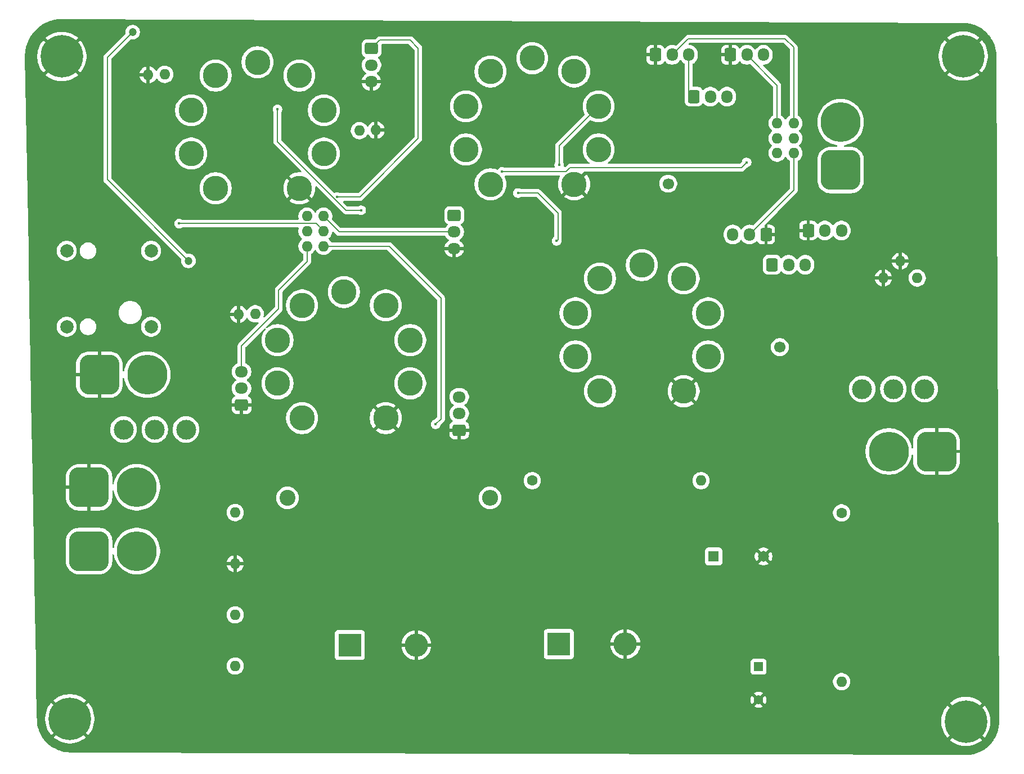
<source format=gbr>
%TF.GenerationSoftware,KiCad,Pcbnew,9.0.0*%
%TF.CreationDate,2025-03-23T18:58:35+01:00*%
%TF.ProjectId,PCB_Ampli,5043425f-416d-4706-9c69-2e6b69636164,rev?*%
%TF.SameCoordinates,Original*%
%TF.FileFunction,Copper,L4,Bot*%
%TF.FilePolarity,Positive*%
%FSLAX46Y46*%
G04 Gerber Fmt 4.6, Leading zero omitted, Abs format (unit mm)*
G04 Created by KiCad (PCBNEW 9.0.0) date 2025-03-23 18:58:35*
%MOMM*%
%LPD*%
G01*
G04 APERTURE LIST*
G04 Aperture macros list*
%AMRoundRect*
0 Rectangle with rounded corners*
0 $1 Rounding radius*
0 $2 $3 $4 $5 $6 $7 $8 $9 X,Y pos of 4 corners*
0 Add a 4 corners polygon primitive as box body*
4,1,4,$2,$3,$4,$5,$6,$7,$8,$9,$2,$3,0*
0 Add four circle primitives for the rounded corners*
1,1,$1+$1,$2,$3*
1,1,$1+$1,$4,$5*
1,1,$1+$1,$6,$7*
1,1,$1+$1,$8,$9*
0 Add four rect primitives between the rounded corners*
20,1,$1+$1,$2,$3,$4,$5,0*
20,1,$1+$1,$4,$5,$6,$7,0*
20,1,$1+$1,$6,$7,$8,$9,0*
20,1,$1+$1,$8,$9,$2,$3,0*%
G04 Aperture macros list end*
%TA.AperFunction,ComponentPad*%
%ADD10C,6.000000*%
%TD*%
%TA.AperFunction,ComponentPad*%
%ADD11RoundRect,1.500000X1.500000X-1.500000X1.500000X1.500000X-1.500000X1.500000X-1.500000X-1.500000X0*%
%TD*%
%TA.AperFunction,ComponentPad*%
%ADD12C,2.006600*%
%TD*%
%TA.AperFunction,ComponentPad*%
%ADD13C,3.000000*%
%TD*%
%TA.AperFunction,ComponentPad*%
%ADD14RoundRect,1.500000X1.500000X1.500000X-1.500000X1.500000X-1.500000X-1.500000X1.500000X-1.500000X0*%
%TD*%
%TA.AperFunction,ComponentPad*%
%ADD15RoundRect,1.500000X-1.500000X-1.500000X1.500000X-1.500000X1.500000X1.500000X-1.500000X1.500000X0*%
%TD*%
%TA.AperFunction,ComponentPad*%
%ADD16O,1.600000X1.600000*%
%TD*%
%TA.AperFunction,ComponentPad*%
%ADD17RoundRect,0.250000X-0.600000X-0.725000X0.600000X-0.725000X0.600000X0.725000X-0.600000X0.725000X0*%
%TD*%
%TA.AperFunction,ComponentPad*%
%ADD18O,1.700000X1.950000*%
%TD*%
%TA.AperFunction,ComponentPad*%
%ADD19RoundRect,0.250000X0.600000X0.725000X-0.600000X0.725000X-0.600000X-0.725000X0.600000X-0.725000X0*%
%TD*%
%TA.AperFunction,ComponentPad*%
%ADD20RoundRect,0.250000X0.725000X-0.600000X0.725000X0.600000X-0.725000X0.600000X-0.725000X-0.600000X0*%
%TD*%
%TA.AperFunction,ComponentPad*%
%ADD21O,1.950000X1.700000*%
%TD*%
%TA.AperFunction,ComponentPad*%
%ADD22C,1.600000*%
%TD*%
%TA.AperFunction,ComponentPad*%
%ADD23C,2.400000*%
%TD*%
%TA.AperFunction,ComponentPad*%
%ADD24O,2.400000X2.400000*%
%TD*%
%TA.AperFunction,ComponentPad*%
%ADD25C,0.800000*%
%TD*%
%TA.AperFunction,ComponentPad*%
%ADD26C,6.400000*%
%TD*%
%TA.AperFunction,ComponentPad*%
%ADD27RoundRect,0.250000X-0.725000X0.600000X-0.725000X-0.600000X0.725000X-0.600000X0.725000X0.600000X0*%
%TD*%
%TA.AperFunction,ComponentPad*%
%ADD28R,1.400000X1.400000*%
%TD*%
%TA.AperFunction,ComponentPad*%
%ADD29C,1.400000*%
%TD*%
%TA.AperFunction,ComponentPad*%
%ADD30R,1.650000X1.650000*%
%TD*%
%TA.AperFunction,ComponentPad*%
%ADD31C,1.650000*%
%TD*%
%TA.AperFunction,ComponentPad*%
%ADD32R,3.500000X3.500000*%
%TD*%
%TA.AperFunction,ComponentPad*%
%ADD33O,3.500000X3.500000*%
%TD*%
%TA.AperFunction,ComponentPad*%
%ADD34C,3.810000*%
%TD*%
%TA.AperFunction,ViaPad*%
%ADD35C,1.200000*%
%TD*%
%TA.AperFunction,ViaPad*%
%ADD36C,0.450000*%
%TD*%
%TA.AperFunction,ViaPad*%
%ADD37C,1.700000*%
%TD*%
%TA.AperFunction,Conductor*%
%ADD38C,0.160000*%
%TD*%
G04 APERTURE END LIST*
D10*
%TO.P,J4,2,Pin_2*%
%TO.N,Net-(J4-Pin_2)*%
X145750000Y-48150000D03*
D11*
%TO.P,J4,1,Pin_1*%
%TO.N,Net-(J4-Pin_1)*%
X145750000Y-55350000D03*
%TD*%
D12*
%TO.P,J2,TN*%
%TO.N,/Pr\u00E9ampli/neutre*%
X41991104Y-67501600D03*
%TO.P,J2,SN*%
%TO.N,Net-(J2-Pad1)*%
X29291104Y-67501600D03*
%TO.P,J2,T*%
%TO.N,/Pr\u00E9ampli/neutre*%
X41991104Y-78931600D03*
%TO.P,J2,S*%
%TO.N,Net-(J2-Pad1)*%
X29291104Y-78931600D03*
%TD*%
D13*
%TO.P,SW4,1,A*%
%TO.N,Heater1_A*%
X158390000Y-88300000D03*
%TO.P,SW4,2,B*%
%TO.N,Net-(J3-Pin_2)*%
X153690000Y-88300000D03*
%TO.P,SW4,3,C*%
%TO.N,unconnected-(SW4-C-Pad3)*%
X148990000Y-88300000D03*
%TD*%
%TO.P,SW3,1,A*%
%TO.N,+250V*%
X37850000Y-94400000D03*
%TO.P,SW3,2,B*%
%TO.N,Net-(J1-Pin_2)*%
X42550000Y-94400000D03*
%TO.P,SW3,3,C*%
%TO.N,unconnected-(SW3-C-Pad3)*%
X47250000Y-94400000D03*
%TD*%
D14*
%TO.P,J3,1,Pin_1*%
%TO.N,Heater1_B*%
X160190000Y-97700000D03*
D10*
%TO.P,J3,2,Pin_2*%
%TO.N,Net-(J3-Pin_2)*%
X152990000Y-97700000D03*
%TD*%
D15*
%TO.P,J1,1,Pin_1*%
%TO.N,Heater1_B*%
X34200000Y-86150000D03*
D10*
%TO.P,J1,2,Pin_2*%
%TO.N,Net-(J1-Pin_2)*%
X41400000Y-86150000D03*
%TD*%
D16*
%TO.P,D1,1,+*%
%TO.N,Net-(D1-+)*%
X54650000Y-130000000D03*
%TO.P,D1,2*%
%TO.N,Net-(OutSwitch1-Pin_1)*%
X54650000Y-122300000D03*
%TO.P,D1,3,-*%
%TO.N,Heater1_B*%
X54650000Y-114600000D03*
%TO.P,D1,4*%
%TO.N,Net-(OutSwitch1-Pin_2)*%
X54650000Y-106900000D03*
%TD*%
D17*
%TO.P,Vol1_low2,1,1*%
%TO.N,Heater1_B*%
X117900000Y-38000000D03*
D18*
%TO.P,Vol1_low2,2,2*%
%TO.N,3*%
X120400000Y-38000000D03*
%TO.P,Vol1_low2,3,3*%
%TO.N,Net-(C10-Pad2)*%
X122900000Y-38000000D03*
%TD*%
D19*
%TO.P,Vol2_low1,1,1*%
%TO.N,Heater1_B*%
X134525000Y-65050000D03*
D18*
%TO.P,Vol2_low1,2,2*%
%TO.N,10*%
X132025000Y-65050000D03*
%TO.P,Vol2_low1,3,3*%
%TO.N,Net-(C26-Pad2)*%
X129525000Y-65050000D03*
%TD*%
D17*
%TO.P,Vol2_high1,1,1*%
%TO.N,Heater1_B*%
X140875000Y-64450000D03*
D18*
%TO.P,Vol2_high1,2,2*%
%TO.N,5*%
X143375000Y-64450000D03*
%TO.P,Vol2_high1,3,3*%
%TO.N,Net-(C24-Pad2)*%
X145875000Y-64450000D03*
%TD*%
D17*
%TO.P,Vol1_high1,1,1*%
%TO.N,Heater1_B*%
X129150000Y-38000000D03*
D18*
%TO.P,Vol1_high1,2,2*%
%TO.N,2*%
X131650000Y-38000000D03*
%TO.P,Vol1_high1,3,3*%
%TO.N,Net-(C8-Pad2)*%
X134150000Y-38000000D03*
%TD*%
D17*
%TO.P,tone2,1,1*%
%TO.N,Net-(C26-Pad2)*%
X135425000Y-69600000D03*
D18*
%TO.P,tone2,2,2*%
%TO.N,Net-(C25-Pad1)*%
X137925000Y-69600000D03*
%TO.P,tone2,3,3*%
X140425000Y-69600000D03*
%TD*%
D17*
%TO.P,tone1,1,1*%
%TO.N,Net-(C10-Pad2)*%
X123650000Y-44300000D03*
D18*
%TO.P,tone1,2,2*%
%TO.N,Net-(C9-Pad1)*%
X126150000Y-44300000D03*
%TO.P,tone1,3,3*%
X128650000Y-44300000D03*
%TD*%
D16*
%TO.P,SW2,1,A*%
%TO.N,2*%
X136200000Y-48300000D03*
%TO.P,SW2,2,B*%
%TO.N,Net-(J4-Pin_1)*%
X136200000Y-50550000D03*
%TO.P,SW2,3,C*%
%TO.N,5*%
X136200000Y-52800000D03*
%TO.P,SW2,4,A*%
%TO.N,3*%
X138700000Y-48300000D03*
%TO.P,SW2,5,B*%
%TO.N,Net-(J4-Pin_2)*%
X138700000Y-50550000D03*
%TO.P,SW2,6,C*%
%TO.N,10*%
X138700000Y-52800000D03*
%TD*%
%TO.P,SW1,1,A*%
%TO.N,Net-(C3-Pad1)*%
X65450000Y-62300000D03*
%TO.P,SW1,2,B*%
%TO.N,Net-(R4-Pad2)*%
X65450000Y-64550000D03*
%TO.P,SW1,3,C*%
%TO.N,Net-(RV6-Pad3)*%
X65450000Y-66800000D03*
%TO.P,SW1,4,A*%
%TO.N,Net-(C6-Pad1)*%
X67950000Y-62300000D03*
%TO.P,SW1,5,B*%
%TO.N,/Pr\u00E9ampli/neutre*%
X67950000Y-64550000D03*
%TO.P,SW1,6,C*%
%TO.N,Net-(C22-Pad1)*%
X67950000Y-66800000D03*
%TD*%
%TO.P,RV11,1,1*%
%TO.N,Heater1_B*%
X152200000Y-71600000D03*
%TO.P,RV11,2,2*%
X154740000Y-69060000D03*
%TO.P,RV11,3,3*%
%TO.N,Heater1_A*%
X157280000Y-71600000D03*
%TD*%
D20*
%TO.P,RV6,1,1*%
%TO.N,Heater1_B*%
X55600000Y-90700000D03*
D21*
%TO.P,RV6,2,2*%
%TO.N,Net-(12ax3-2)*%
X55600000Y-88200000D03*
%TO.P,RV6,3,3*%
%TO.N,Net-(RV6-Pad3)*%
X55600000Y-85700000D03*
%TD*%
D22*
%TO.P,R63,1*%
%TO.N,C*%
X145900000Y-106950000D03*
D16*
%TO.P,R63,2*%
%TO.N,D*%
X145900000Y-132350000D03*
%TD*%
D22*
%TO.P,R62,1*%
%TO.N,Net-(C62-Pad1)*%
X99350000Y-102100000D03*
D16*
%TO.P,R62,2*%
%TO.N,C*%
X124750000Y-102100000D03*
%TD*%
D23*
%TO.P,R61,1*%
%TO.N,Net-(D1-+)*%
X62505000Y-104700000D03*
D24*
%TO.P,R61,2*%
%TO.N,Net-(C62-Pad1)*%
X92985000Y-104700000D03*
%TD*%
D15*
%TO.P,OutSwitch1,1,Pin_1*%
%TO.N,Net-(OutSwitch1-Pin_1)*%
X32650000Y-112700000D03*
D10*
%TO.P,OutSwitch1,2,Pin_2*%
%TO.N,Net-(OutSwitch1-Pin_2)*%
X39850000Y-112700000D03*
%TD*%
D15*
%TO.P,InSwitch1,1,Pin_1*%
%TO.N,Heater1_B*%
X32650000Y-103100000D03*
D10*
%TO.P,InSwitch1,2,Pin_2*%
%TO.N,+250V*%
X39850000Y-103100000D03*
%TD*%
D25*
%TO.P,H4,1,1*%
%TO.N,Heater1_B*%
X162200000Y-138350000D03*
X162902944Y-136652944D03*
X162902944Y-140047056D03*
X164600000Y-135950000D03*
D26*
X164600000Y-138350000D03*
D25*
X164600000Y-140750000D03*
X166297056Y-136652944D03*
X166297056Y-140047056D03*
X167000000Y-138350000D03*
%TD*%
%TO.P,H3,1,1*%
%TO.N,Heater1_B*%
X161800000Y-38200000D03*
X162502944Y-36502944D03*
X162502944Y-39897056D03*
X164200000Y-35800000D03*
D26*
X164200000Y-38200000D03*
D25*
X164200000Y-40600000D03*
X165897056Y-36502944D03*
X165897056Y-39897056D03*
X166600000Y-38200000D03*
%TD*%
%TO.P,H2,1,1*%
%TO.N,Heater1_B*%
X32150000Y-137950000D03*
X31447056Y-139647056D03*
X31447056Y-136252944D03*
X29750000Y-140350000D03*
D26*
X29750000Y-137950000D03*
D25*
X29750000Y-135550000D03*
X28052944Y-139647056D03*
X28052944Y-136252944D03*
X27350000Y-137950000D03*
%TD*%
%TO.P,H1,1,1*%
%TO.N,Heater1_B*%
X26150000Y-38250000D03*
X26852944Y-36552944D03*
X26852944Y-39947056D03*
X28550000Y-35850000D03*
D26*
X28550000Y-38250000D03*
D25*
X28550000Y-40650000D03*
X30247056Y-36552944D03*
X30247056Y-39947056D03*
X30950000Y-38250000D03*
%TD*%
D20*
%TO.P,Gain2_Post1,1,1*%
%TO.N,Heater1_B*%
X88350000Y-94500000D03*
D21*
%TO.P,Gain2_Post1,2,2*%
%TO.N,Net-(C22-Pad1)*%
X88350000Y-92000000D03*
%TO.P,Gain2_Post1,3,3*%
%TO.N,Net-(C21-Pad2)*%
X88350000Y-89500000D03*
%TD*%
D27*
%TO.P,Gain1_Post1,1,1*%
%TO.N,Net-(C4-Pad2)*%
X87600000Y-62150000D03*
D21*
%TO.P,Gain1_Post1,2,2*%
%TO.N,Net-(C6-Pad1)*%
X87600000Y-64650000D03*
%TO.P,Gain1_Post1,3,3*%
%TO.N,Heater1_B*%
X87600000Y-67150000D03*
%TD*%
D27*
%TO.P,Gain1_before1,1,1*%
%TO.N,Net-(C3-Pad1)*%
X75150000Y-37050000D03*
D21*
%TO.P,Gain1_before1,2,2*%
%TO.N,/Pr\u00E9ampli/7*%
X75150000Y-39550000D03*
%TO.P,Gain1_before1,3,3*%
%TO.N,Heater1_B*%
X75150000Y-42050000D03*
%TD*%
D28*
%TO.P,C64,1*%
%TO.N,D*%
X133400000Y-130100000D03*
D29*
%TO.P,C64,2*%
%TO.N,Heater1_B*%
X133400000Y-135100000D03*
%TD*%
D30*
%TO.P,C63,1*%
%TO.N,C*%
X126650000Y-113500000D03*
D31*
%TO.P,C63,2*%
%TO.N,Heater1_B*%
X134150000Y-113500000D03*
%TD*%
D32*
%TO.P,C62,1*%
%TO.N,Net-(C62-Pad1)*%
X103350000Y-126700000D03*
D33*
%TO.P,C62,2*%
%TO.N,Heater1_B*%
X113350000Y-126700000D03*
%TD*%
D32*
%TO.P,C61,1*%
%TO.N,Net-(D1-+)*%
X71900000Y-126850000D03*
D33*
%TO.P,C61,2*%
%TO.N,Heater1_B*%
X81900000Y-126850000D03*
%TD*%
D16*
%TO.P,C20,1*%
%TO.N,Net-(12ax3-3)*%
X57650000Y-76980000D03*
%TO.P,C20,2*%
%TO.N,Heater1_B*%
X55150000Y-77050000D03*
%TD*%
%TO.P,C5,1*%
%TO.N,Net-(12ax1-8)*%
X73340000Y-49416700D03*
%TO.P,C5,2*%
%TO.N,Heater1_B*%
X75840000Y-49346700D03*
%TD*%
%TO.P,C2,1*%
%TO.N,Net-(12ax1-3)*%
X44050000Y-40946700D03*
%TO.P,C2,2*%
%TO.N,Heater1_B*%
X41550000Y-41016700D03*
%TD*%
D34*
%TO.P,12ax4,1*%
%TO.N,Net-(12ax4-1)*%
X109533000Y-88634800D03*
%TO.P,12ax4,2*%
%TO.N,Net-(12ax4-2)*%
X105850000Y-83402400D03*
%TO.P,12ax4,3*%
%TO.N,Net-(12ax4-3)*%
X105850000Y-76900000D03*
%TO.P,12ax4,4*%
%TO.N,Heater1_A*%
X109533000Y-71667600D03*
%TO.P,12ax4,5*%
X115832200Y-69661000D03*
%TO.P,12ax4,6*%
%TO.N,Net-(12ax4-6)*%
X122131400Y-71667600D03*
%TO.P,12ax4,7*%
%TO.N,Net-(12ax4-7)*%
X125814400Y-76900000D03*
%TO.P,12ax4,8*%
%TO.N,Net-(12ax4-3)*%
X125814400Y-83402400D03*
%TO.P,12ax4,9*%
%TO.N,Heater1_B*%
X122131400Y-88634800D03*
%TD*%
%TO.P,12ax3,1*%
%TO.N,Net-(12ax3-1)*%
X64700800Y-92683600D03*
%TO.P,12ax3,2*%
%TO.N,Net-(12ax3-2)*%
X61017800Y-87451200D03*
%TO.P,12ax3,3*%
%TO.N,Net-(12ax3-3)*%
X61017800Y-80948800D03*
%TO.P,12ax3,4*%
%TO.N,Heater1_A*%
X64700800Y-75716400D03*
%TO.P,12ax3,5*%
X71000000Y-73709800D03*
%TO.P,12ax3,6*%
%TO.N,D*%
X77299200Y-75716400D03*
%TO.P,12ax3,7*%
%TO.N,Net-(12ax3-1)*%
X80982200Y-80948800D03*
%TO.P,12ax3,8*%
%TO.N,Net-(12ax3-8)*%
X80982200Y-87451200D03*
%TO.P,12ax3,9*%
%TO.N,Heater1_B*%
X77299200Y-92683600D03*
%TD*%
%TO.P,12ax2,1*%
%TO.N,Net-(12ax2-1)*%
X93050800Y-57486900D03*
%TO.P,12ax2,2*%
%TO.N,Net-(12ax2-2)*%
X89367800Y-52254500D03*
%TO.P,12ax2,3*%
%TO.N,Net-(12ax2-3)*%
X89367800Y-45752100D03*
%TO.P,12ax2,4*%
%TO.N,Heater1_A*%
X93050800Y-40519700D03*
%TO.P,12ax2,5*%
X99350000Y-38513100D03*
%TO.P,12ax2,6*%
%TO.N,Net-(12ax2-6)*%
X105649200Y-40519700D03*
%TO.P,12ax2,7*%
%TO.N,Net-(12ax2-7)*%
X109332200Y-45752100D03*
%TO.P,12ax2,8*%
%TO.N,Net-(12ax2-3)*%
X109332200Y-52254500D03*
%TO.P,12ax2,9*%
%TO.N,Heater1_B*%
X105649200Y-57486900D03*
%TD*%
%TO.P,12ax1,1*%
%TO.N,Net-(12ax1-1)*%
X51700800Y-58086900D03*
%TO.P,12ax1,2*%
%TO.N,Net-(12ax1-2)*%
X48017800Y-52854500D03*
%TO.P,12ax1,3*%
%TO.N,Net-(12ax1-3)*%
X48017800Y-46352100D03*
%TO.P,12ax1,4*%
%TO.N,Heater1_A*%
X51700800Y-41119700D03*
%TO.P,12ax1,5*%
X58000000Y-39113100D03*
%TO.P,12ax1,6*%
%TO.N,/Pr\u00E9ampli/6*%
X64299200Y-41119700D03*
%TO.P,12ax1,7*%
%TO.N,/Pr\u00E9ampli/7*%
X67982200Y-46352100D03*
%TO.P,12ax1,8*%
%TO.N,Net-(12ax1-8)*%
X67982200Y-52854500D03*
%TO.P,12ax1,9*%
%TO.N,Heater1_B*%
X64299200Y-58086900D03*
%TD*%
D35*
%TO.N,Heater1_A*%
X47600000Y-69000000D03*
X39200000Y-34600000D03*
D36*
%TO.N,/Pr\u00E9ampli/neutre*%
X46200000Y-63400000D03*
%TO.N,Heater1_B*%
X40000000Y-45800000D03*
X77200000Y-52600000D03*
X93800000Y-96800000D03*
X100600000Y-86400000D03*
%TO.N,Net-(12ax2-1)*%
X131600000Y-54200000D03*
X94800000Y-55600000D03*
%TO.N,Net-(12ax2-7)*%
X103400000Y-54600000D03*
%TO.N,Net-(R11-Pad2)*%
X103000000Y-66000000D03*
X97200000Y-58800000D03*
%TO.N,Heater1_B*%
X94600000Y-60000000D03*
X92000000Y-69200000D03*
%TO.N,/Pr\u00E9ampli/6*%
X73600000Y-61400000D03*
X61000000Y-46200000D03*
%TO.N,Net-(C3-Pad1)*%
X70000000Y-59400000D03*
%TO.N,Heater1_B*%
X83200000Y-92000000D03*
%TO.N,Net-(C22-Pad1)*%
X84800000Y-93600000D03*
%TO.N,Heater1_B*%
X125400000Y-88800000D03*
X43200000Y-55400000D03*
X53000000Y-79400000D03*
D37*
%TO.N,C*%
X136600000Y-82000000D03*
X119800000Y-57400000D03*
D36*
%TO.N,Heater1_B*%
X59800000Y-114400000D03*
%TD*%
D38*
%TO.N,Heater1_A*%
X35400000Y-56800000D02*
X47600000Y-69000000D01*
X35400000Y-43600000D02*
X35400000Y-56800000D01*
X35400000Y-38400000D02*
X35400000Y-43600000D01*
X39200000Y-34600000D02*
X35400000Y-38400000D01*
%TO.N,/Pr\u00E9ampli/neutre*%
X46200000Y-63400000D02*
X66800000Y-63400000D01*
X66800000Y-63400000D02*
X67950000Y-64550000D01*
%TO.N,10*%
X138700000Y-58375000D02*
X132025000Y-65050000D01*
X138700000Y-52800000D02*
X138700000Y-58375000D01*
%TO.N,Net-(C10-Pad2)*%
X122900000Y-38000000D02*
X122900000Y-43550000D01*
X122900000Y-43550000D02*
X123650000Y-44300000D01*
%TO.N,3*%
X137400000Y-35600000D02*
X122800000Y-35600000D01*
X138700000Y-36900000D02*
X137400000Y-35600000D01*
X138700000Y-48300000D02*
X138700000Y-36900000D01*
X122800000Y-35600000D02*
X120400000Y-38000000D01*
%TO.N,2*%
X136200000Y-42600000D02*
X136200000Y-48300000D01*
X131650000Y-38050000D02*
X136200000Y-42600000D01*
X131650000Y-38000000D02*
X131650000Y-38050000D01*
%TO.N,Net-(12ax2-1)*%
X130800000Y-55000000D02*
X131600000Y-54200000D01*
X105000000Y-55000000D02*
X130800000Y-55000000D01*
X94800000Y-55600000D02*
X104400000Y-55600000D01*
X104400000Y-55600000D02*
X105000000Y-55000000D01*
%TO.N,Net-(12ax2-7)*%
X103400000Y-54600000D02*
X103400000Y-51684300D01*
X103400000Y-51684300D02*
X109332200Y-45752100D01*
%TO.N,Net-(R11-Pad2)*%
X103200000Y-65800000D02*
X103000000Y-66000000D01*
X103200000Y-61800000D02*
X103200000Y-65800000D01*
X100200000Y-58800000D02*
X100400000Y-59000000D01*
X97200000Y-58800000D02*
X100200000Y-58800000D01*
X100400000Y-59000000D02*
X103200000Y-61800000D01*
%TO.N,Net-(C6-Pad1)*%
X70300000Y-64650000D02*
X67950000Y-62300000D01*
X87600000Y-64650000D02*
X70300000Y-64650000D01*
%TO.N,/Pr\u00E9ampli/6*%
X71319763Y-61400000D02*
X73600000Y-61400000D01*
X61000000Y-51080237D02*
X71319763Y-61400000D01*
X61000000Y-46200000D02*
X61000000Y-51080237D01*
%TO.N,Net-(C3-Pad1)*%
X81000000Y-35800000D02*
X76400000Y-35800000D01*
X82200000Y-50600000D02*
X82200000Y-37000000D01*
X82200000Y-37000000D02*
X81000000Y-35800000D01*
X76400000Y-35800000D02*
X75150000Y-37050000D01*
X73400000Y-59400000D02*
X82200000Y-50600000D01*
X70000000Y-59400000D02*
X73400000Y-59400000D01*
X75150000Y-36650000D02*
X75150000Y-37050000D01*
%TO.N,Net-(C22-Pad1)*%
X77800000Y-66800000D02*
X67950000Y-66800000D01*
X85600000Y-74600000D02*
X77800000Y-66800000D01*
X85600000Y-92800000D02*
X85600000Y-74600000D01*
X84800000Y-93600000D02*
X85600000Y-92800000D01*
%TO.N,Net-(RV6-Pad3)*%
X65450000Y-69150000D02*
X65450000Y-66800000D01*
X61200000Y-73400000D02*
X65450000Y-69150000D01*
X61200000Y-76200000D02*
X61200000Y-73400000D01*
X55600000Y-81800000D02*
X61200000Y-76200000D01*
X55600000Y-85700000D02*
X55600000Y-81800000D01*
%TD*%
%TA.AperFunction,Conductor*%
%TO.N,Heater1_B*%
G36*
X164148457Y-33200271D02*
G01*
X164149224Y-33200500D01*
X164197441Y-33200500D01*
X164202564Y-33200605D01*
X164570277Y-33215814D01*
X164575906Y-33216177D01*
X164659956Y-33223530D01*
X164664429Y-33224004D01*
X164987028Y-33264216D01*
X164993169Y-33265140D01*
X165071766Y-33278999D01*
X165075594Y-33279737D01*
X165399008Y-33347549D01*
X165405622Y-33349128D01*
X165474576Y-33367604D01*
X165477787Y-33368512D01*
X165803169Y-33465383D01*
X165810157Y-33467692D01*
X165864056Y-33487310D01*
X165866678Y-33488299D01*
X166196425Y-33616967D01*
X166203729Y-33620089D01*
X166234837Y-33634595D01*
X166236641Y-33635458D01*
X166574902Y-33800823D01*
X166583883Y-33805683D01*
X166930070Y-34011966D01*
X166938638Y-34017564D01*
X167266593Y-34251719D01*
X167274668Y-34258005D01*
X167436941Y-34395443D01*
X167582155Y-34518433D01*
X167589695Y-34525374D01*
X167874625Y-34810304D01*
X167881566Y-34817844D01*
X168085864Y-35059059D01*
X168141989Y-35125325D01*
X168148284Y-35133412D01*
X168382431Y-35461355D01*
X168388037Y-35469935D01*
X168594309Y-35816105D01*
X168599186Y-35825119D01*
X168764467Y-36163206D01*
X168765450Y-36165262D01*
X168779902Y-36196255D01*
X168783036Y-36203584D01*
X168911691Y-36533300D01*
X168912696Y-36535964D01*
X168932299Y-36589822D01*
X168934622Y-36596851D01*
X169031475Y-36922173D01*
X169032405Y-36925462D01*
X169050867Y-36994364D01*
X169052453Y-37001010D01*
X169120250Y-37324350D01*
X169121005Y-37328265D01*
X169134854Y-37406807D01*
X169135786Y-37413001D01*
X169175990Y-37735538D01*
X169176470Y-37740069D01*
X169183819Y-37824067D01*
X169184185Y-37829749D01*
X169199394Y-38197437D01*
X169199500Y-38202562D01*
X169199500Y-38249701D01*
X169199705Y-38251573D01*
X169599488Y-138397186D01*
X169599383Y-138402805D01*
X169584185Y-138770248D01*
X169583819Y-138775931D01*
X169576470Y-138859929D01*
X169575990Y-138864460D01*
X169535786Y-139186997D01*
X169534854Y-139193191D01*
X169521005Y-139271733D01*
X169520250Y-139275648D01*
X169452453Y-139598988D01*
X169450867Y-139605634D01*
X169432405Y-139674536D01*
X169431475Y-139677825D01*
X169334622Y-140003147D01*
X169332299Y-140010176D01*
X169312696Y-140064034D01*
X169311691Y-140066698D01*
X169183036Y-140396414D01*
X169179902Y-140403743D01*
X169165471Y-140434691D01*
X169164489Y-140436747D01*
X168999182Y-140774889D01*
X168994304Y-140783903D01*
X168788037Y-141130064D01*
X168782431Y-141138644D01*
X168548284Y-141466587D01*
X168541989Y-141474674D01*
X168281566Y-141782155D01*
X168274625Y-141789695D01*
X167989695Y-142074625D01*
X167982155Y-142081566D01*
X167674674Y-142341989D01*
X167666587Y-142348284D01*
X167338644Y-142582431D01*
X167330064Y-142588037D01*
X166983903Y-142794304D01*
X166974889Y-142799182D01*
X166636747Y-142964489D01*
X166634691Y-142965471D01*
X166603743Y-142979902D01*
X166596414Y-142983036D01*
X166266698Y-143111691D01*
X166264034Y-143112696D01*
X166210176Y-143132299D01*
X166203147Y-143134622D01*
X165877825Y-143231475D01*
X165874536Y-143232405D01*
X165805634Y-143250867D01*
X165798988Y-143252453D01*
X165475648Y-143320250D01*
X165471733Y-143321005D01*
X165393191Y-143334854D01*
X165386997Y-143335786D01*
X165064460Y-143375990D01*
X165059929Y-143376470D01*
X164975931Y-143383819D01*
X164970249Y-143384185D01*
X164602727Y-143399387D01*
X164597234Y-143399492D01*
X29851647Y-142999652D01*
X29851135Y-142999500D01*
X29802574Y-142999500D01*
X29797451Y-142999394D01*
X29779563Y-142998654D01*
X29429748Y-142984185D01*
X29424065Y-142983819D01*
X29340068Y-142976470D01*
X29335538Y-142975990D01*
X29013001Y-142935786D01*
X29006807Y-142934854D01*
X28928265Y-142921005D01*
X28924350Y-142920250D01*
X28601010Y-142852453D01*
X28594364Y-142850867D01*
X28525462Y-142832405D01*
X28522173Y-142831475D01*
X28196851Y-142734622D01*
X28189822Y-142732299D01*
X28135964Y-142712696D01*
X28133300Y-142711691D01*
X27803584Y-142583036D01*
X27796255Y-142579902D01*
X27765262Y-142565450D01*
X27763206Y-142564467D01*
X27425119Y-142399186D01*
X27416105Y-142394309D01*
X27069935Y-142188037D01*
X27061355Y-142182431D01*
X26915443Y-142078252D01*
X26733410Y-141948282D01*
X26725325Y-141941989D01*
X26417844Y-141681566D01*
X26410304Y-141674625D01*
X26125374Y-141389695D01*
X26118433Y-141382155D01*
X26047828Y-141298792D01*
X25858005Y-141074668D01*
X25851715Y-141066587D01*
X25738599Y-140908159D01*
X25617564Y-140738638D01*
X25611962Y-140730064D01*
X25405683Y-140383883D01*
X25400823Y-140374902D01*
X25235458Y-140036641D01*
X25234595Y-140034837D01*
X25220089Y-140003729D01*
X25216962Y-139996414D01*
X25198851Y-139950000D01*
X25088299Y-139666679D01*
X25087302Y-139664034D01*
X25067692Y-139610157D01*
X25065383Y-139603169D01*
X24968512Y-139277787D01*
X24967604Y-139274576D01*
X24949128Y-139205622D01*
X24947549Y-139199008D01*
X24879737Y-138875594D01*
X24878999Y-138871766D01*
X24865140Y-138793169D01*
X24864216Y-138787028D01*
X24824004Y-138464429D01*
X24823530Y-138459956D01*
X24816177Y-138375906D01*
X24815814Y-138370277D01*
X24800606Y-138002562D01*
X24800521Y-137999738D01*
X24799589Y-137949506D01*
X24799593Y-137949489D01*
X24799588Y-137949442D01*
X24796320Y-137768234D01*
X26050000Y-137768234D01*
X26050000Y-138131765D01*
X26085632Y-138493556D01*
X26156550Y-138850090D01*
X26156553Y-138850101D01*
X26262086Y-139197997D01*
X26401207Y-139533864D01*
X26401209Y-139533869D01*
X26572570Y-139854462D01*
X26572581Y-139854480D01*
X26774551Y-140156750D01*
X26961678Y-140384765D01*
X26961679Y-140384766D01*
X28455747Y-138890697D01*
X28529588Y-138992330D01*
X28707670Y-139170412D01*
X28809301Y-139244251D01*
X27315232Y-140738319D01*
X27315233Y-140738320D01*
X27543249Y-140925448D01*
X27845519Y-141127418D01*
X27845537Y-141127429D01*
X28166130Y-141298790D01*
X28166135Y-141298792D01*
X28502002Y-141437913D01*
X28849898Y-141543446D01*
X28849909Y-141543449D01*
X29206443Y-141614367D01*
X29568234Y-141650000D01*
X29931766Y-141650000D01*
X30293556Y-141614367D01*
X30650090Y-141543449D01*
X30650101Y-141543446D01*
X30997997Y-141437913D01*
X31333864Y-141298792D01*
X31333869Y-141298790D01*
X31654462Y-141127429D01*
X31654480Y-141127418D01*
X31865525Y-140986403D01*
X31865526Y-140986402D01*
X31956727Y-140925464D01*
X31956750Y-140925447D01*
X32184765Y-140738320D01*
X32184766Y-140738319D01*
X30690698Y-139244251D01*
X30792330Y-139170412D01*
X30970412Y-138992330D01*
X31044251Y-138890698D01*
X32538319Y-140384766D01*
X32538320Y-140384765D01*
X32725447Y-140156750D01*
X32725457Y-140156736D01*
X32927418Y-139854480D01*
X32927429Y-139854462D01*
X33098790Y-139533869D01*
X33098792Y-139533864D01*
X33237913Y-139197997D01*
X33343446Y-138850101D01*
X33343449Y-138850090D01*
X33414367Y-138493556D01*
X33446408Y-138168234D01*
X160900000Y-138168234D01*
X160900000Y-138531765D01*
X160935632Y-138893556D01*
X161006550Y-139250090D01*
X161006553Y-139250101D01*
X161112086Y-139597997D01*
X161251207Y-139933864D01*
X161251209Y-139933869D01*
X161422570Y-140254462D01*
X161422581Y-140254480D01*
X161624551Y-140556750D01*
X161811678Y-140784765D01*
X161811679Y-140784766D01*
X163305747Y-139290697D01*
X163379588Y-139392330D01*
X163557670Y-139570412D01*
X163659301Y-139644251D01*
X162165232Y-141138319D01*
X162165233Y-141138320D01*
X162393249Y-141325448D01*
X162695519Y-141527418D01*
X162695537Y-141527429D01*
X163016130Y-141698790D01*
X163016135Y-141698792D01*
X163352002Y-141837913D01*
X163699898Y-141943446D01*
X163699909Y-141943449D01*
X164056443Y-142014367D01*
X164418234Y-142050000D01*
X164781766Y-142050000D01*
X165143556Y-142014367D01*
X165500090Y-141943449D01*
X165500101Y-141943446D01*
X165847997Y-141837913D01*
X166183864Y-141698792D01*
X166183869Y-141698790D01*
X166504462Y-141527429D01*
X166504480Y-141527418D01*
X166806736Y-141325457D01*
X166806750Y-141325447D01*
X167034765Y-141138320D01*
X167034766Y-141138319D01*
X165540698Y-139644251D01*
X165642330Y-139570412D01*
X165820412Y-139392330D01*
X165894251Y-139290698D01*
X167388319Y-140784766D01*
X167388320Y-140784765D01*
X167575447Y-140556750D01*
X167575457Y-140556736D01*
X167777418Y-140254480D01*
X167777429Y-140254462D01*
X167948790Y-139933869D01*
X167948792Y-139933864D01*
X168087913Y-139597997D01*
X168193446Y-139250101D01*
X168193449Y-139250090D01*
X168264367Y-138893556D01*
X168300000Y-138531765D01*
X168300000Y-138168234D01*
X168264367Y-137806443D01*
X168193449Y-137449909D01*
X168193446Y-137449898D01*
X168087913Y-137102002D01*
X167948792Y-136766135D01*
X167948790Y-136766130D01*
X167777429Y-136445537D01*
X167777418Y-136445519D01*
X167575448Y-136143249D01*
X167388320Y-135915233D01*
X167388319Y-135915232D01*
X165894251Y-137409300D01*
X165820412Y-137307670D01*
X165642330Y-137129588D01*
X165540698Y-137055748D01*
X167034766Y-135561679D01*
X167034765Y-135561678D01*
X166806750Y-135374551D01*
X166504480Y-135172581D01*
X166504462Y-135172570D01*
X166183869Y-135001209D01*
X166183864Y-135001207D01*
X165847997Y-134862086D01*
X165500101Y-134756553D01*
X165500090Y-134756550D01*
X165143556Y-134685632D01*
X164781766Y-134650000D01*
X164418234Y-134650000D01*
X164056443Y-134685632D01*
X163699909Y-134756550D01*
X163699898Y-134756553D01*
X163352002Y-134862086D01*
X163016135Y-135001207D01*
X163016130Y-135001209D01*
X162695537Y-135172570D01*
X162695519Y-135172581D01*
X162393258Y-135374545D01*
X162393254Y-135374548D01*
X162165233Y-135561679D01*
X162165233Y-135561680D01*
X163659301Y-137055748D01*
X163557670Y-137129588D01*
X163379588Y-137307670D01*
X163305748Y-137409301D01*
X161811680Y-135915233D01*
X161811679Y-135915233D01*
X161624548Y-136143254D01*
X161624545Y-136143258D01*
X161422581Y-136445519D01*
X161422570Y-136445537D01*
X161251209Y-136766130D01*
X161251207Y-136766135D01*
X161112086Y-137102002D01*
X161006553Y-137449898D01*
X161006550Y-137449909D01*
X160935632Y-137806443D01*
X160900000Y-138168234D01*
X33446408Y-138168234D01*
X33447905Y-138153033D01*
X33447905Y-138153031D01*
X33450000Y-138131763D01*
X33450000Y-137768234D01*
X33414367Y-137406443D01*
X33343449Y-137049909D01*
X33343446Y-137049898D01*
X33237913Y-136702002D01*
X33098792Y-136366135D01*
X33098790Y-136366130D01*
X32966738Y-136119078D01*
X32966737Y-136119077D01*
X32927424Y-136045529D01*
X32927418Y-136045519D01*
X32725448Y-135743249D01*
X32538320Y-135515233D01*
X32538319Y-135515232D01*
X31044251Y-137009300D01*
X30970412Y-136907670D01*
X30792330Y-136729588D01*
X30690698Y-136655748D01*
X32184766Y-135161679D01*
X32105393Y-135096540D01*
X32105391Y-135096537D01*
X31994525Y-135005552D01*
X132200000Y-135005552D01*
X132200000Y-135194447D01*
X132229548Y-135381002D01*
X132287914Y-135560637D01*
X132373666Y-135728933D01*
X132392116Y-135754328D01*
X132957861Y-135188584D01*
X132980667Y-135273694D01*
X133039910Y-135376306D01*
X133123694Y-135460090D01*
X133226306Y-135519333D01*
X133311415Y-135542138D01*
X132745669Y-136107882D01*
X132745670Y-136107883D01*
X132771059Y-136126329D01*
X132939362Y-136212085D01*
X133118997Y-136270451D01*
X133305553Y-136300000D01*
X133494447Y-136300000D01*
X133681002Y-136270451D01*
X133860637Y-136212085D01*
X134028937Y-136126331D01*
X134054328Y-136107883D01*
X134054328Y-136107882D01*
X133488584Y-135542138D01*
X133573694Y-135519333D01*
X133676306Y-135460090D01*
X133760090Y-135376306D01*
X133819333Y-135273694D01*
X133842138Y-135188584D01*
X134407882Y-135754328D01*
X134407883Y-135754328D01*
X134426331Y-135728937D01*
X134512085Y-135560637D01*
X134570451Y-135381002D01*
X134600000Y-135194447D01*
X134600000Y-135005552D01*
X134570451Y-134818997D01*
X134512085Y-134639362D01*
X134426329Y-134471059D01*
X134407883Y-134445670D01*
X134407882Y-134445669D01*
X133842137Y-135011414D01*
X133819333Y-134926306D01*
X133760090Y-134823694D01*
X133676306Y-134739910D01*
X133573694Y-134680667D01*
X133488584Y-134657861D01*
X134054328Y-134092116D01*
X134028933Y-134073666D01*
X133860637Y-133987914D01*
X133681002Y-133929548D01*
X133494447Y-133900000D01*
X133305553Y-133900000D01*
X133118997Y-133929548D01*
X132939362Y-133987914D01*
X132771060Y-134073669D01*
X132745670Y-134092116D01*
X132745669Y-134092116D01*
X133311415Y-134657861D01*
X133226306Y-134680667D01*
X133123694Y-134739910D01*
X133039910Y-134823694D01*
X132980667Y-134926306D01*
X132957861Y-135011414D01*
X132392116Y-134445669D01*
X132392116Y-134445670D01*
X132373669Y-134471060D01*
X132287914Y-134639362D01*
X132229548Y-134818997D01*
X132200000Y-135005552D01*
X31994525Y-135005552D01*
X31956750Y-134974551D01*
X31654480Y-134772581D01*
X31654462Y-134772570D01*
X31333869Y-134601209D01*
X31333864Y-134601207D01*
X30997997Y-134462086D01*
X30650101Y-134356553D01*
X30650090Y-134356550D01*
X30293556Y-134285632D01*
X30061505Y-134262778D01*
X29931766Y-134250000D01*
X29568234Y-134250000D01*
X29206443Y-134285632D01*
X28849909Y-134356550D01*
X28849898Y-134356553D01*
X28502002Y-134462086D01*
X28166135Y-134601207D01*
X28166130Y-134601209D01*
X27845537Y-134772570D01*
X27845519Y-134772581D01*
X27543258Y-134974545D01*
X27543254Y-134974548D01*
X27315233Y-135161679D01*
X27315233Y-135161680D01*
X28809301Y-136655748D01*
X28707670Y-136729588D01*
X28529588Y-136907670D01*
X28455748Y-137009301D01*
X26961680Y-135515233D01*
X26961679Y-135515233D01*
X26774548Y-135743254D01*
X26774545Y-135743258D01*
X26572581Y-136045519D01*
X26572570Y-136045537D01*
X26401209Y-136366130D01*
X26401207Y-136366135D01*
X26262086Y-136702002D01*
X26156553Y-137049898D01*
X26156550Y-137049909D01*
X26085632Y-137406443D01*
X26050000Y-137768234D01*
X24796320Y-137768234D01*
X24796305Y-137767423D01*
X24793221Y-137596446D01*
X24696750Y-132247648D01*
X144599500Y-132247648D01*
X144599500Y-132452351D01*
X144631522Y-132654534D01*
X144694781Y-132849223D01*
X144787715Y-133031613D01*
X144908028Y-133197213D01*
X145052786Y-133341971D01*
X145207749Y-133454556D01*
X145218390Y-133462287D01*
X145334607Y-133521503D01*
X145400776Y-133555218D01*
X145400778Y-133555218D01*
X145400781Y-133555220D01*
X145505137Y-133589127D01*
X145595465Y-133618477D01*
X145696557Y-133634488D01*
X145797648Y-133650500D01*
X145797649Y-133650500D01*
X146002351Y-133650500D01*
X146002352Y-133650500D01*
X146204534Y-133618477D01*
X146399219Y-133555220D01*
X146581610Y-133462287D01*
X146674590Y-133394732D01*
X146747213Y-133341971D01*
X146747215Y-133341968D01*
X146747219Y-133341966D01*
X146891966Y-133197219D01*
X146891968Y-133197215D01*
X146891971Y-133197213D01*
X146944732Y-133124590D01*
X147012287Y-133031610D01*
X147105220Y-132849219D01*
X147168477Y-132654534D01*
X147200500Y-132452352D01*
X147200500Y-132247648D01*
X147168477Y-132045466D01*
X147105220Y-131850781D01*
X147105218Y-131850778D01*
X147105218Y-131850776D01*
X147071503Y-131784607D01*
X147012287Y-131668390D01*
X147004556Y-131657749D01*
X146891971Y-131502786D01*
X146747213Y-131358028D01*
X146581613Y-131237715D01*
X146581612Y-131237714D01*
X146581610Y-131237713D01*
X146517835Y-131205218D01*
X146399223Y-131144781D01*
X146204534Y-131081522D01*
X146029995Y-131053878D01*
X146002352Y-131049500D01*
X145797648Y-131049500D01*
X145773329Y-131053351D01*
X145595465Y-131081522D01*
X145400776Y-131144781D01*
X145218386Y-131237715D01*
X145052786Y-131358028D01*
X144908028Y-131502786D01*
X144787715Y-131668386D01*
X144694781Y-131850776D01*
X144631522Y-132045465D01*
X144599500Y-132247648D01*
X24696750Y-132247648D01*
X24654365Y-129897648D01*
X53349500Y-129897648D01*
X53349500Y-130102351D01*
X53381522Y-130304534D01*
X53444781Y-130499223D01*
X53537715Y-130681613D01*
X53658028Y-130847213D01*
X53802786Y-130991971D01*
X53957749Y-131104556D01*
X53968390Y-131112287D01*
X54057212Y-131157544D01*
X54150776Y-131205218D01*
X54150778Y-131205218D01*
X54150781Y-131205220D01*
X54250784Y-131237713D01*
X54345465Y-131268477D01*
X54446557Y-131284488D01*
X54547648Y-131300500D01*
X54547649Y-131300500D01*
X54752351Y-131300500D01*
X54752352Y-131300500D01*
X54954534Y-131268477D01*
X55149219Y-131205220D01*
X55331610Y-131112287D01*
X55427901Y-131042328D01*
X55497213Y-130991971D01*
X55497215Y-130991968D01*
X55497219Y-130991966D01*
X55641966Y-130847219D01*
X55641968Y-130847215D01*
X55641971Y-130847213D01*
X55694732Y-130774590D01*
X55762287Y-130681610D01*
X55855220Y-130499219D01*
X55918477Y-130304534D01*
X55950500Y-130102352D01*
X55950500Y-129897648D01*
X55918477Y-129695466D01*
X55855220Y-129500781D01*
X55806469Y-129405101D01*
X55806468Y-129405097D01*
X55779482Y-129352135D01*
X132199500Y-129352135D01*
X132199500Y-130847870D01*
X132199501Y-130847876D01*
X132205908Y-130907483D01*
X132256202Y-131042328D01*
X132256206Y-131042335D01*
X132342452Y-131157544D01*
X132342455Y-131157547D01*
X132457664Y-131243793D01*
X132457671Y-131243797D01*
X132592517Y-131294091D01*
X132592516Y-131294091D01*
X132599444Y-131294835D01*
X132652127Y-131300500D01*
X134147872Y-131300499D01*
X134207483Y-131294091D01*
X134342331Y-131243796D01*
X134457546Y-131157546D01*
X134543796Y-131042331D01*
X134594091Y-130907483D01*
X134600500Y-130847873D01*
X134600499Y-129352128D01*
X134594091Y-129292517D01*
X134543796Y-129157669D01*
X134543795Y-129157668D01*
X134543793Y-129157664D01*
X134457547Y-129042455D01*
X134457544Y-129042452D01*
X134342335Y-128956206D01*
X134342328Y-128956202D01*
X134207482Y-128905908D01*
X134207483Y-128905908D01*
X134147883Y-128899501D01*
X134147881Y-128899500D01*
X134147873Y-128899500D01*
X134147864Y-128899500D01*
X132652129Y-128899500D01*
X132652123Y-128899501D01*
X132592516Y-128905908D01*
X132457671Y-128956202D01*
X132457664Y-128956206D01*
X132342455Y-129042452D01*
X132342452Y-129042455D01*
X132256206Y-129157664D01*
X132256202Y-129157671D01*
X132205908Y-129292517D01*
X132199501Y-129352116D01*
X132199501Y-129352123D01*
X132199500Y-129352135D01*
X55779482Y-129352135D01*
X55762288Y-129318391D01*
X55762287Y-129318389D01*
X55641971Y-129152786D01*
X55497213Y-129008028D01*
X55331613Y-128887715D01*
X55331612Y-128887714D01*
X55331610Y-128887713D01*
X55242543Y-128842331D01*
X55149223Y-128794781D01*
X54954534Y-128731522D01*
X54779995Y-128703878D01*
X54752352Y-128699500D01*
X54547648Y-128699500D01*
X54523329Y-128703351D01*
X54345465Y-128731522D01*
X54150776Y-128794781D01*
X53968386Y-128887715D01*
X53802786Y-129008028D01*
X53658028Y-129152786D01*
X53537715Y-129318386D01*
X53444781Y-129500776D01*
X53381522Y-129695465D01*
X53349500Y-129897648D01*
X24654365Y-129897648D01*
X24566971Y-125052135D01*
X69649500Y-125052135D01*
X69649500Y-128647870D01*
X69649501Y-128647876D01*
X69655908Y-128707483D01*
X69706202Y-128842328D01*
X69706206Y-128842335D01*
X69792452Y-128957544D01*
X69792455Y-128957547D01*
X69907664Y-129043793D01*
X69907671Y-129043797D01*
X70042517Y-129094091D01*
X70042516Y-129094091D01*
X70049444Y-129094835D01*
X70102127Y-129100500D01*
X73697872Y-129100499D01*
X73757483Y-129094091D01*
X73892331Y-129043796D01*
X74007546Y-128957546D01*
X74093796Y-128842331D01*
X74144091Y-128707483D01*
X74150500Y-128647873D01*
X74150499Y-126600000D01*
X79663497Y-126600000D01*
X80930137Y-126600000D01*
X80900000Y-126751509D01*
X80900000Y-126948491D01*
X80930137Y-127100000D01*
X79663498Y-127100000D01*
X79688496Y-127289884D01*
X79688499Y-127289897D01*
X79764835Y-127574790D01*
X79764838Y-127574800D01*
X79877704Y-127847281D01*
X79877709Y-127847292D01*
X80025174Y-128102707D01*
X80025185Y-128102723D01*
X80204729Y-128336709D01*
X80204735Y-128336716D01*
X80413283Y-128545264D01*
X80413290Y-128545270D01*
X80647276Y-128724814D01*
X80647292Y-128724825D01*
X80902707Y-128872290D01*
X80902718Y-128872295D01*
X81175199Y-128985161D01*
X81175209Y-128985164D01*
X81460102Y-129061500D01*
X81460115Y-129061503D01*
X81650000Y-129086502D01*
X81650000Y-127819863D01*
X81801509Y-127850000D01*
X81998491Y-127850000D01*
X82150000Y-127819863D01*
X82150000Y-129086501D01*
X82339884Y-129061503D01*
X82339897Y-129061500D01*
X82624790Y-128985164D01*
X82624800Y-128985161D01*
X82897281Y-128872295D01*
X82897292Y-128872290D01*
X83152707Y-128724825D01*
X83152723Y-128724814D01*
X83386709Y-128545270D01*
X83386716Y-128545264D01*
X83595264Y-128336716D01*
X83595270Y-128336709D01*
X83774814Y-128102723D01*
X83774825Y-128102707D01*
X83922290Y-127847292D01*
X83922295Y-127847281D01*
X84035161Y-127574800D01*
X84035164Y-127574790D01*
X84111500Y-127289897D01*
X84111503Y-127289884D01*
X84136502Y-127100000D01*
X82869863Y-127100000D01*
X82900000Y-126948491D01*
X82900000Y-126751509D01*
X82869863Y-126600000D01*
X84136502Y-126600000D01*
X84111503Y-126410115D01*
X84111500Y-126410102D01*
X84035164Y-126125209D01*
X84035161Y-126125199D01*
X83922295Y-125852718D01*
X83922290Y-125852707D01*
X83774825Y-125597292D01*
X83774814Y-125597276D01*
X83595270Y-125363290D01*
X83595264Y-125363283D01*
X83386716Y-125154735D01*
X83386709Y-125154729D01*
X83181400Y-124997190D01*
X83181389Y-124997182D01*
X83152715Y-124975180D01*
X83152707Y-124975174D01*
X83026201Y-124902135D01*
X101099500Y-124902135D01*
X101099500Y-128497870D01*
X101099501Y-128497876D01*
X101105908Y-128557483D01*
X101156202Y-128692328D01*
X101156206Y-128692335D01*
X101242452Y-128807544D01*
X101242455Y-128807547D01*
X101357664Y-128893793D01*
X101357671Y-128893797D01*
X101492517Y-128944091D01*
X101492516Y-128944091D01*
X101499444Y-128944835D01*
X101552127Y-128950500D01*
X105147872Y-128950499D01*
X105207483Y-128944091D01*
X105342331Y-128893796D01*
X105457546Y-128807546D01*
X105543796Y-128692331D01*
X105594091Y-128557483D01*
X105600500Y-128497873D01*
X105600499Y-126450000D01*
X111113497Y-126450000D01*
X112380137Y-126450000D01*
X112350000Y-126601509D01*
X112350000Y-126798491D01*
X112380137Y-126950000D01*
X111113498Y-126950000D01*
X111138496Y-127139884D01*
X111138499Y-127139897D01*
X111214835Y-127424790D01*
X111214838Y-127424800D01*
X111327704Y-127697281D01*
X111327709Y-127697292D01*
X111475174Y-127952707D01*
X111475185Y-127952723D01*
X111654729Y-128186709D01*
X111654735Y-128186716D01*
X111863283Y-128395264D01*
X111863290Y-128395270D01*
X112097276Y-128574814D01*
X112097292Y-128574825D01*
X112352707Y-128722290D01*
X112352718Y-128722295D01*
X112625199Y-128835161D01*
X112625209Y-128835164D01*
X112910102Y-128911500D01*
X112910115Y-128911503D01*
X113100000Y-128936502D01*
X113100000Y-127669863D01*
X113251509Y-127700000D01*
X113448491Y-127700000D01*
X113600000Y-127669863D01*
X113600000Y-128936501D01*
X113789884Y-128911503D01*
X113789897Y-128911500D01*
X114074790Y-128835164D01*
X114074800Y-128835161D01*
X114347281Y-128722295D01*
X114347292Y-128722290D01*
X114602707Y-128574825D01*
X114602723Y-128574814D01*
X114836709Y-128395270D01*
X114836716Y-128395264D01*
X115045264Y-128186716D01*
X115045270Y-128186709D01*
X115224814Y-127952723D01*
X115224825Y-127952707D01*
X115372290Y-127697292D01*
X115372295Y-127697281D01*
X115485161Y-127424800D01*
X115485164Y-127424790D01*
X115561500Y-127139897D01*
X115561503Y-127139884D01*
X115586502Y-126950000D01*
X114319863Y-126950000D01*
X114350000Y-126798491D01*
X114350000Y-126601509D01*
X114319863Y-126450000D01*
X115586502Y-126450000D01*
X115561503Y-126260115D01*
X115561500Y-126260102D01*
X115485164Y-125975209D01*
X115485161Y-125975199D01*
X115372295Y-125702718D01*
X115372290Y-125702707D01*
X115224825Y-125447292D01*
X115224814Y-125447276D01*
X115045270Y-125213290D01*
X115045264Y-125213283D01*
X114836716Y-125004735D01*
X114836709Y-125004729D01*
X114602723Y-124825185D01*
X114602707Y-124825174D01*
X114347292Y-124677709D01*
X114347281Y-124677704D01*
X114074800Y-124564838D01*
X114074790Y-124564835D01*
X113789897Y-124488499D01*
X113789886Y-124488497D01*
X113600000Y-124463496D01*
X113600000Y-125730136D01*
X113448491Y-125700000D01*
X113251509Y-125700000D01*
X113100000Y-125730136D01*
X113100000Y-124463496D01*
X113099999Y-124463496D01*
X112910113Y-124488497D01*
X112910102Y-124488499D01*
X112625209Y-124564835D01*
X112625199Y-124564838D01*
X112352718Y-124677704D01*
X112352707Y-124677709D01*
X112097292Y-124825174D01*
X112097276Y-124825185D01*
X111863290Y-125004729D01*
X111863283Y-125004735D01*
X111654735Y-125213283D01*
X111654729Y-125213290D01*
X111475185Y-125447276D01*
X111475174Y-125447292D01*
X111327709Y-125702707D01*
X111327704Y-125702718D01*
X111214838Y-125975199D01*
X111214835Y-125975209D01*
X111138499Y-126260102D01*
X111138496Y-126260115D01*
X111113497Y-126450000D01*
X105600499Y-126450000D01*
X105600499Y-124902128D01*
X105594091Y-124842517D01*
X105587622Y-124825174D01*
X105543797Y-124707671D01*
X105543793Y-124707664D01*
X105457547Y-124592455D01*
X105457544Y-124592452D01*
X105342335Y-124506206D01*
X105342328Y-124506202D01*
X105207482Y-124455908D01*
X105207483Y-124455908D01*
X105147883Y-124449501D01*
X105147881Y-124449500D01*
X105147873Y-124449500D01*
X105147864Y-124449500D01*
X101552129Y-124449500D01*
X101552123Y-124449501D01*
X101492516Y-124455908D01*
X101357671Y-124506202D01*
X101357664Y-124506206D01*
X101242455Y-124592452D01*
X101242452Y-124592455D01*
X101156206Y-124707664D01*
X101156202Y-124707671D01*
X101105908Y-124842517D01*
X101099501Y-124902116D01*
X101099501Y-124902123D01*
X101099500Y-124902135D01*
X83026201Y-124902135D01*
X82897292Y-124827709D01*
X82897281Y-124827704D01*
X82624800Y-124714838D01*
X82624790Y-124714835D01*
X82339897Y-124638499D01*
X82339886Y-124638497D01*
X82150000Y-124613496D01*
X82150000Y-125880136D01*
X81998491Y-125850000D01*
X81801509Y-125850000D01*
X81650000Y-125880136D01*
X81650000Y-124613496D01*
X81649999Y-124613496D01*
X81460113Y-124638497D01*
X81460102Y-124638499D01*
X81175209Y-124714835D01*
X81175199Y-124714838D01*
X80902718Y-124827704D01*
X80902707Y-124827709D01*
X80647292Y-124975174D01*
X80647276Y-124975185D01*
X80413290Y-125154729D01*
X80413283Y-125154735D01*
X80204735Y-125363283D01*
X80204729Y-125363290D01*
X80025185Y-125597276D01*
X80025174Y-125597292D01*
X79877709Y-125852707D01*
X79877704Y-125852718D01*
X79764838Y-126125199D01*
X79764835Y-126125209D01*
X79688499Y-126410102D01*
X79688496Y-126410115D01*
X79663497Y-126600000D01*
X74150499Y-126600000D01*
X74150499Y-125052128D01*
X74144593Y-124997190D01*
X74144091Y-124992516D01*
X74093797Y-124857671D01*
X74093793Y-124857664D01*
X74007547Y-124742455D01*
X74007544Y-124742452D01*
X73892335Y-124656206D01*
X73892328Y-124656202D01*
X73757482Y-124605908D01*
X73757483Y-124605908D01*
X73697883Y-124599501D01*
X73697881Y-124599500D01*
X73697873Y-124599500D01*
X73697864Y-124599500D01*
X70102129Y-124599500D01*
X70102123Y-124599501D01*
X70042516Y-124605908D01*
X69907671Y-124656202D01*
X69907664Y-124656206D01*
X69792455Y-124742452D01*
X69792452Y-124742455D01*
X69706206Y-124857664D01*
X69706202Y-124857671D01*
X69655908Y-124992517D01*
X69649501Y-125052116D01*
X69649501Y-125052123D01*
X69649500Y-125052135D01*
X24566971Y-125052135D01*
X24515487Y-122197648D01*
X53349500Y-122197648D01*
X53349500Y-122402351D01*
X53381522Y-122604534D01*
X53444781Y-122799223D01*
X53537715Y-122981613D01*
X53658028Y-123147213D01*
X53802786Y-123291971D01*
X53957749Y-123404556D01*
X53968390Y-123412287D01*
X54084607Y-123471503D01*
X54150776Y-123505218D01*
X54150778Y-123505218D01*
X54150781Y-123505220D01*
X54255137Y-123539127D01*
X54345465Y-123568477D01*
X54446557Y-123584488D01*
X54547648Y-123600500D01*
X54547649Y-123600500D01*
X54752351Y-123600500D01*
X54752352Y-123600500D01*
X54954534Y-123568477D01*
X55149219Y-123505220D01*
X55331610Y-123412287D01*
X55424590Y-123344732D01*
X55497213Y-123291971D01*
X55497215Y-123291968D01*
X55497219Y-123291966D01*
X55641966Y-123147219D01*
X55641968Y-123147215D01*
X55641971Y-123147213D01*
X55694732Y-123074590D01*
X55762287Y-122981610D01*
X55855220Y-122799219D01*
X55918477Y-122604534D01*
X55950500Y-122402352D01*
X55950500Y-122197648D01*
X55918477Y-121995466D01*
X55855220Y-121800781D01*
X55855218Y-121800778D01*
X55855218Y-121800776D01*
X55821503Y-121734607D01*
X55762287Y-121618390D01*
X55754556Y-121607749D01*
X55641971Y-121452786D01*
X55497213Y-121308028D01*
X55331613Y-121187715D01*
X55331612Y-121187714D01*
X55331610Y-121187713D01*
X55274653Y-121158691D01*
X55149223Y-121094781D01*
X54954534Y-121031522D01*
X54779995Y-121003878D01*
X54752352Y-120999500D01*
X54547648Y-120999500D01*
X54523329Y-121003351D01*
X54345465Y-121031522D01*
X54150776Y-121094781D01*
X53968386Y-121187715D01*
X53802786Y-121308028D01*
X53658028Y-121452786D01*
X53537715Y-121618386D01*
X53444781Y-121800776D01*
X53381522Y-121995465D01*
X53349500Y-122197648D01*
X24515487Y-122197648D01*
X24315844Y-111128549D01*
X29149500Y-111128549D01*
X29149500Y-114271450D01*
X29164804Y-114485433D01*
X29225628Y-114765037D01*
X29225630Y-114765043D01*
X29225631Y-114765046D01*
X29313265Y-115000000D01*
X29325635Y-115033166D01*
X29462770Y-115284309D01*
X29462775Y-115284317D01*
X29634254Y-115513387D01*
X29634270Y-115513405D01*
X29836594Y-115715729D01*
X29836612Y-115715745D01*
X30065682Y-115887224D01*
X30065690Y-115887229D01*
X30316833Y-116024364D01*
X30316832Y-116024364D01*
X30316836Y-116024365D01*
X30316839Y-116024367D01*
X30584954Y-116124369D01*
X30584960Y-116124370D01*
X30584962Y-116124371D01*
X30864566Y-116185195D01*
X30864568Y-116185195D01*
X30864572Y-116185196D01*
X31078552Y-116200500D01*
X34221448Y-116200500D01*
X34435428Y-116185196D01*
X34715046Y-116124369D01*
X34983161Y-116024367D01*
X35234315Y-115887226D01*
X35463395Y-115715739D01*
X35665739Y-115513395D01*
X35837226Y-115284315D01*
X35974367Y-115033161D01*
X36074369Y-114765046D01*
X36135196Y-114485428D01*
X36150500Y-114271448D01*
X36150500Y-113303324D01*
X36170185Y-113236285D01*
X36222989Y-113190530D01*
X36292147Y-113180586D01*
X36355703Y-113209611D01*
X36393477Y-113268389D01*
X36396117Y-113279133D01*
X36450308Y-113551572D01*
X36550150Y-113880706D01*
X36681770Y-114198464D01*
X36681772Y-114198469D01*
X36843893Y-114501775D01*
X36843904Y-114501793D01*
X37034975Y-114787751D01*
X37034985Y-114787765D01*
X37253176Y-115053632D01*
X37496367Y-115296823D01*
X37496372Y-115296827D01*
X37496373Y-115296828D01*
X37762240Y-115515019D01*
X38048213Y-115706100D01*
X38048222Y-115706105D01*
X38048224Y-115706106D01*
X38351530Y-115868227D01*
X38351532Y-115868227D01*
X38351538Y-115868231D01*
X38669295Y-115999850D01*
X38998422Y-116099690D01*
X39335750Y-116166789D01*
X39678031Y-116200500D01*
X39678034Y-116200500D01*
X40021966Y-116200500D01*
X40021969Y-116200500D01*
X40364250Y-116166789D01*
X40701578Y-116099690D01*
X41030705Y-115999850D01*
X41348462Y-115868231D01*
X41651787Y-115706100D01*
X41937760Y-115515019D01*
X42203627Y-115296828D01*
X42446828Y-115053627D01*
X42665019Y-114787760D01*
X42856100Y-114501787D01*
X42937232Y-114350000D01*
X53373391Y-114350000D01*
X54334314Y-114350000D01*
X54329920Y-114354394D01*
X54277259Y-114445606D01*
X54250000Y-114547339D01*
X54250000Y-114652661D01*
X54277259Y-114754394D01*
X54329920Y-114845606D01*
X54334314Y-114850000D01*
X53373391Y-114850000D01*
X53382009Y-114904413D01*
X53445244Y-115099029D01*
X53538140Y-115281349D01*
X53658417Y-115446894D01*
X53658417Y-115446895D01*
X53803104Y-115591582D01*
X53968650Y-115711859D01*
X54150968Y-115804754D01*
X54345578Y-115867988D01*
X54400000Y-115876607D01*
X54400000Y-114915686D01*
X54404394Y-114920080D01*
X54495606Y-114972741D01*
X54597339Y-115000000D01*
X54702661Y-115000000D01*
X54804394Y-114972741D01*
X54895606Y-114920080D01*
X54900000Y-114915686D01*
X54900000Y-115876606D01*
X54954421Y-115867988D01*
X55149031Y-115804754D01*
X55331349Y-115711859D01*
X55496894Y-115591582D01*
X55496895Y-115591582D01*
X55641582Y-115446895D01*
X55641582Y-115446894D01*
X55761859Y-115281349D01*
X55854755Y-115099029D01*
X55917990Y-114904413D01*
X55926609Y-114850000D01*
X54965686Y-114850000D01*
X54970080Y-114845606D01*
X55022741Y-114754394D01*
X55050000Y-114652661D01*
X55050000Y-114547339D01*
X55022741Y-114445606D01*
X54970080Y-114354394D01*
X54965686Y-114350000D01*
X55926609Y-114350000D01*
X55917990Y-114295586D01*
X55854755Y-114100970D01*
X55761859Y-113918650D01*
X55641582Y-113753105D01*
X55641582Y-113753104D01*
X55496895Y-113608417D01*
X55331349Y-113488140D01*
X55149029Y-113395244D01*
X54954413Y-113332009D01*
X54900000Y-113323390D01*
X54900000Y-114284314D01*
X54895606Y-114279920D01*
X54804394Y-114227259D01*
X54702661Y-114200000D01*
X54597339Y-114200000D01*
X54495606Y-114227259D01*
X54404394Y-114279920D01*
X54400000Y-114284314D01*
X54400000Y-113323390D01*
X54345586Y-113332009D01*
X54150970Y-113395244D01*
X53968650Y-113488140D01*
X53803105Y-113608417D01*
X53803104Y-113608417D01*
X53658417Y-113753104D01*
X53658417Y-113753105D01*
X53538140Y-113918650D01*
X53445244Y-114100970D01*
X53382009Y-114295586D01*
X53373391Y-114350000D01*
X42937232Y-114350000D01*
X43018231Y-114198462D01*
X43149850Y-113880705D01*
X43249690Y-113551578D01*
X43316789Y-113214250D01*
X43350500Y-112871969D01*
X43350500Y-112627135D01*
X125324500Y-112627135D01*
X125324500Y-114372870D01*
X125324501Y-114372876D01*
X125330908Y-114432483D01*
X125381202Y-114567328D01*
X125381206Y-114567335D01*
X125467452Y-114682544D01*
X125467455Y-114682547D01*
X125582664Y-114768793D01*
X125582671Y-114768797D01*
X125717517Y-114819091D01*
X125717516Y-114819091D01*
X125724444Y-114819835D01*
X125777127Y-114825500D01*
X127522872Y-114825499D01*
X127582483Y-114819091D01*
X127717331Y-114768796D01*
X127832546Y-114682546D01*
X127918796Y-114567331D01*
X127926253Y-114547339D01*
X127941381Y-114506779D01*
X127969091Y-114432482D01*
X127975500Y-114372873D01*
X127975499Y-113395720D01*
X132825000Y-113395720D01*
X132825000Y-113604279D01*
X132857626Y-113810272D01*
X132922075Y-114008627D01*
X133016759Y-114194451D01*
X133052627Y-114243818D01*
X133052627Y-114243819D01*
X133626212Y-113670234D01*
X133637482Y-113712292D01*
X133709890Y-113837708D01*
X133812292Y-113940110D01*
X133937708Y-114012518D01*
X133979765Y-114023787D01*
X133406179Y-114597371D01*
X133406180Y-114597372D01*
X133455543Y-114633236D01*
X133455556Y-114633244D01*
X133641372Y-114727924D01*
X133839727Y-114792373D01*
X134045721Y-114825000D01*
X134254279Y-114825000D01*
X134460272Y-114792373D01*
X134658627Y-114727924D01*
X134844451Y-114633240D01*
X134893818Y-114597372D01*
X134893818Y-114597371D01*
X134320234Y-114023787D01*
X134362292Y-114012518D01*
X134487708Y-113940110D01*
X134590110Y-113837708D01*
X134662518Y-113712292D01*
X134673787Y-113670234D01*
X135247371Y-114243818D01*
X135247372Y-114243818D01*
X135283240Y-114194451D01*
X135377924Y-114008627D01*
X135442373Y-113810272D01*
X135475000Y-113604279D01*
X135475000Y-113395720D01*
X135442373Y-113189727D01*
X135377924Y-112991372D01*
X135283244Y-112805556D01*
X135283236Y-112805543D01*
X135247372Y-112756180D01*
X135247371Y-112756179D01*
X134673787Y-113329764D01*
X134662518Y-113287708D01*
X134590110Y-113162292D01*
X134487708Y-113059890D01*
X134362292Y-112987482D01*
X134320233Y-112976212D01*
X134893819Y-112402627D01*
X134844451Y-112366759D01*
X134658627Y-112272075D01*
X134460272Y-112207626D01*
X134254279Y-112175000D01*
X134045721Y-112175000D01*
X133839727Y-112207626D01*
X133641372Y-112272075D01*
X133455552Y-112366757D01*
X133406180Y-112402627D01*
X133979766Y-112976212D01*
X133937708Y-112987482D01*
X133812292Y-113059890D01*
X133709890Y-113162292D01*
X133637482Y-113287708D01*
X133626212Y-113329765D01*
X133052627Y-112756180D01*
X133016757Y-112805552D01*
X132922075Y-112991372D01*
X132857626Y-113189727D01*
X132825000Y-113395720D01*
X127975499Y-113395720D01*
X127975499Y-112627128D01*
X127969091Y-112567517D01*
X127918796Y-112432669D01*
X127918795Y-112432668D01*
X127918793Y-112432664D01*
X127832547Y-112317455D01*
X127832544Y-112317452D01*
X127717335Y-112231206D01*
X127717328Y-112231202D01*
X127582482Y-112180908D01*
X127582483Y-112180908D01*
X127522883Y-112174501D01*
X127522881Y-112174500D01*
X127522873Y-112174500D01*
X127522864Y-112174500D01*
X125777129Y-112174500D01*
X125777123Y-112174501D01*
X125717516Y-112180908D01*
X125582671Y-112231202D01*
X125582664Y-112231206D01*
X125467455Y-112317452D01*
X125467452Y-112317455D01*
X125381206Y-112432664D01*
X125381202Y-112432671D01*
X125330908Y-112567517D01*
X125324501Y-112627116D01*
X125324501Y-112627123D01*
X125324500Y-112627135D01*
X43350500Y-112627135D01*
X43350500Y-112528031D01*
X43316789Y-112185750D01*
X43249690Y-111848422D01*
X43149850Y-111519295D01*
X43018231Y-111201538D01*
X42979217Y-111128549D01*
X42856106Y-110898224D01*
X42856105Y-110898222D01*
X42856100Y-110898213D01*
X42665019Y-110612240D01*
X42446828Y-110346373D01*
X42446827Y-110346372D01*
X42446823Y-110346367D01*
X42203632Y-110103176D01*
X41937765Y-109884985D01*
X41937764Y-109884984D01*
X41937760Y-109884981D01*
X41651787Y-109693900D01*
X41651782Y-109693897D01*
X41651775Y-109693893D01*
X41348469Y-109531772D01*
X41348464Y-109531770D01*
X41030706Y-109400150D01*
X40701572Y-109300308D01*
X40364248Y-109233210D01*
X40364249Y-109233210D01*
X40106456Y-109207821D01*
X40021969Y-109199500D01*
X39678031Y-109199500D01*
X39599966Y-109207188D01*
X39335750Y-109233210D01*
X38998427Y-109300308D01*
X38669293Y-109400150D01*
X38351535Y-109531770D01*
X38351530Y-109531772D01*
X38048224Y-109693893D01*
X38048206Y-109693904D01*
X37762248Y-109884975D01*
X37762234Y-109884985D01*
X37496367Y-110103176D01*
X37253176Y-110346367D01*
X37034985Y-110612234D01*
X37034975Y-110612248D01*
X36843904Y-110898206D01*
X36843893Y-110898224D01*
X36681772Y-111201530D01*
X36681770Y-111201535D01*
X36550150Y-111519293D01*
X36450308Y-111848427D01*
X36396117Y-112120866D01*
X36363732Y-112182777D01*
X36303016Y-112217351D01*
X36233247Y-112213612D01*
X36176575Y-112172745D01*
X36150994Y-112107727D01*
X36150500Y-112096675D01*
X36150500Y-111128552D01*
X36135196Y-110914572D01*
X36131637Y-110898213D01*
X36074371Y-110634962D01*
X36074370Y-110634960D01*
X36074369Y-110634954D01*
X35974367Y-110366839D01*
X35963188Y-110346367D01*
X35837229Y-110115690D01*
X35837224Y-110115682D01*
X35665745Y-109886612D01*
X35665729Y-109886594D01*
X35463405Y-109684270D01*
X35463387Y-109684254D01*
X35234317Y-109512775D01*
X35234309Y-109512770D01*
X34983166Y-109375635D01*
X34983167Y-109375635D01*
X34875915Y-109335632D01*
X34715046Y-109275631D01*
X34715043Y-109275630D01*
X34715037Y-109275628D01*
X34435433Y-109214804D01*
X34221450Y-109199500D01*
X34221448Y-109199500D01*
X31078552Y-109199500D01*
X31078549Y-109199500D01*
X30864566Y-109214804D01*
X30584962Y-109275628D01*
X30316833Y-109375635D01*
X30065690Y-109512770D01*
X30065682Y-109512775D01*
X29836612Y-109684254D01*
X29836594Y-109684270D01*
X29634270Y-109886594D01*
X29634254Y-109886612D01*
X29462775Y-110115682D01*
X29462770Y-110115690D01*
X29325635Y-110366833D01*
X29225628Y-110634962D01*
X29164804Y-110914566D01*
X29149500Y-111128549D01*
X24315844Y-111128549D01*
X24237732Y-106797648D01*
X53349500Y-106797648D01*
X53349500Y-107002351D01*
X53381522Y-107204534D01*
X53444781Y-107399223D01*
X53537715Y-107581613D01*
X53658028Y-107747213D01*
X53802786Y-107891971D01*
X53957749Y-108004556D01*
X53968390Y-108012287D01*
X54084607Y-108071503D01*
X54150776Y-108105218D01*
X54150778Y-108105218D01*
X54150781Y-108105220D01*
X54255137Y-108139127D01*
X54345465Y-108168477D01*
X54446557Y-108184488D01*
X54547648Y-108200500D01*
X54547649Y-108200500D01*
X54752351Y-108200500D01*
X54752352Y-108200500D01*
X54954534Y-108168477D01*
X55149219Y-108105220D01*
X55331610Y-108012287D01*
X55424590Y-107944732D01*
X55497213Y-107891971D01*
X55497215Y-107891968D01*
X55497219Y-107891966D01*
X55641966Y-107747219D01*
X55641968Y-107747215D01*
X55641971Y-107747213D01*
X55725960Y-107631610D01*
X55762287Y-107581610D01*
X55855220Y-107399219D01*
X55918477Y-107204534D01*
X55950500Y-107002352D01*
X55950500Y-106847648D01*
X144599500Y-106847648D01*
X144599500Y-107052351D01*
X144631522Y-107254534D01*
X144694781Y-107449223D01*
X144787715Y-107631613D01*
X144908028Y-107797213D01*
X145052786Y-107941971D01*
X145149566Y-108012284D01*
X145218390Y-108062287D01*
X145302647Y-108105218D01*
X145400776Y-108155218D01*
X145400778Y-108155218D01*
X145400781Y-108155220D01*
X145505137Y-108189127D01*
X145595465Y-108218477D01*
X145696557Y-108234488D01*
X145797648Y-108250500D01*
X145797649Y-108250500D01*
X146002351Y-108250500D01*
X146002352Y-108250500D01*
X146204534Y-108218477D01*
X146399219Y-108155220D01*
X146581610Y-108062287D01*
X146674590Y-107994732D01*
X146747213Y-107941971D01*
X146747215Y-107941968D01*
X146747219Y-107941966D01*
X146891966Y-107797219D01*
X146891968Y-107797215D01*
X146891971Y-107797213D01*
X146944732Y-107724590D01*
X147012287Y-107631610D01*
X147105220Y-107449219D01*
X147168477Y-107254534D01*
X147200500Y-107052352D01*
X147200500Y-106847648D01*
X147168477Y-106645466D01*
X147105220Y-106450781D01*
X147105218Y-106450778D01*
X147105218Y-106450776D01*
X147064774Y-106371402D01*
X147012287Y-106268390D01*
X146983237Y-106228406D01*
X146891971Y-106102786D01*
X146747213Y-105958028D01*
X146581613Y-105837715D01*
X146581612Y-105837714D01*
X146581610Y-105837713D01*
X146483480Y-105787713D01*
X146399223Y-105744781D01*
X146204534Y-105681522D01*
X146029995Y-105653878D01*
X146002352Y-105649500D01*
X145797648Y-105649500D01*
X145773329Y-105653351D01*
X145595465Y-105681522D01*
X145400776Y-105744781D01*
X145218386Y-105837715D01*
X145052786Y-105958028D01*
X144908028Y-106102786D01*
X144787715Y-106268386D01*
X144694781Y-106450776D01*
X144631522Y-106645465D01*
X144599500Y-106847648D01*
X55950500Y-106847648D01*
X55950500Y-106797648D01*
X55918477Y-106595466D01*
X55855220Y-106400781D01*
X55855218Y-106400778D01*
X55855218Y-106400776D01*
X55810855Y-106313710D01*
X55762287Y-106218390D01*
X55688586Y-106116948D01*
X55641971Y-106052786D01*
X55497213Y-105908028D01*
X55331613Y-105787715D01*
X55331612Y-105787714D01*
X55331610Y-105787713D01*
X55274653Y-105758691D01*
X55149223Y-105694781D01*
X54954534Y-105631522D01*
X54779995Y-105603878D01*
X54752352Y-105599500D01*
X54547648Y-105599500D01*
X54523329Y-105603351D01*
X54345465Y-105631522D01*
X54150776Y-105694781D01*
X53968386Y-105787715D01*
X53802786Y-105908028D01*
X53658028Y-106052786D01*
X53537715Y-106218386D01*
X53444781Y-106400776D01*
X53381522Y-106595465D01*
X53349500Y-106797648D01*
X24237732Y-106797648D01*
X24142698Y-101528563D01*
X29150000Y-101528563D01*
X29150000Y-102850000D01*
X30413498Y-102850000D01*
X30400000Y-102952527D01*
X30400000Y-103247473D01*
X30413498Y-103350000D01*
X29150000Y-103350000D01*
X29150000Y-104671436D01*
X29165300Y-104885362D01*
X29226109Y-105164895D01*
X29326091Y-105432958D01*
X29463191Y-105684038D01*
X29463192Y-105684039D01*
X29634639Y-105913065D01*
X29634649Y-105913077D01*
X29836922Y-106115350D01*
X29836934Y-106115360D01*
X30065960Y-106286807D01*
X30065961Y-106286808D01*
X30317042Y-106423908D01*
X30317041Y-106423908D01*
X30585104Y-106523890D01*
X30864637Y-106584699D01*
X31078563Y-106599999D01*
X31078566Y-106600000D01*
X32400000Y-106600000D01*
X32400000Y-105336502D01*
X32502527Y-105350000D01*
X32797473Y-105350000D01*
X32900000Y-105336502D01*
X32900000Y-106600000D01*
X34221434Y-106600000D01*
X34221436Y-106599999D01*
X34435362Y-106584699D01*
X34714895Y-106523890D01*
X34982958Y-106423908D01*
X35234038Y-106286808D01*
X35234039Y-106286807D01*
X35463065Y-106115360D01*
X35463077Y-106115350D01*
X35665350Y-105913077D01*
X35665360Y-105913065D01*
X35836807Y-105684039D01*
X35836808Y-105684038D01*
X35973908Y-105432958D01*
X36073890Y-105164895D01*
X36134699Y-104885362D01*
X36149999Y-104671436D01*
X36150000Y-104671434D01*
X36150000Y-103700810D01*
X36169685Y-103633771D01*
X36222489Y-103588016D01*
X36291647Y-103578072D01*
X36355203Y-103607097D01*
X36392977Y-103665875D01*
X36395617Y-103676619D01*
X36450308Y-103951572D01*
X36550150Y-104280706D01*
X36586117Y-104367537D01*
X36677660Y-104588543D01*
X36681770Y-104598464D01*
X36681772Y-104598469D01*
X36843893Y-104901775D01*
X36843904Y-104901793D01*
X37034975Y-105187751D01*
X37034985Y-105187765D01*
X37253176Y-105453632D01*
X37496367Y-105696823D01*
X37496372Y-105696827D01*
X37496373Y-105696828D01*
X37762240Y-105915019D01*
X38048213Y-106106100D01*
X38048222Y-106106105D01*
X38048224Y-106106106D01*
X38351530Y-106268227D01*
X38351532Y-106268227D01*
X38351538Y-106268231D01*
X38669295Y-106399850D01*
X38998422Y-106499690D01*
X39335750Y-106566789D01*
X39678031Y-106600500D01*
X39678034Y-106600500D01*
X40021966Y-106600500D01*
X40021969Y-106600500D01*
X40364250Y-106566789D01*
X40701578Y-106499690D01*
X41030705Y-106399850D01*
X41348462Y-106268231D01*
X41651787Y-106106100D01*
X41937760Y-105915019D01*
X42203627Y-105696828D01*
X42446828Y-105453627D01*
X42665019Y-105187760D01*
X42856100Y-104901787D01*
X43018231Y-104598462D01*
X43022337Y-104588549D01*
X60804500Y-104588549D01*
X60804500Y-104811450D01*
X60804501Y-104811466D01*
X60833594Y-105032452D01*
X60833595Y-105032457D01*
X60833596Y-105032463D01*
X60833597Y-105032465D01*
X60891290Y-105247780D01*
X60891293Y-105247790D01*
X60976554Y-105453627D01*
X60976595Y-105453726D01*
X61088052Y-105646774D01*
X61088057Y-105646780D01*
X61088058Y-105646782D01*
X61223751Y-105823622D01*
X61223757Y-105823629D01*
X61381370Y-105981242D01*
X61381376Y-105981247D01*
X61558226Y-106116948D01*
X61751274Y-106228405D01*
X61957219Y-106313710D01*
X62172537Y-106371404D01*
X62393543Y-106400500D01*
X62393550Y-106400500D01*
X62616450Y-106400500D01*
X62616457Y-106400500D01*
X62837463Y-106371404D01*
X63052781Y-106313710D01*
X63258726Y-106228405D01*
X63451774Y-106116948D01*
X63628624Y-105981247D01*
X63786247Y-105823624D01*
X63921948Y-105646774D01*
X64033405Y-105453726D01*
X64118710Y-105247781D01*
X64176404Y-105032463D01*
X64205500Y-104811457D01*
X64205500Y-104588549D01*
X91284500Y-104588549D01*
X91284500Y-104811450D01*
X91284501Y-104811466D01*
X91313594Y-105032452D01*
X91313595Y-105032457D01*
X91313596Y-105032463D01*
X91313597Y-105032465D01*
X91371290Y-105247780D01*
X91371293Y-105247790D01*
X91456554Y-105453627D01*
X91456595Y-105453726D01*
X91568052Y-105646774D01*
X91568057Y-105646780D01*
X91568058Y-105646782D01*
X91703751Y-105823622D01*
X91703757Y-105823629D01*
X91861370Y-105981242D01*
X91861376Y-105981247D01*
X92038226Y-106116948D01*
X92231274Y-106228405D01*
X92437219Y-106313710D01*
X92652537Y-106371404D01*
X92873543Y-106400500D01*
X92873550Y-106400500D01*
X93096450Y-106400500D01*
X93096457Y-106400500D01*
X93317463Y-106371404D01*
X93532781Y-106313710D01*
X93738726Y-106228405D01*
X93931774Y-106116948D01*
X94108624Y-105981247D01*
X94266247Y-105823624D01*
X94401948Y-105646774D01*
X94513405Y-105453726D01*
X94598710Y-105247781D01*
X94656404Y-105032463D01*
X94685500Y-104811457D01*
X94685500Y-104588543D01*
X94656404Y-104367537D01*
X94598710Y-104152219D01*
X94513405Y-103946274D01*
X94401948Y-103753226D01*
X94334922Y-103665875D01*
X94266248Y-103576377D01*
X94266242Y-103576370D01*
X94108629Y-103418757D01*
X94108622Y-103418751D01*
X93931782Y-103283058D01*
X93931780Y-103283057D01*
X93931774Y-103283052D01*
X93738726Y-103171595D01*
X93738722Y-103171593D01*
X93532790Y-103086293D01*
X93532783Y-103086291D01*
X93532781Y-103086290D01*
X93317463Y-103028596D01*
X93317457Y-103028595D01*
X93317452Y-103028594D01*
X93096466Y-102999501D01*
X93096463Y-102999500D01*
X93096457Y-102999500D01*
X92873543Y-102999500D01*
X92873537Y-102999500D01*
X92873533Y-102999501D01*
X92652547Y-103028594D01*
X92652540Y-103028595D01*
X92652537Y-103028596D01*
X92437219Y-103086290D01*
X92437209Y-103086293D01*
X92231277Y-103171593D01*
X92231273Y-103171595D01*
X92038226Y-103283052D01*
X92038217Y-103283058D01*
X91861377Y-103418751D01*
X91861370Y-103418757D01*
X91703757Y-103576370D01*
X91703751Y-103576377D01*
X91568058Y-103753217D01*
X91568052Y-103753226D01*
X91456595Y-103946273D01*
X91456593Y-103946277D01*
X91371293Y-104152209D01*
X91371290Y-104152219D01*
X91336863Y-104280705D01*
X91313597Y-104367534D01*
X91313594Y-104367547D01*
X91284501Y-104588533D01*
X91284500Y-104588549D01*
X64205500Y-104588549D01*
X64205500Y-104588543D01*
X64176404Y-104367537D01*
X64118710Y-104152219D01*
X64033405Y-103946274D01*
X63921948Y-103753226D01*
X63854922Y-103665875D01*
X63786248Y-103576377D01*
X63786242Y-103576370D01*
X63628629Y-103418757D01*
X63628622Y-103418751D01*
X63451782Y-103283058D01*
X63451780Y-103283057D01*
X63451774Y-103283052D01*
X63258726Y-103171595D01*
X63258722Y-103171593D01*
X63052790Y-103086293D01*
X63052783Y-103086291D01*
X63052781Y-103086290D01*
X62837463Y-103028596D01*
X62837457Y-103028595D01*
X62837452Y-103028594D01*
X62616466Y-102999501D01*
X62616463Y-102999500D01*
X62616457Y-102999500D01*
X62393543Y-102999500D01*
X62393537Y-102999500D01*
X62393533Y-102999501D01*
X62172547Y-103028594D01*
X62172540Y-103028595D01*
X62172537Y-103028596D01*
X61957219Y-103086290D01*
X61957209Y-103086293D01*
X61751277Y-103171593D01*
X61751273Y-103171595D01*
X61558226Y-103283052D01*
X61558217Y-103283058D01*
X61381377Y-103418751D01*
X61381370Y-103418757D01*
X61223757Y-103576370D01*
X61223751Y-103576377D01*
X61088058Y-103753217D01*
X61088052Y-103753226D01*
X60976595Y-103946273D01*
X60976593Y-103946277D01*
X60891293Y-104152209D01*
X60891290Y-104152219D01*
X60856863Y-104280705D01*
X60833597Y-104367534D01*
X60833594Y-104367547D01*
X60804501Y-104588533D01*
X60804500Y-104588549D01*
X43022337Y-104588549D01*
X43149850Y-104280705D01*
X43249690Y-103951578D01*
X43316789Y-103614250D01*
X43350500Y-103271969D01*
X43350500Y-102928031D01*
X43316789Y-102585750D01*
X43249690Y-102248422D01*
X43173618Y-101997648D01*
X98049500Y-101997648D01*
X98049500Y-102202351D01*
X98081522Y-102404534D01*
X98144781Y-102599223D01*
X98237715Y-102781613D01*
X98358028Y-102947213D01*
X98502786Y-103091971D01*
X98657749Y-103204556D01*
X98668390Y-103212287D01*
X98784607Y-103271503D01*
X98850776Y-103305218D01*
X98850778Y-103305218D01*
X98850781Y-103305220D01*
X98955137Y-103339127D01*
X99045465Y-103368477D01*
X99146557Y-103384488D01*
X99247648Y-103400500D01*
X99247649Y-103400500D01*
X99452351Y-103400500D01*
X99452352Y-103400500D01*
X99654534Y-103368477D01*
X99849219Y-103305220D01*
X100031610Y-103212287D01*
X100124590Y-103144732D01*
X100197213Y-103091971D01*
X100197215Y-103091968D01*
X100197219Y-103091966D01*
X100341966Y-102947219D01*
X100341968Y-102947215D01*
X100341971Y-102947213D01*
X100412599Y-102850000D01*
X100462287Y-102781610D01*
X100555220Y-102599219D01*
X100618477Y-102404534D01*
X100650500Y-102202352D01*
X100650500Y-101997648D01*
X123449500Y-101997648D01*
X123449500Y-102202351D01*
X123481522Y-102404534D01*
X123544781Y-102599223D01*
X123637715Y-102781613D01*
X123758028Y-102947213D01*
X123902786Y-103091971D01*
X124057749Y-103204556D01*
X124068390Y-103212287D01*
X124184607Y-103271503D01*
X124250776Y-103305218D01*
X124250778Y-103305218D01*
X124250781Y-103305220D01*
X124355137Y-103339127D01*
X124445465Y-103368477D01*
X124546557Y-103384488D01*
X124647648Y-103400500D01*
X124647649Y-103400500D01*
X124852351Y-103400500D01*
X124852352Y-103400500D01*
X125054534Y-103368477D01*
X125249219Y-103305220D01*
X125431610Y-103212287D01*
X125524590Y-103144732D01*
X125597213Y-103091971D01*
X125597215Y-103091968D01*
X125597219Y-103091966D01*
X125741966Y-102947219D01*
X125741968Y-102947215D01*
X125741971Y-102947213D01*
X125812599Y-102850000D01*
X125862287Y-102781610D01*
X125955220Y-102599219D01*
X126018477Y-102404534D01*
X126050500Y-102202352D01*
X126050500Y-101997648D01*
X126038090Y-101919293D01*
X126018477Y-101795465D01*
X125955218Y-101600776D01*
X125918423Y-101528563D01*
X125862287Y-101418390D01*
X125786907Y-101314637D01*
X125741971Y-101252786D01*
X125597213Y-101108028D01*
X125431613Y-100987715D01*
X125431612Y-100987714D01*
X125431610Y-100987713D01*
X125374653Y-100958691D01*
X125249223Y-100894781D01*
X125054534Y-100831522D01*
X124879995Y-100803878D01*
X124852352Y-100799500D01*
X124647648Y-100799500D01*
X124623329Y-100803351D01*
X124445465Y-100831522D01*
X124250776Y-100894781D01*
X124068386Y-100987715D01*
X123902786Y-101108028D01*
X123758028Y-101252786D01*
X123637715Y-101418386D01*
X123544781Y-101600776D01*
X123481522Y-101795465D01*
X123449500Y-101997648D01*
X100650500Y-101997648D01*
X100638090Y-101919293D01*
X100618477Y-101795465D01*
X100555218Y-101600776D01*
X100518423Y-101528563D01*
X100462287Y-101418390D01*
X100386907Y-101314637D01*
X100341971Y-101252786D01*
X100197213Y-101108028D01*
X100031613Y-100987715D01*
X100031612Y-100987714D01*
X100031610Y-100987713D01*
X99974653Y-100958691D01*
X99849223Y-100894781D01*
X99654534Y-100831522D01*
X99479995Y-100803878D01*
X99452352Y-100799500D01*
X99247648Y-100799500D01*
X99223329Y-100803351D01*
X99045465Y-100831522D01*
X98850776Y-100894781D01*
X98668386Y-100987715D01*
X98502786Y-101108028D01*
X98358028Y-101252786D01*
X98237715Y-101418386D01*
X98144781Y-101600776D01*
X98081522Y-101795465D01*
X98049500Y-101997648D01*
X43173618Y-101997648D01*
X43149850Y-101919295D01*
X43018231Y-101601538D01*
X43017826Y-101600781D01*
X42856106Y-101298224D01*
X42856105Y-101298222D01*
X42856100Y-101298213D01*
X42665019Y-101012240D01*
X42446828Y-100746373D01*
X42446827Y-100746372D01*
X42446823Y-100746367D01*
X42203632Y-100503176D01*
X41937765Y-100284985D01*
X41937764Y-100284984D01*
X41937760Y-100284981D01*
X41651787Y-100093900D01*
X41651782Y-100093897D01*
X41651775Y-100093893D01*
X41348469Y-99931772D01*
X41348464Y-99931770D01*
X41303610Y-99913191D01*
X41115239Y-99835165D01*
X41030706Y-99800150D01*
X40701572Y-99700308D01*
X40364248Y-99633210D01*
X40364249Y-99633210D01*
X40106456Y-99607821D01*
X40021969Y-99599500D01*
X39678031Y-99599500D01*
X39599966Y-99607188D01*
X39335750Y-99633210D01*
X38998427Y-99700308D01*
X38669293Y-99800150D01*
X38351535Y-99931770D01*
X38351530Y-99931772D01*
X38048224Y-100093893D01*
X38048206Y-100093904D01*
X37762248Y-100284975D01*
X37762234Y-100284985D01*
X37496367Y-100503176D01*
X37253176Y-100746367D01*
X37034985Y-101012234D01*
X37034975Y-101012248D01*
X36843904Y-101298206D01*
X36843893Y-101298224D01*
X36681772Y-101601530D01*
X36681770Y-101601535D01*
X36550150Y-101919293D01*
X36450308Y-102248427D01*
X36395617Y-102523380D01*
X36363232Y-102585291D01*
X36302516Y-102619865D01*
X36232747Y-102616126D01*
X36176075Y-102575259D01*
X36150494Y-102510241D01*
X36150000Y-102499189D01*
X36150000Y-101528566D01*
X36149999Y-101528563D01*
X36134699Y-101314637D01*
X36073890Y-101035104D01*
X35973908Y-100767041D01*
X35836808Y-100515961D01*
X35836807Y-100515960D01*
X35665360Y-100286934D01*
X35665350Y-100286922D01*
X35463077Y-100084649D01*
X35463065Y-100084639D01*
X35234039Y-99913192D01*
X35234038Y-99913191D01*
X34982957Y-99776091D01*
X34982958Y-99776091D01*
X34714895Y-99676109D01*
X34435362Y-99615300D01*
X34221436Y-99600000D01*
X32900000Y-99600000D01*
X32900000Y-100863497D01*
X32797473Y-100850000D01*
X32502527Y-100850000D01*
X32400000Y-100863497D01*
X32400000Y-99600000D01*
X31078563Y-99600000D01*
X30864637Y-99615300D01*
X30585104Y-99676109D01*
X30317041Y-99776091D01*
X30065961Y-99913191D01*
X30065960Y-99913192D01*
X29836934Y-100084639D01*
X29836922Y-100084649D01*
X29634649Y-100286922D01*
X29634639Y-100286934D01*
X29463192Y-100515960D01*
X29463191Y-100515961D01*
X29326091Y-100767041D01*
X29226109Y-101035104D01*
X29165300Y-101314637D01*
X29150000Y-101528563D01*
X24142698Y-101528563D01*
X24070544Y-97528034D01*
X149489500Y-97528034D01*
X149489500Y-97871965D01*
X149523210Y-98214249D01*
X149590308Y-98551572D01*
X149690150Y-98880706D01*
X149821770Y-99198464D01*
X149821772Y-99198469D01*
X149983893Y-99501775D01*
X149983904Y-99501793D01*
X150174975Y-99787751D01*
X150174985Y-99787765D01*
X150393176Y-100053632D01*
X150636367Y-100296823D01*
X150636372Y-100296827D01*
X150636373Y-100296828D01*
X150902240Y-100515019D01*
X151188213Y-100706100D01*
X151188222Y-100706105D01*
X151188224Y-100706106D01*
X151491530Y-100868227D01*
X151491532Y-100868227D01*
X151491538Y-100868231D01*
X151809295Y-100999850D01*
X152138422Y-101099690D01*
X152475750Y-101166789D01*
X152818031Y-101200500D01*
X152818034Y-101200500D01*
X153161966Y-101200500D01*
X153161969Y-101200500D01*
X153504250Y-101166789D01*
X153841578Y-101099690D01*
X154170705Y-100999850D01*
X154488462Y-100868231D01*
X154791787Y-100706100D01*
X155077760Y-100515019D01*
X155343627Y-100296828D01*
X155586828Y-100053627D01*
X155805019Y-99787760D01*
X155996100Y-99501787D01*
X156158231Y-99198462D01*
X156289850Y-98880705D01*
X156389690Y-98551578D01*
X156444383Y-98276619D01*
X156476768Y-98214708D01*
X156537484Y-98180134D01*
X156607253Y-98183873D01*
X156663925Y-98224740D01*
X156689506Y-98289758D01*
X156690000Y-98300810D01*
X156690000Y-99271436D01*
X156705300Y-99485362D01*
X156766109Y-99764895D01*
X156866091Y-100032958D01*
X157003191Y-100284038D01*
X157003192Y-100284039D01*
X157174639Y-100513065D01*
X157174649Y-100513077D01*
X157376922Y-100715350D01*
X157376934Y-100715360D01*
X157605960Y-100886807D01*
X157605961Y-100886808D01*
X157857042Y-101023908D01*
X157857041Y-101023908D01*
X158125104Y-101123890D01*
X158404637Y-101184699D01*
X158618563Y-101199999D01*
X158618566Y-101200000D01*
X159940000Y-101200000D01*
X159940000Y-99936502D01*
X160042527Y-99950000D01*
X160337473Y-99950000D01*
X160440000Y-99936502D01*
X160440000Y-101200000D01*
X161761434Y-101200000D01*
X161761436Y-101199999D01*
X161975362Y-101184699D01*
X162254895Y-101123890D01*
X162522958Y-101023908D01*
X162774038Y-100886808D01*
X162774039Y-100886807D01*
X163003065Y-100715360D01*
X163003077Y-100715350D01*
X163205350Y-100513077D01*
X163205360Y-100513065D01*
X163376807Y-100284039D01*
X163376808Y-100284038D01*
X163513908Y-100032958D01*
X163613890Y-99764895D01*
X163674699Y-99485362D01*
X163689999Y-99271436D01*
X163690000Y-99271434D01*
X163690000Y-97950000D01*
X162426502Y-97950000D01*
X162440000Y-97847473D01*
X162440000Y-97552527D01*
X162426502Y-97450000D01*
X163690000Y-97450000D01*
X163690000Y-96128566D01*
X163689999Y-96128563D01*
X163674699Y-95914637D01*
X163613890Y-95635104D01*
X163513908Y-95367041D01*
X163376808Y-95115961D01*
X163376807Y-95115960D01*
X163205360Y-94886934D01*
X163205350Y-94886922D01*
X163003077Y-94684649D01*
X163003065Y-94684639D01*
X162774039Y-94513192D01*
X162774038Y-94513191D01*
X162522957Y-94376091D01*
X162522958Y-94376091D01*
X162254895Y-94276109D01*
X161975362Y-94215300D01*
X161761436Y-94200000D01*
X160440000Y-94200000D01*
X160440000Y-95463497D01*
X160337473Y-95450000D01*
X160042527Y-95450000D01*
X159940000Y-95463497D01*
X159940000Y-94200000D01*
X158618563Y-94200000D01*
X158404637Y-94215300D01*
X158125104Y-94276109D01*
X157857041Y-94376091D01*
X157605961Y-94513191D01*
X157605960Y-94513192D01*
X157376934Y-94684639D01*
X157376922Y-94684649D01*
X157174649Y-94886922D01*
X157174639Y-94886934D01*
X157003192Y-95115960D01*
X157003191Y-95115961D01*
X156866091Y-95367041D01*
X156766109Y-95635104D01*
X156705300Y-95914637D01*
X156690000Y-96128563D01*
X156690000Y-97099189D01*
X156670315Y-97166228D01*
X156617511Y-97211983D01*
X156548353Y-97221927D01*
X156484797Y-97192902D01*
X156447023Y-97134124D01*
X156444383Y-97123380D01*
X156389691Y-96848427D01*
X156389690Y-96848426D01*
X156389690Y-96848422D01*
X156289850Y-96519295D01*
X156158231Y-96201538D01*
X156156364Y-96198046D01*
X155996106Y-95898224D01*
X155996105Y-95898222D01*
X155996100Y-95898213D01*
X155805019Y-95612240D01*
X155586828Y-95346373D01*
X155586827Y-95346372D01*
X155586823Y-95346367D01*
X155343632Y-95103176D01*
X155077765Y-94884985D01*
X155077764Y-94884984D01*
X155077760Y-94884981D01*
X154791787Y-94693900D01*
X154791782Y-94693897D01*
X154791775Y-94693893D01*
X154488469Y-94531772D01*
X154488464Y-94531770D01*
X154443610Y-94513191D01*
X154395394Y-94493219D01*
X154170706Y-94400150D01*
X153841572Y-94300308D01*
X153504248Y-94233210D01*
X153504249Y-94233210D01*
X153246456Y-94207821D01*
X153161969Y-94199500D01*
X152818031Y-94199500D01*
X152739966Y-94207188D01*
X152475750Y-94233210D01*
X152138427Y-94300308D01*
X151809293Y-94400150D01*
X151491535Y-94531770D01*
X151491530Y-94531772D01*
X151188224Y-94693893D01*
X151188206Y-94693904D01*
X150902248Y-94884975D01*
X150902234Y-94884985D01*
X150636367Y-95103176D01*
X150393176Y-95346367D01*
X150174985Y-95612234D01*
X150174975Y-95612248D01*
X149983904Y-95898206D01*
X149983893Y-95898224D01*
X149821772Y-96201530D01*
X149821770Y-96201535D01*
X149690150Y-96519293D01*
X149590308Y-96848427D01*
X149523210Y-97185750D01*
X149489500Y-97528034D01*
X24070544Y-97528034D01*
X24011762Y-94268872D01*
X35849500Y-94268872D01*
X35849500Y-94531127D01*
X35869713Y-94684649D01*
X35883730Y-94791116D01*
X35951602Y-95044418D01*
X35951605Y-95044428D01*
X36051953Y-95286690D01*
X36051958Y-95286700D01*
X36183075Y-95513803D01*
X36342718Y-95721851D01*
X36342726Y-95721860D01*
X36528140Y-95907274D01*
X36528148Y-95907281D01*
X36736196Y-96066924D01*
X36963299Y-96198041D01*
X36963309Y-96198046D01*
X37205571Y-96298394D01*
X37205581Y-96298398D01*
X37458884Y-96366270D01*
X37718880Y-96400500D01*
X37718887Y-96400500D01*
X37981113Y-96400500D01*
X37981120Y-96400500D01*
X38241116Y-96366270D01*
X38494419Y-96298398D01*
X38699890Y-96213289D01*
X38736690Y-96198046D01*
X38736691Y-96198045D01*
X38736697Y-96198043D01*
X38963803Y-96066924D01*
X39171851Y-95907282D01*
X39171855Y-95907277D01*
X39171860Y-95907274D01*
X39357274Y-95721860D01*
X39357277Y-95721855D01*
X39357282Y-95721851D01*
X39516924Y-95513803D01*
X39648043Y-95286697D01*
X39748398Y-95044419D01*
X39816270Y-94791116D01*
X39850500Y-94531120D01*
X39850500Y-94268880D01*
X39850499Y-94268872D01*
X40549500Y-94268872D01*
X40549500Y-94531127D01*
X40569713Y-94684649D01*
X40583730Y-94791116D01*
X40651602Y-95044418D01*
X40651605Y-95044428D01*
X40751953Y-95286690D01*
X40751958Y-95286700D01*
X40883075Y-95513803D01*
X41042718Y-95721851D01*
X41042726Y-95721860D01*
X41228140Y-95907274D01*
X41228148Y-95907281D01*
X41436196Y-96066924D01*
X41663299Y-96198041D01*
X41663309Y-96198046D01*
X41905571Y-96298394D01*
X41905581Y-96298398D01*
X42158884Y-96366270D01*
X42418880Y-96400500D01*
X42418887Y-96400500D01*
X42681113Y-96400500D01*
X42681120Y-96400500D01*
X42941116Y-96366270D01*
X43194419Y-96298398D01*
X43399890Y-96213289D01*
X43436690Y-96198046D01*
X43436691Y-96198045D01*
X43436697Y-96198043D01*
X43663803Y-96066924D01*
X43871851Y-95907282D01*
X43871855Y-95907277D01*
X43871860Y-95907274D01*
X44057274Y-95721860D01*
X44057277Y-95721855D01*
X44057282Y-95721851D01*
X44216924Y-95513803D01*
X44348043Y-95286697D01*
X44448398Y-95044419D01*
X44516270Y-94791116D01*
X44550500Y-94531120D01*
X44550500Y-94268880D01*
X44550499Y-94268872D01*
X45249500Y-94268872D01*
X45249500Y-94531127D01*
X45269713Y-94684649D01*
X45283730Y-94791116D01*
X45351602Y-95044418D01*
X45351605Y-95044428D01*
X45451953Y-95286690D01*
X45451958Y-95286700D01*
X45583075Y-95513803D01*
X45742718Y-95721851D01*
X45742726Y-95721860D01*
X45928140Y-95907274D01*
X45928148Y-95907281D01*
X46136196Y-96066924D01*
X46363299Y-96198041D01*
X46363309Y-96198046D01*
X46605571Y-96298394D01*
X46605581Y-96298398D01*
X46858884Y-96366270D01*
X47118880Y-96400500D01*
X47118887Y-96400500D01*
X47381113Y-96400500D01*
X47381120Y-96400500D01*
X47641116Y-96366270D01*
X47894419Y-96298398D01*
X48099890Y-96213289D01*
X48136690Y-96198046D01*
X48136691Y-96198045D01*
X48136697Y-96198043D01*
X48363803Y-96066924D01*
X48571851Y-95907282D01*
X48571855Y-95907277D01*
X48571860Y-95907274D01*
X48757274Y-95721860D01*
X48757277Y-95721855D01*
X48757282Y-95721851D01*
X48916924Y-95513803D01*
X49048043Y-95286697D01*
X49148398Y-95044419D01*
X49216270Y-94791116D01*
X49250500Y-94531120D01*
X49250500Y-94268880D01*
X49216270Y-94008884D01*
X49148398Y-93755581D01*
X49125959Y-93701409D01*
X49048046Y-93513309D01*
X49048041Y-93513299D01*
X48916924Y-93286196D01*
X48794424Y-93126554D01*
X48757282Y-93078149D01*
X48757281Y-93078148D01*
X48757274Y-93078140D01*
X48571860Y-92892726D01*
X48571851Y-92892718D01*
X48363803Y-92733075D01*
X48224099Y-92652418D01*
X48136700Y-92601958D01*
X48136690Y-92601953D01*
X48007655Y-92548505D01*
X62295300Y-92548505D01*
X62295300Y-92818694D01*
X62325549Y-93087158D01*
X62325551Y-93087170D01*
X62385672Y-93350579D01*
X62474906Y-93605596D01*
X62592131Y-93849016D01*
X62592767Y-93850028D01*
X62735877Y-94077787D01*
X62904332Y-94289022D01*
X63095378Y-94480068D01*
X63306613Y-94648523D01*
X63535381Y-94792267D01*
X63778805Y-94909494D01*
X64033820Y-94998727D01*
X64033822Y-94998727D01*
X64033823Y-94998728D01*
X64297229Y-95058849D01*
X64565705Y-95089099D01*
X64565706Y-95089100D01*
X64565710Y-95089100D01*
X64835894Y-95089100D01*
X64835894Y-95089099D01*
X65104371Y-95058849D01*
X65367777Y-94998728D01*
X65622795Y-94909494D01*
X65866219Y-94792267D01*
X66094987Y-94648523D01*
X66306222Y-94480068D01*
X66497268Y-94289022D01*
X66665723Y-94077787D01*
X66809467Y-93849019D01*
X66926694Y-93605595D01*
X67015928Y-93350577D01*
X67076049Y-93087171D01*
X67106300Y-92818690D01*
X67106300Y-92548533D01*
X74894200Y-92548533D01*
X74894200Y-92818666D01*
X74924443Y-93087074D01*
X74924445Y-93087090D01*
X74984552Y-93350437D01*
X74984553Y-93350439D01*
X75073769Y-93605406D01*
X75073771Y-93605410D01*
X75190967Y-93848771D01*
X75334685Y-94077495D01*
X75430988Y-94198257D01*
X76461715Y-93167530D01*
X76549480Y-93298879D01*
X76683921Y-93433320D01*
X76815268Y-93521083D01*
X75784541Y-94551810D01*
X75905304Y-94648114D01*
X76134028Y-94791832D01*
X76377389Y-94909028D01*
X76377393Y-94909030D01*
X76632360Y-94998246D01*
X76632362Y-94998247D01*
X76895709Y-95058354D01*
X76895725Y-95058356D01*
X77164133Y-95088599D01*
X77164134Y-95088600D01*
X77434266Y-95088600D01*
X77434266Y-95088599D01*
X77702674Y-95058356D01*
X77702690Y-95058354D01*
X77966037Y-94998247D01*
X77966039Y-94998246D01*
X78221006Y-94909030D01*
X78221010Y-94909028D01*
X78464371Y-94791832D01*
X78693095Y-94648115D01*
X78751309Y-94601691D01*
X78751309Y-94601690D01*
X78813857Y-94551809D01*
X77783131Y-93521083D01*
X77914479Y-93433320D01*
X78048920Y-93298879D01*
X78136683Y-93167531D01*
X79167409Y-94198257D01*
X79263715Y-94077495D01*
X79407432Y-93848771D01*
X79524628Y-93605410D01*
X79524630Y-93605406D01*
X79613846Y-93350439D01*
X79613847Y-93350437D01*
X79673954Y-93087090D01*
X79673956Y-93087074D01*
X79704199Y-92818666D01*
X79704200Y-92818666D01*
X79704200Y-92548534D01*
X79704199Y-92548533D01*
X79673956Y-92280125D01*
X79673954Y-92280109D01*
X79613847Y-92016762D01*
X79613846Y-92016760D01*
X79524630Y-91761793D01*
X79524628Y-91761789D01*
X79407432Y-91518428D01*
X79263714Y-91289704D01*
X79167410Y-91168941D01*
X78136683Y-92199668D01*
X78048920Y-92068321D01*
X77914479Y-91933880D01*
X77783129Y-91846115D01*
X78813857Y-90815388D01*
X78693095Y-90719085D01*
X78464371Y-90575367D01*
X78221010Y-90458171D01*
X78221006Y-90458169D01*
X77966039Y-90368953D01*
X77966037Y-90368952D01*
X77702690Y-90308845D01*
X77702674Y-90308843D01*
X77434266Y-90278600D01*
X77164134Y-90278600D01*
X76895725Y-90308843D01*
X76895709Y-90308845D01*
X76632362Y-90368952D01*
X76632360Y-90368953D01*
X76377393Y-90458169D01*
X76377389Y-90458171D01*
X76134028Y-90575367D01*
X75905310Y-90719081D01*
X75784542Y-90815389D01*
X76815269Y-91846116D01*
X76683921Y-91933880D01*
X76549480Y-92068321D01*
X76461716Y-92199669D01*
X75430989Y-91168942D01*
X75334681Y-91289710D01*
X75190967Y-91518428D01*
X75073771Y-91761789D01*
X75073769Y-91761793D01*
X74984553Y-92016760D01*
X74984552Y-92016762D01*
X74924445Y-92280109D01*
X74924443Y-92280125D01*
X74894200Y-92548533D01*
X67106300Y-92548533D01*
X67106300Y-92548510D01*
X67076049Y-92280029D01*
X67015928Y-92016623D01*
X66926694Y-91761605D01*
X66809467Y-91518181D01*
X66665723Y-91289413D01*
X66497268Y-91078178D01*
X66306222Y-90887132D01*
X66094987Y-90718677D01*
X65866219Y-90574933D01*
X65866216Y-90574931D01*
X65622796Y-90457706D01*
X65367778Y-90368472D01*
X65367780Y-90368472D01*
X65154992Y-90319905D01*
X65104371Y-90308351D01*
X65104367Y-90308350D01*
X65104358Y-90308349D01*
X64835894Y-90278100D01*
X64835890Y-90278100D01*
X64565710Y-90278100D01*
X64565706Y-90278100D01*
X64297241Y-90308349D01*
X64297229Y-90308351D01*
X64033820Y-90368472D01*
X63778803Y-90457706D01*
X63535383Y-90574931D01*
X63306614Y-90718676D01*
X63095378Y-90887131D01*
X62904331Y-91078178D01*
X62735876Y-91289414D01*
X62592131Y-91518183D01*
X62474906Y-91761603D01*
X62385672Y-92016620D01*
X62325551Y-92280029D01*
X62325549Y-92280041D01*
X62295300Y-92548505D01*
X48007655Y-92548505D01*
X47894428Y-92501605D01*
X47894421Y-92501603D01*
X47894419Y-92501602D01*
X47641116Y-92433730D01*
X47583339Y-92426123D01*
X47381127Y-92399500D01*
X47381120Y-92399500D01*
X47118880Y-92399500D01*
X47118872Y-92399500D01*
X46887772Y-92429926D01*
X46858884Y-92433730D01*
X46605581Y-92501602D01*
X46605571Y-92501605D01*
X46363309Y-92601953D01*
X46363299Y-92601958D01*
X46136196Y-92733075D01*
X45928148Y-92892718D01*
X45742718Y-93078148D01*
X45583075Y-93286196D01*
X45451958Y-93513299D01*
X45451953Y-93513309D01*
X45351605Y-93755571D01*
X45351602Y-93755581D01*
X45301210Y-93943650D01*
X45283730Y-94008885D01*
X45249500Y-94268872D01*
X44550499Y-94268872D01*
X44516270Y-94008884D01*
X44448398Y-93755581D01*
X44425959Y-93701409D01*
X44348046Y-93513309D01*
X44348041Y-93513299D01*
X44216924Y-93286196D01*
X44094424Y-93126554D01*
X44057282Y-93078149D01*
X44057281Y-93078148D01*
X44057274Y-93078140D01*
X43871860Y-92892726D01*
X43871851Y-92892718D01*
X43663803Y-92733075D01*
X43436700Y-92601958D01*
X43436690Y-92601953D01*
X43194428Y-92501605D01*
X43194421Y-92501603D01*
X43194419Y-92501602D01*
X42941116Y-92433730D01*
X42883339Y-92426123D01*
X42681127Y-92399500D01*
X42681120Y-92399500D01*
X42418880Y-92399500D01*
X42418872Y-92399500D01*
X42187772Y-92429926D01*
X42158884Y-92433730D01*
X41905581Y-92501602D01*
X41905571Y-92501605D01*
X41663309Y-92601953D01*
X41663299Y-92601958D01*
X41436196Y-92733075D01*
X41228148Y-92892718D01*
X41042718Y-93078148D01*
X40883075Y-93286196D01*
X40751958Y-93513299D01*
X40751953Y-93513309D01*
X40651605Y-93755571D01*
X40651602Y-93755581D01*
X40601210Y-93943650D01*
X40583730Y-94008885D01*
X40549500Y-94268872D01*
X39850499Y-94268872D01*
X39816270Y-94008884D01*
X39748398Y-93755581D01*
X39725959Y-93701409D01*
X39648046Y-93513309D01*
X39648041Y-93513299D01*
X39516924Y-93286196D01*
X39394424Y-93126554D01*
X39357282Y-93078149D01*
X39357281Y-93078148D01*
X39357274Y-93078140D01*
X39171860Y-92892726D01*
X39171851Y-92892718D01*
X38963803Y-92733075D01*
X38736700Y-92601958D01*
X38736690Y-92601953D01*
X38494428Y-92501605D01*
X38494421Y-92501603D01*
X38494419Y-92501602D01*
X38241116Y-92433730D01*
X38183339Y-92426123D01*
X37981127Y-92399500D01*
X37981120Y-92399500D01*
X37718880Y-92399500D01*
X37718872Y-92399500D01*
X37487772Y-92429926D01*
X37458884Y-92433730D01*
X37205581Y-92501602D01*
X37205571Y-92501605D01*
X36963309Y-92601953D01*
X36963299Y-92601958D01*
X36736196Y-92733075D01*
X36528148Y-92892718D01*
X36342718Y-93078148D01*
X36183075Y-93286196D01*
X36051958Y-93513299D01*
X36051953Y-93513309D01*
X35951605Y-93755571D01*
X35951602Y-93755581D01*
X35901210Y-93943650D01*
X35883730Y-94008885D01*
X35849500Y-94268872D01*
X24011762Y-94268872D01*
X23836987Y-84578563D01*
X30700000Y-84578563D01*
X30700000Y-85900000D01*
X31963498Y-85900000D01*
X31950000Y-86002527D01*
X31950000Y-86297473D01*
X31963498Y-86400000D01*
X30700000Y-86400000D01*
X30700000Y-87721436D01*
X30715300Y-87935362D01*
X30776109Y-88214895D01*
X30876091Y-88482958D01*
X31013191Y-88734038D01*
X31013192Y-88734039D01*
X31184639Y-88963065D01*
X31184649Y-88963077D01*
X31386922Y-89165350D01*
X31386934Y-89165360D01*
X31615960Y-89336807D01*
X31615961Y-89336808D01*
X31867042Y-89473908D01*
X31867041Y-89473908D01*
X32135104Y-89573890D01*
X32414637Y-89634699D01*
X32628563Y-89649999D01*
X32628566Y-89650000D01*
X33950000Y-89650000D01*
X33950000Y-88386502D01*
X34052527Y-88400000D01*
X34347473Y-88400000D01*
X34450000Y-88386502D01*
X34450000Y-89650000D01*
X35771434Y-89650000D01*
X35771436Y-89649999D01*
X35985362Y-89634699D01*
X36264895Y-89573890D01*
X36532958Y-89473908D01*
X36784038Y-89336808D01*
X36784039Y-89336807D01*
X37013065Y-89165360D01*
X37013077Y-89165350D01*
X37215350Y-88963077D01*
X37215360Y-88963065D01*
X37386807Y-88734039D01*
X37386808Y-88734038D01*
X37523908Y-88482958D01*
X37623890Y-88214895D01*
X37684699Y-87935362D01*
X37699999Y-87721436D01*
X37700000Y-87721434D01*
X37700000Y-86750810D01*
X37719685Y-86683771D01*
X37772489Y-86638016D01*
X37841647Y-86628072D01*
X37905203Y-86657097D01*
X37942977Y-86715875D01*
X37945617Y-86726619D01*
X38000308Y-87001572D01*
X38100150Y-87330706D01*
X38231770Y-87648464D01*
X38231772Y-87648469D01*
X38393893Y-87951775D01*
X38393904Y-87951793D01*
X38584975Y-88237751D01*
X38584985Y-88237765D01*
X38803176Y-88503632D01*
X39046367Y-88746823D01*
X39046372Y-88746827D01*
X39046373Y-88746828D01*
X39312240Y-88965019D01*
X39598213Y-89156100D01*
X39598222Y-89156105D01*
X39598224Y-89156106D01*
X39901530Y-89318227D01*
X39901532Y-89318227D01*
X39901538Y-89318231D01*
X40219295Y-89449850D01*
X40548422Y-89549690D01*
X40885750Y-89616789D01*
X41228031Y-89650500D01*
X41228034Y-89650500D01*
X41571966Y-89650500D01*
X41571969Y-89650500D01*
X41914250Y-89616789D01*
X42251578Y-89549690D01*
X42580705Y-89449850D01*
X42898462Y-89318231D01*
X43201787Y-89156100D01*
X43487760Y-88965019D01*
X43753627Y-88746828D01*
X43996828Y-88503627D01*
X44215019Y-88237760D01*
X44406100Y-87951787D01*
X44568231Y-87648462D01*
X44699850Y-87330705D01*
X44799690Y-87001578D01*
X44866789Y-86664250D01*
X44900500Y-86321969D01*
X44900500Y-85978031D01*
X44866789Y-85635750D01*
X44799690Y-85298422D01*
X44699850Y-84969295D01*
X44568231Y-84651538D01*
X44529238Y-84578588D01*
X44406106Y-84348224D01*
X44406105Y-84348222D01*
X44406100Y-84348213D01*
X44215019Y-84062240D01*
X43996828Y-83796373D01*
X43996827Y-83796372D01*
X43996823Y-83796367D01*
X43753632Y-83553176D01*
X43487765Y-83334985D01*
X43487764Y-83334984D01*
X43487760Y-83334981D01*
X43201787Y-83143900D01*
X43201782Y-83143897D01*
X43201775Y-83143893D01*
X42898469Y-82981772D01*
X42898464Y-82981770D01*
X42853610Y-82963191D01*
X42734184Y-82913723D01*
X42580706Y-82850150D01*
X42251572Y-82750308D01*
X41914248Y-82683210D01*
X41914249Y-82683210D01*
X41656456Y-82657821D01*
X41571969Y-82649500D01*
X41228031Y-82649500D01*
X41149966Y-82657188D01*
X40885750Y-82683210D01*
X40548427Y-82750308D01*
X40219293Y-82850150D01*
X39901535Y-82981770D01*
X39901530Y-82981772D01*
X39598224Y-83143893D01*
X39598206Y-83143904D01*
X39312248Y-83334975D01*
X39312234Y-83334985D01*
X39046367Y-83553176D01*
X38803176Y-83796367D01*
X38584985Y-84062234D01*
X38584975Y-84062248D01*
X38393904Y-84348206D01*
X38393893Y-84348224D01*
X38231772Y-84651530D01*
X38231770Y-84651535D01*
X38100150Y-84969293D01*
X38000308Y-85298427D01*
X37945617Y-85573380D01*
X37913232Y-85635291D01*
X37852516Y-85669865D01*
X37782747Y-85666126D01*
X37726075Y-85625259D01*
X37700494Y-85560241D01*
X37700000Y-85549189D01*
X37700000Y-84578566D01*
X37699999Y-84578563D01*
X37684699Y-84364637D01*
X37623890Y-84085104D01*
X37523908Y-83817041D01*
X37386808Y-83565961D01*
X37386807Y-83565960D01*
X37215360Y-83336934D01*
X37215350Y-83336922D01*
X37013077Y-83134649D01*
X37013065Y-83134639D01*
X36784039Y-82963192D01*
X36784038Y-82963191D01*
X36532957Y-82826091D01*
X36532958Y-82826091D01*
X36264895Y-82726109D01*
X35985362Y-82665300D01*
X35771436Y-82650000D01*
X34450000Y-82650000D01*
X34450000Y-83913497D01*
X34347473Y-83900000D01*
X34052527Y-83900000D01*
X33950000Y-83913497D01*
X33950000Y-82650000D01*
X32628563Y-82650000D01*
X32414637Y-82665300D01*
X32135104Y-82726109D01*
X31867041Y-82826091D01*
X31615961Y-82963191D01*
X31615960Y-82963192D01*
X31386934Y-83134639D01*
X31386922Y-83134649D01*
X31184649Y-83336922D01*
X31184639Y-83336934D01*
X31013192Y-83565960D01*
X31013191Y-83565961D01*
X30876091Y-83817041D01*
X30776109Y-84085104D01*
X30715300Y-84364637D01*
X30700000Y-84578563D01*
X23836987Y-84578563D01*
X23733003Y-78813248D01*
X27787304Y-78813248D01*
X27787304Y-79049951D01*
X27824333Y-79283742D01*
X27824333Y-79283745D01*
X27897476Y-79508856D01*
X27920791Y-79554614D01*
X28004939Y-79719763D01*
X28144070Y-79911260D01*
X28311444Y-80078634D01*
X28502941Y-80217765D01*
X28628656Y-80281820D01*
X28713847Y-80325227D01*
X28938959Y-80398370D01*
X28938960Y-80398370D01*
X28938963Y-80398371D01*
X29172752Y-80435400D01*
X29172753Y-80435400D01*
X29409455Y-80435400D01*
X29409456Y-80435400D01*
X29643245Y-80398371D01*
X29643248Y-80398370D01*
X29643249Y-80398370D01*
X29868360Y-80325227D01*
X29868360Y-80325226D01*
X29868363Y-80325226D01*
X30079267Y-80217765D01*
X30270764Y-80078634D01*
X30438138Y-79911260D01*
X30577269Y-79719763D01*
X30684730Y-79508859D01*
X30684731Y-79508856D01*
X30757874Y-79283745D01*
X30757874Y-79283744D01*
X30757875Y-79283741D01*
X30794904Y-79049952D01*
X30794904Y-78832924D01*
X31237312Y-78832924D01*
X31237312Y-79030276D01*
X31252456Y-79125893D01*
X31268185Y-79225200D01*
X31268185Y-79225203D01*
X31329168Y-79412889D01*
X31401380Y-79554613D01*
X31418766Y-79588734D01*
X31534767Y-79748396D01*
X31674316Y-79887945D01*
X31833978Y-80003946D01*
X32009820Y-80093542D01*
X32009822Y-80093543D01*
X32197509Y-80154526D01*
X32197510Y-80154526D01*
X32197513Y-80154527D01*
X32392436Y-80185400D01*
X32392437Y-80185400D01*
X32589787Y-80185400D01*
X32589788Y-80185400D01*
X32784711Y-80154527D01*
X32784714Y-80154526D01*
X32784715Y-80154526D01*
X32972401Y-80093543D01*
X32972401Y-80093542D01*
X32972404Y-80093542D01*
X33148246Y-80003946D01*
X33307908Y-79887945D01*
X33447457Y-79748396D01*
X33563458Y-79588734D01*
X33653054Y-79412892D01*
X33672046Y-79354442D01*
X33714038Y-79225203D01*
X33714038Y-79225202D01*
X33714039Y-79225199D01*
X33744912Y-79030276D01*
X33744912Y-78832924D01*
X33741796Y-78813248D01*
X40487304Y-78813248D01*
X40487304Y-79049951D01*
X40524333Y-79283742D01*
X40524333Y-79283745D01*
X40597476Y-79508856D01*
X40620791Y-79554614D01*
X40704939Y-79719763D01*
X40844070Y-79911260D01*
X41011444Y-80078634D01*
X41202941Y-80217765D01*
X41328656Y-80281820D01*
X41413847Y-80325227D01*
X41638959Y-80398370D01*
X41638960Y-80398370D01*
X41638963Y-80398371D01*
X41872752Y-80435400D01*
X41872753Y-80435400D01*
X42109455Y-80435400D01*
X42109456Y-80435400D01*
X42343245Y-80398371D01*
X42343248Y-80398370D01*
X42343249Y-80398370D01*
X42568360Y-80325227D01*
X42568360Y-80325226D01*
X42568363Y-80325226D01*
X42779267Y-80217765D01*
X42970764Y-80078634D01*
X43138138Y-79911260D01*
X43277269Y-79719763D01*
X43384730Y-79508859D01*
X43384731Y-79508856D01*
X43457874Y-79283745D01*
X43457874Y-79283744D01*
X43457875Y-79283741D01*
X43494904Y-79049952D01*
X43494904Y-78813248D01*
X43457875Y-78579459D01*
X43457874Y-78579455D01*
X43457874Y-78579454D01*
X43384731Y-78354343D01*
X43347106Y-78280500D01*
X43277269Y-78143437D01*
X43138138Y-77951940D01*
X42970764Y-77784566D01*
X42779267Y-77645435D01*
X42685323Y-77597568D01*
X42568360Y-77537972D01*
X42343248Y-77464829D01*
X42167903Y-77437057D01*
X42109456Y-77427800D01*
X41872752Y-77427800D01*
X41794822Y-77440143D01*
X41638961Y-77464829D01*
X41638958Y-77464829D01*
X41413847Y-77537972D01*
X41202940Y-77645435D01*
X41093684Y-77724814D01*
X41011444Y-77784566D01*
X41011442Y-77784568D01*
X41011441Y-77784568D01*
X40844072Y-77951937D01*
X40844072Y-77951938D01*
X40844070Y-77951940D01*
X40786247Y-78031527D01*
X40704939Y-78143436D01*
X40597476Y-78354343D01*
X40524333Y-78579454D01*
X40524333Y-78579457D01*
X40487304Y-78813248D01*
X33741796Y-78813248D01*
X33714039Y-78638001D01*
X33714038Y-78637997D01*
X33714038Y-78637996D01*
X33653055Y-78450310D01*
X33590025Y-78326607D01*
X33563458Y-78274466D01*
X33447457Y-78114804D01*
X33307908Y-77975255D01*
X33148246Y-77859254D01*
X33085362Y-77827213D01*
X32972401Y-77769656D01*
X32784714Y-77708673D01*
X32612031Y-77681323D01*
X32589788Y-77677800D01*
X32392436Y-77677800D01*
X32370193Y-77681323D01*
X32197511Y-77708673D01*
X32197508Y-77708673D01*
X32009822Y-77769656D01*
X31833977Y-77859254D01*
X31674313Y-77975257D01*
X31534769Y-78114801D01*
X31418766Y-78274465D01*
X31329168Y-78450310D01*
X31268185Y-78637996D01*
X31268185Y-78637999D01*
X31254737Y-78722906D01*
X31237312Y-78832924D01*
X30794904Y-78832924D01*
X30794904Y-78813248D01*
X30757875Y-78579459D01*
X30757874Y-78579455D01*
X30757874Y-78579454D01*
X30684731Y-78354343D01*
X30647106Y-78280500D01*
X30577269Y-78143437D01*
X30438138Y-77951940D01*
X30270764Y-77784566D01*
X30079267Y-77645435D01*
X29985323Y-77597568D01*
X29868360Y-77537972D01*
X29643248Y-77464829D01*
X29467903Y-77437057D01*
X29409456Y-77427800D01*
X29172752Y-77427800D01*
X29094822Y-77440143D01*
X28938961Y-77464829D01*
X28938958Y-77464829D01*
X28713847Y-77537972D01*
X28502940Y-77645435D01*
X28393684Y-77724814D01*
X28311444Y-77784566D01*
X28311442Y-77784568D01*
X28311441Y-77784568D01*
X28144072Y-77951937D01*
X28144072Y-77951938D01*
X28144070Y-77951940D01*
X28086247Y-78031527D01*
X28004939Y-78143436D01*
X27897476Y-78354343D01*
X27824333Y-78579454D01*
X27824333Y-78579457D01*
X27787304Y-78813248D01*
X23733003Y-78813248D01*
X23694653Y-76686950D01*
X37092000Y-76686950D01*
X37092000Y-76916249D01*
X37107647Y-77035090D01*
X37121928Y-77143565D01*
X37138227Y-77204394D01*
X37181271Y-77365038D01*
X37269011Y-77576860D01*
X37269015Y-77576870D01*
X37383655Y-77775432D01*
X37523233Y-77957334D01*
X37523239Y-77957341D01*
X37685358Y-78119460D01*
X37685365Y-78119466D01*
X37867267Y-78259044D01*
X38065829Y-78373684D01*
X38065830Y-78373684D01*
X38065833Y-78373686D01*
X38113169Y-78393293D01*
X38277661Y-78461428D01*
X38277662Y-78461428D01*
X38277664Y-78461429D01*
X38499135Y-78520772D01*
X38726458Y-78550700D01*
X38726465Y-78550700D01*
X38955735Y-78550700D01*
X38955742Y-78550700D01*
X39183065Y-78520772D01*
X39404536Y-78461429D01*
X39616367Y-78373686D01*
X39814933Y-78259044D01*
X39996836Y-78119465D01*
X40158965Y-77957336D01*
X40298544Y-77775433D01*
X40413186Y-77576867D01*
X40500929Y-77365036D01*
X40560272Y-77143565D01*
X40590200Y-76916242D01*
X40590200Y-76686958D01*
X40560272Y-76459635D01*
X40500929Y-76238164D01*
X40498798Y-76233020D01*
X40451972Y-76119971D01*
X40413186Y-76026333D01*
X40412374Y-76024927D01*
X40298544Y-75827767D01*
X40158966Y-75645865D01*
X40158960Y-75645858D01*
X39996841Y-75483739D01*
X39996834Y-75483733D01*
X39814932Y-75344155D01*
X39616370Y-75229515D01*
X39616360Y-75229511D01*
X39404538Y-75141771D01*
X39263524Y-75103987D01*
X39183065Y-75082428D01*
X39132548Y-75075777D01*
X38955749Y-75052500D01*
X38955742Y-75052500D01*
X38726458Y-75052500D01*
X38726450Y-75052500D01*
X38524393Y-75079102D01*
X38499135Y-75082428D01*
X38443767Y-75097263D01*
X38277661Y-75141771D01*
X38065839Y-75229511D01*
X38065829Y-75229515D01*
X37867267Y-75344155D01*
X37685365Y-75483733D01*
X37685358Y-75483739D01*
X37523239Y-75645858D01*
X37523233Y-75645865D01*
X37383655Y-75827767D01*
X37269015Y-76026329D01*
X37269011Y-76026339D01*
X37181271Y-76238161D01*
X37165134Y-76298388D01*
X37131459Y-76424067D01*
X37121928Y-76459636D01*
X37092000Y-76686950D01*
X23694653Y-76686950D01*
X23526851Y-67383248D01*
X27787304Y-67383248D01*
X27787304Y-67619951D01*
X27824333Y-67853742D01*
X27824333Y-67853745D01*
X27897476Y-68078856D01*
X27937677Y-68157754D01*
X28004939Y-68289763D01*
X28144070Y-68481260D01*
X28311444Y-68648634D01*
X28502941Y-68787765D01*
X28641152Y-68858187D01*
X28713847Y-68895227D01*
X28938959Y-68968370D01*
X28938960Y-68968370D01*
X28938963Y-68968371D01*
X29172752Y-69005400D01*
X29172753Y-69005400D01*
X29409455Y-69005400D01*
X29409456Y-69005400D01*
X29643245Y-68968371D01*
X29643248Y-68968370D01*
X29643249Y-68968370D01*
X29868360Y-68895227D01*
X29868360Y-68895226D01*
X29868363Y-68895226D01*
X30079267Y-68787765D01*
X30270764Y-68648634D01*
X30438138Y-68481260D01*
X30577269Y-68289763D01*
X30684730Y-68078859D01*
X30708657Y-68005218D01*
X30757874Y-67853745D01*
X30757874Y-67853744D01*
X30757875Y-67853741D01*
X30794904Y-67619952D01*
X30794904Y-67402924D01*
X31237312Y-67402924D01*
X31237312Y-67600276D01*
X31241228Y-67625000D01*
X31268185Y-67795200D01*
X31268185Y-67795203D01*
X31329168Y-67982889D01*
X31389094Y-68100500D01*
X31418766Y-68158734D01*
X31534767Y-68318396D01*
X31674316Y-68457945D01*
X31833978Y-68573946D01*
X32009820Y-68663542D01*
X32009822Y-68663543D01*
X32197509Y-68724526D01*
X32197510Y-68724526D01*
X32197513Y-68724527D01*
X32392436Y-68755400D01*
X32392437Y-68755400D01*
X32589787Y-68755400D01*
X32589788Y-68755400D01*
X32784711Y-68724527D01*
X32784714Y-68724526D01*
X32784715Y-68724526D01*
X32972401Y-68663543D01*
X32972401Y-68663542D01*
X32972404Y-68663542D01*
X33148246Y-68573946D01*
X33307908Y-68457945D01*
X33447457Y-68318396D01*
X33563458Y-68158734D01*
X33653054Y-67982892D01*
X33680150Y-67899500D01*
X33714038Y-67795203D01*
X33714038Y-67795202D01*
X33714039Y-67795199D01*
X33744912Y-67600276D01*
X33744912Y-67402924D01*
X33741796Y-67383248D01*
X40487304Y-67383248D01*
X40487304Y-67619951D01*
X40524333Y-67853742D01*
X40524333Y-67853745D01*
X40597476Y-68078856D01*
X40637677Y-68157754D01*
X40704939Y-68289763D01*
X40844070Y-68481260D01*
X41011444Y-68648634D01*
X41202941Y-68787765D01*
X41341152Y-68858187D01*
X41413847Y-68895227D01*
X41638959Y-68968370D01*
X41638960Y-68968370D01*
X41638963Y-68968371D01*
X41872752Y-69005400D01*
X41872753Y-69005400D01*
X42109455Y-69005400D01*
X42109456Y-69005400D01*
X42343245Y-68968371D01*
X42343248Y-68968370D01*
X42343249Y-68968370D01*
X42568360Y-68895227D01*
X42568360Y-68895226D01*
X42568363Y-68895226D01*
X42779267Y-68787765D01*
X42970764Y-68648634D01*
X43138138Y-68481260D01*
X43277269Y-68289763D01*
X43384730Y-68078859D01*
X43408657Y-68005218D01*
X43457874Y-67853745D01*
X43457874Y-67853744D01*
X43457875Y-67853741D01*
X43494904Y-67619952D01*
X43494904Y-67383248D01*
X43457875Y-67149459D01*
X43457874Y-67149455D01*
X43457874Y-67149454D01*
X43384731Y-66924343D01*
X43373526Y-66902352D01*
X43277269Y-66713437D01*
X43138138Y-66521940D01*
X42970764Y-66354566D01*
X42779267Y-66215435D01*
X42748611Y-66199815D01*
X42568360Y-66107972D01*
X42343248Y-66034829D01*
X42167903Y-66007057D01*
X42109456Y-65997800D01*
X41872752Y-65997800D01*
X41794822Y-66010143D01*
X41638961Y-66034829D01*
X41638958Y-66034829D01*
X41413847Y-66107972D01*
X41202940Y-66215435D01*
X41093684Y-66294814D01*
X41011444Y-66354566D01*
X41011442Y-66354568D01*
X41011441Y-66354568D01*
X40844072Y-66521937D01*
X40844072Y-66521938D01*
X40844070Y-66521940D01*
X40813854Y-66563529D01*
X40704939Y-66713436D01*
X40597476Y-66924343D01*
X40524333Y-67149454D01*
X40524333Y-67149457D01*
X40487304Y-67383248D01*
X33741796Y-67383248D01*
X33714039Y-67208001D01*
X33714038Y-67207997D01*
X33714038Y-67207996D01*
X33653055Y-67020310D01*
X33591754Y-66900000D01*
X33563458Y-66844466D01*
X33447457Y-66684804D01*
X33307908Y-66545255D01*
X33148246Y-66429254D01*
X33142949Y-66426555D01*
X32972401Y-66339656D01*
X32784714Y-66278673D01*
X32638518Y-66255518D01*
X32589788Y-66247800D01*
X32392436Y-66247800D01*
X32327461Y-66258091D01*
X32197511Y-66278673D01*
X32197508Y-66278673D01*
X32009822Y-66339656D01*
X31833977Y-66429254D01*
X31674313Y-66545257D01*
X31534769Y-66684801D01*
X31418766Y-66844465D01*
X31329168Y-67020310D01*
X31268185Y-67207996D01*
X31268185Y-67207999D01*
X31241358Y-67377376D01*
X31237312Y-67402924D01*
X30794904Y-67402924D01*
X30794904Y-67383248D01*
X30757875Y-67149459D01*
X30757874Y-67149455D01*
X30757874Y-67149454D01*
X30684731Y-66924343D01*
X30673526Y-66902352D01*
X30577269Y-66713437D01*
X30438138Y-66521940D01*
X30270764Y-66354566D01*
X30079267Y-66215435D01*
X30048611Y-66199815D01*
X29868360Y-66107972D01*
X29643248Y-66034829D01*
X29467903Y-66007057D01*
X29409456Y-65997800D01*
X29172752Y-65997800D01*
X29094822Y-66010143D01*
X28938961Y-66034829D01*
X28938958Y-66034829D01*
X28713847Y-66107972D01*
X28502940Y-66215435D01*
X28393684Y-66294814D01*
X28311444Y-66354566D01*
X28311442Y-66354568D01*
X28311441Y-66354568D01*
X28144072Y-66521937D01*
X28144072Y-66521938D01*
X28144070Y-66521940D01*
X28113854Y-66563529D01*
X28004939Y-66713436D01*
X27897476Y-66924343D01*
X27824333Y-67149454D01*
X27824333Y-67149457D01*
X27787304Y-67383248D01*
X23526851Y-67383248D01*
X23000563Y-38203511D01*
X23000638Y-38196470D01*
X23005676Y-38068234D01*
X24850000Y-38068234D01*
X24850000Y-38431765D01*
X24885632Y-38793556D01*
X24956550Y-39150090D01*
X24956553Y-39150101D01*
X25062086Y-39497997D01*
X25201207Y-39833864D01*
X25201209Y-39833869D01*
X25372570Y-40154462D01*
X25372581Y-40154480D01*
X25574551Y-40456750D01*
X25761678Y-40684765D01*
X25761679Y-40684766D01*
X27255747Y-39190697D01*
X27329588Y-39292330D01*
X27507670Y-39470412D01*
X27609301Y-39544251D01*
X26115232Y-41038319D01*
X26115233Y-41038320D01*
X26343249Y-41225448D01*
X26645519Y-41427418D01*
X26645537Y-41427429D01*
X26966130Y-41598790D01*
X26966135Y-41598792D01*
X27302002Y-41737913D01*
X27649898Y-41843446D01*
X27649909Y-41843449D01*
X28006443Y-41914367D01*
X28368234Y-41950000D01*
X28731766Y-41950000D01*
X29093556Y-41914367D01*
X29450090Y-41843449D01*
X29450101Y-41843446D01*
X29797997Y-41737913D01*
X30133864Y-41598792D01*
X30133869Y-41598790D01*
X30454462Y-41427429D01*
X30454480Y-41427418D01*
X30756736Y-41225457D01*
X30756750Y-41225447D01*
X30984765Y-41038320D01*
X30984766Y-41038319D01*
X29490698Y-39544251D01*
X29592330Y-39470412D01*
X29770412Y-39292330D01*
X29844251Y-39190698D01*
X31338319Y-40684766D01*
X31338320Y-40684765D01*
X31525447Y-40456750D01*
X31525457Y-40456736D01*
X31727418Y-40154480D01*
X31727429Y-40154462D01*
X31898790Y-39833869D01*
X31898792Y-39833864D01*
X32037913Y-39497997D01*
X32143446Y-39150101D01*
X32143449Y-39150090D01*
X32214367Y-38793556D01*
X32250000Y-38431765D01*
X32250000Y-38323576D01*
X34819500Y-38323576D01*
X34819500Y-56876426D01*
X34831563Y-56921448D01*
X34831564Y-56921448D01*
X34859061Y-57024068D01*
X34935481Y-57156431D01*
X34935486Y-57156437D01*
X46481204Y-68702155D01*
X46514689Y-68763478D01*
X46515996Y-68809234D01*
X46499500Y-68913383D01*
X46499500Y-69086610D01*
X46526556Y-69257441D01*
X46526598Y-69257701D01*
X46580127Y-69422445D01*
X46658768Y-69576788D01*
X46760586Y-69716928D01*
X46883072Y-69839414D01*
X47023212Y-69941232D01*
X47177555Y-70019873D01*
X47342299Y-70073402D01*
X47513389Y-70100500D01*
X47513390Y-70100500D01*
X47686610Y-70100500D01*
X47686611Y-70100500D01*
X47857701Y-70073402D01*
X48022445Y-70019873D01*
X48176788Y-69941232D01*
X48316928Y-69839414D01*
X48439414Y-69716928D01*
X48541232Y-69576788D01*
X48619873Y-69422445D01*
X48673402Y-69257701D01*
X48700500Y-69086611D01*
X48700500Y-68913389D01*
X48673402Y-68742299D01*
X48619873Y-68577555D01*
X48541232Y-68423212D01*
X48439414Y-68283072D01*
X48316928Y-68160586D01*
X48176788Y-68058768D01*
X48022445Y-67980127D01*
X47857701Y-67926598D01*
X47857699Y-67926597D01*
X47857698Y-67926597D01*
X47726271Y-67905781D01*
X47686611Y-67899500D01*
X47513389Y-67899500D01*
X47513384Y-67899500D01*
X47409234Y-67915996D01*
X47339941Y-67907042D01*
X47302155Y-67881204D01*
X42892408Y-63471457D01*
X45474499Y-63471457D01*
X45502379Y-63611614D01*
X45502381Y-63611620D01*
X45557069Y-63743650D01*
X45557074Y-63743659D01*
X45636467Y-63862478D01*
X45636470Y-63862482D01*
X45737517Y-63963529D01*
X45737521Y-63963532D01*
X45856340Y-64042925D01*
X45856346Y-64042928D01*
X45856347Y-64042929D01*
X45988380Y-64097619D01*
X45988384Y-64097619D01*
X45988385Y-64097620D01*
X46128542Y-64125500D01*
X46128545Y-64125500D01*
X46271457Y-64125500D01*
X46365751Y-64106742D01*
X46411620Y-64097619D01*
X46543653Y-64042929D01*
X46543653Y-64042928D01*
X46543655Y-64042928D01*
X46605810Y-64001398D01*
X46672487Y-63980520D01*
X46674700Y-63980500D01*
X64096944Y-63980500D01*
X64163983Y-64000185D01*
X64209738Y-64052989D01*
X64219682Y-64122147D01*
X64214875Y-64142818D01*
X64181523Y-64245461D01*
X64181523Y-64245464D01*
X64149500Y-64447648D01*
X64149500Y-64652351D01*
X64181522Y-64854534D01*
X64244781Y-65049223D01*
X64305512Y-65168412D01*
X64337147Y-65230500D01*
X64337715Y-65231613D01*
X64458028Y-65397213D01*
X64602782Y-65541967D01*
X64647810Y-65574682D01*
X64690475Y-65630012D01*
X64696454Y-65699626D01*
X64663848Y-65761421D01*
X64647810Y-65775318D01*
X64602782Y-65808032D01*
X64458028Y-65952786D01*
X64337715Y-66118386D01*
X64244781Y-66300776D01*
X64181522Y-66495465D01*
X64149500Y-66697648D01*
X64149500Y-66902351D01*
X64181522Y-67104534D01*
X64244781Y-67299223D01*
X64296225Y-67400185D01*
X64329823Y-67466126D01*
X64337715Y-67481613D01*
X64458028Y-67647213D01*
X64602786Y-67791971D01*
X64768388Y-67912286D01*
X64801794Y-67929307D01*
X64852590Y-67977280D01*
X64869500Y-68039792D01*
X64869500Y-68858187D01*
X64849815Y-68925226D01*
X64833181Y-68945868D01*
X60735486Y-73043562D01*
X60735482Y-73043568D01*
X60659061Y-73175932D01*
X60659060Y-73175935D01*
X60619500Y-73323576D01*
X60619500Y-75908187D01*
X60599815Y-75975226D01*
X60583181Y-75995868D01*
X59102706Y-77476342D01*
X59041383Y-77509827D01*
X58971691Y-77504843D01*
X58915758Y-77462971D01*
X58891341Y-77397507D01*
X58897093Y-77350345D01*
X58918477Y-77284534D01*
X58950500Y-77082352D01*
X58950500Y-76877648D01*
X58920296Y-76686950D01*
X58918477Y-76675465D01*
X58855218Y-76480776D01*
X58821503Y-76414607D01*
X58762287Y-76298390D01*
X58718531Y-76238164D01*
X58641971Y-76132786D01*
X58497213Y-75988028D01*
X58331613Y-75867715D01*
X58331612Y-75867714D01*
X58331610Y-75867713D01*
X58253212Y-75827767D01*
X58149223Y-75774781D01*
X57954534Y-75711522D01*
X57779995Y-75683878D01*
X57752352Y-75679500D01*
X57547648Y-75679500D01*
X57523329Y-75683351D01*
X57345465Y-75711522D01*
X57150776Y-75774781D01*
X56968386Y-75867715D01*
X56802786Y-75988028D01*
X56658028Y-76132786D01*
X56537713Y-76298388D01*
X56492370Y-76387378D01*
X56444396Y-76438173D01*
X56376574Y-76454968D01*
X56310440Y-76432430D01*
X56271401Y-76387376D01*
X56261861Y-76368652D01*
X56141582Y-76203105D01*
X56141582Y-76203104D01*
X55996895Y-76058417D01*
X55831349Y-75938140D01*
X55649029Y-75845244D01*
X55454413Y-75782009D01*
X55400000Y-75773390D01*
X55400000Y-76734314D01*
X55395606Y-76729920D01*
X55304394Y-76677259D01*
X55202661Y-76650000D01*
X55097339Y-76650000D01*
X54995606Y-76677259D01*
X54904394Y-76729920D01*
X54900000Y-76734314D01*
X54900000Y-75773390D01*
X54845586Y-75782009D01*
X54650970Y-75845244D01*
X54468650Y-75938140D01*
X54303105Y-76058417D01*
X54303104Y-76058417D01*
X54158417Y-76203104D01*
X54158417Y-76203105D01*
X54038140Y-76368650D01*
X53945244Y-76550970D01*
X53882009Y-76745586D01*
X53873391Y-76800000D01*
X54834314Y-76800000D01*
X54829920Y-76804394D01*
X54777259Y-76895606D01*
X54750000Y-76997339D01*
X54750000Y-77102661D01*
X54777259Y-77204394D01*
X54829920Y-77295606D01*
X54834314Y-77300000D01*
X53873391Y-77300000D01*
X53882009Y-77354413D01*
X53945244Y-77549029D01*
X54038140Y-77731349D01*
X54158417Y-77896894D01*
X54158417Y-77896895D01*
X54303104Y-78041582D01*
X54468650Y-78161859D01*
X54650968Y-78254754D01*
X54845578Y-78317988D01*
X54900000Y-78326607D01*
X54900000Y-77365686D01*
X54904394Y-77370080D01*
X54995606Y-77422741D01*
X55097339Y-77450000D01*
X55202661Y-77450000D01*
X55304394Y-77422741D01*
X55395606Y-77370080D01*
X55400000Y-77365686D01*
X55400000Y-78326606D01*
X55454421Y-78317988D01*
X55649031Y-78254754D01*
X55831349Y-78161859D01*
X55996894Y-78041582D01*
X55996895Y-78041582D01*
X56141582Y-77896895D01*
X56141582Y-77896894D01*
X56261861Y-77731347D01*
X56307068Y-77642623D01*
X56355042Y-77591826D01*
X56422863Y-77575031D01*
X56488998Y-77597568D01*
X56528037Y-77642621D01*
X56537713Y-77661611D01*
X56658028Y-77827213D01*
X56802786Y-77971971D01*
X56931405Y-78065416D01*
X56968390Y-78092287D01*
X57084607Y-78151503D01*
X57150776Y-78185218D01*
X57150778Y-78185218D01*
X57150781Y-78185220D01*
X57255137Y-78219127D01*
X57345465Y-78248477D01*
X57446557Y-78264488D01*
X57547648Y-78280500D01*
X57547649Y-78280500D01*
X57752351Y-78280500D01*
X57752352Y-78280500D01*
X57954534Y-78248477D01*
X58020344Y-78227093D01*
X58090183Y-78225098D01*
X58150016Y-78261178D01*
X58180845Y-78323879D01*
X58172881Y-78393293D01*
X58146342Y-78432706D01*
X55243565Y-81335484D01*
X55135486Y-81443562D01*
X55135481Y-81443568D01*
X55059061Y-81575931D01*
X55059060Y-81575935D01*
X55039280Y-81649755D01*
X55039280Y-81649756D01*
X55039279Y-81649755D01*
X55021266Y-81716986D01*
X55021263Y-81716999D01*
X55019500Y-81723576D01*
X55019500Y-84340400D01*
X54999815Y-84407439D01*
X54951795Y-84450885D01*
X54767179Y-84544951D01*
X54595213Y-84669890D01*
X54444890Y-84820213D01*
X54319951Y-84992179D01*
X54223444Y-85181585D01*
X54157753Y-85383760D01*
X54141516Y-85486276D01*
X54124500Y-85593713D01*
X54124500Y-85806287D01*
X54130755Y-85845778D01*
X54155581Y-86002527D01*
X54157754Y-86016243D01*
X54171001Y-86057014D01*
X54223444Y-86218414D01*
X54319951Y-86407820D01*
X54444890Y-86579786D01*
X54595209Y-86730105D01*
X54595214Y-86730109D01*
X54759793Y-86849682D01*
X54802459Y-86905011D01*
X54808438Y-86974625D01*
X54775833Y-87036420D01*
X54759793Y-87050318D01*
X54595214Y-87169890D01*
X54595209Y-87169894D01*
X54444890Y-87320213D01*
X54319951Y-87492179D01*
X54223444Y-87681585D01*
X54157753Y-87883760D01*
X54124500Y-88093713D01*
X54124500Y-88306286D01*
X54155756Y-88503632D01*
X54157754Y-88516243D01*
X54214573Y-88691114D01*
X54223444Y-88718414D01*
X54319951Y-88907820D01*
X54444890Y-89079786D01*
X54584068Y-89218964D01*
X54617553Y-89280287D01*
X54612569Y-89349979D01*
X54570697Y-89405912D01*
X54561484Y-89412183D01*
X54406659Y-89507680D01*
X54406655Y-89507683D01*
X54282684Y-89631654D01*
X54190643Y-89780875D01*
X54190641Y-89780880D01*
X54135494Y-89947302D01*
X54135493Y-89947309D01*
X54125000Y-90050013D01*
X54125000Y-90450000D01*
X55195854Y-90450000D01*
X55157370Y-90516657D01*
X55125000Y-90637465D01*
X55125000Y-90762535D01*
X55157370Y-90883343D01*
X55195854Y-90950000D01*
X54125001Y-90950000D01*
X54125001Y-91349986D01*
X54135494Y-91452697D01*
X54190641Y-91619119D01*
X54190643Y-91619124D01*
X54282684Y-91768345D01*
X54406654Y-91892315D01*
X54555875Y-91984356D01*
X54555880Y-91984358D01*
X54722302Y-92039505D01*
X54722309Y-92039506D01*
X54825019Y-92049999D01*
X55349999Y-92049999D01*
X55350000Y-92049998D01*
X55350000Y-91104145D01*
X55416657Y-91142630D01*
X55537465Y-91175000D01*
X55662535Y-91175000D01*
X55783343Y-91142630D01*
X55850000Y-91104145D01*
X55850000Y-92049999D01*
X56374972Y-92049999D01*
X56374986Y-92049998D01*
X56477697Y-92039505D01*
X56644119Y-91984358D01*
X56644124Y-91984356D01*
X56793345Y-91892315D01*
X56917315Y-91768345D01*
X57009356Y-91619124D01*
X57009358Y-91619119D01*
X57064505Y-91452697D01*
X57064506Y-91452690D01*
X57074999Y-91349986D01*
X57075000Y-91349973D01*
X57075000Y-90950000D01*
X56004146Y-90950000D01*
X56042630Y-90883343D01*
X56075000Y-90762535D01*
X56075000Y-90637465D01*
X56042630Y-90516657D01*
X56004146Y-90450000D01*
X57074999Y-90450000D01*
X57074999Y-90050028D01*
X57074998Y-90050013D01*
X57064505Y-89947302D01*
X57009358Y-89780880D01*
X57009356Y-89780875D01*
X56917315Y-89631654D01*
X56793345Y-89507684D01*
X56638515Y-89412184D01*
X56591791Y-89360236D01*
X56580568Y-89291273D01*
X56608412Y-89227191D01*
X56615909Y-89218986D01*
X56755104Y-89079792D01*
X56785269Y-89038274D01*
X56880048Y-88907820D01*
X56880047Y-88907820D01*
X56880051Y-88907816D01*
X56976557Y-88718412D01*
X57042246Y-88516243D01*
X57075500Y-88306287D01*
X57075500Y-88093713D01*
X57042246Y-87883757D01*
X56976557Y-87681588D01*
X56880051Y-87492184D01*
X56863484Y-87469381D01*
X56802553Y-87385516D01*
X56802552Y-87385513D01*
X56755109Y-87320214D01*
X56755105Y-87320209D01*
X56751001Y-87316105D01*
X58612300Y-87316105D01*
X58612300Y-87586294D01*
X58642549Y-87854758D01*
X58642551Y-87854770D01*
X58702672Y-88118179D01*
X58791906Y-88373196D01*
X58909131Y-88616616D01*
X58909133Y-88616619D01*
X59052877Y-88845387D01*
X59221332Y-89056622D01*
X59412378Y-89247668D01*
X59623613Y-89416123D01*
X59852381Y-89559867D01*
X60095805Y-89677094D01*
X60350820Y-89766327D01*
X60350822Y-89766327D01*
X60350823Y-89766328D01*
X60614229Y-89826449D01*
X60882705Y-89856699D01*
X60882706Y-89856700D01*
X60882710Y-89856700D01*
X61152894Y-89856700D01*
X61152894Y-89856699D01*
X61421371Y-89826449D01*
X61684777Y-89766328D01*
X61939795Y-89677094D01*
X62183219Y-89559867D01*
X62411987Y-89416123D01*
X62623222Y-89247668D01*
X62814268Y-89056622D01*
X62982723Y-88845387D01*
X63126467Y-88616619D01*
X63243694Y-88373195D01*
X63332928Y-88118177D01*
X63393049Y-87854771D01*
X63423300Y-87586290D01*
X63423300Y-87316110D01*
X63423299Y-87316105D01*
X78576700Y-87316105D01*
X78576700Y-87586294D01*
X78606949Y-87854758D01*
X78606951Y-87854770D01*
X78667072Y-88118179D01*
X78756306Y-88373196D01*
X78873531Y-88616616D01*
X78873533Y-88616619D01*
X79017277Y-88845387D01*
X79185732Y-89056622D01*
X79376778Y-89247668D01*
X79588013Y-89416123D01*
X79816781Y-89559867D01*
X80060205Y-89677094D01*
X80315220Y-89766327D01*
X80315222Y-89766327D01*
X80315223Y-89766328D01*
X80578629Y-89826449D01*
X80847105Y-89856699D01*
X80847106Y-89856700D01*
X80847110Y-89856700D01*
X81117294Y-89856700D01*
X81117294Y-89856699D01*
X81385771Y-89826449D01*
X81649177Y-89766328D01*
X81904195Y-89677094D01*
X82147619Y-89559867D01*
X82376387Y-89416123D01*
X82587622Y-89247668D01*
X82778668Y-89056622D01*
X82947123Y-88845387D01*
X83090867Y-88616619D01*
X83208094Y-88373195D01*
X83297328Y-88118177D01*
X83357449Y-87854771D01*
X83387700Y-87586290D01*
X83387700Y-87316110D01*
X83357449Y-87047629D01*
X83297328Y-86784223D01*
X83208094Y-86529205D01*
X83090867Y-86285781D01*
X82947123Y-86057013D01*
X82778668Y-85845778D01*
X82587622Y-85654732D01*
X82563819Y-85635750D01*
X82485610Y-85573380D01*
X82376387Y-85486277D01*
X82147619Y-85342533D01*
X82147616Y-85342531D01*
X81904196Y-85225306D01*
X81649178Y-85136072D01*
X81649180Y-85136072D01*
X81451622Y-85090981D01*
X81385771Y-85075951D01*
X81385767Y-85075950D01*
X81385758Y-85075949D01*
X81117294Y-85045700D01*
X81117290Y-85045700D01*
X80847110Y-85045700D01*
X80847106Y-85045700D01*
X80578641Y-85075949D01*
X80578629Y-85075951D01*
X80315220Y-85136072D01*
X80060203Y-85225306D01*
X79816783Y-85342531D01*
X79588014Y-85486276D01*
X79376778Y-85654731D01*
X79185731Y-85845778D01*
X79017276Y-86057014D01*
X78873531Y-86285783D01*
X78756306Y-86529203D01*
X78667072Y-86784220D01*
X78606951Y-87047629D01*
X78606949Y-87047641D01*
X78576700Y-87316105D01*
X63423299Y-87316105D01*
X63393049Y-87047629D01*
X63332928Y-86784223D01*
X63243694Y-86529205D01*
X63126467Y-86285781D01*
X62982723Y-86057013D01*
X62814268Y-85845778D01*
X62623222Y-85654732D01*
X62599419Y-85635750D01*
X62521210Y-85573380D01*
X62411987Y-85486277D01*
X62183219Y-85342533D01*
X62183216Y-85342531D01*
X61939796Y-85225306D01*
X61684778Y-85136072D01*
X61684780Y-85136072D01*
X61487222Y-85090981D01*
X61421371Y-85075951D01*
X61421367Y-85075950D01*
X61421358Y-85075949D01*
X61152894Y-85045700D01*
X61152890Y-85045700D01*
X60882710Y-85045700D01*
X60882706Y-85045700D01*
X60614241Y-85075949D01*
X60614229Y-85075951D01*
X60350820Y-85136072D01*
X60095803Y-85225306D01*
X59852383Y-85342531D01*
X59623614Y-85486276D01*
X59412378Y-85654731D01*
X59221331Y-85845778D01*
X59052876Y-86057014D01*
X58909131Y-86285783D01*
X58791906Y-86529203D01*
X58702672Y-86784220D01*
X58642551Y-87047629D01*
X58642549Y-87047641D01*
X58612300Y-87316105D01*
X56751001Y-87316105D01*
X56604792Y-87169896D01*
X56536311Y-87120142D01*
X56440204Y-87050316D01*
X56397540Y-86994989D01*
X56391561Y-86925376D01*
X56424166Y-86863580D01*
X56440199Y-86849686D01*
X56604792Y-86730104D01*
X56755104Y-86579792D01*
X56755106Y-86579788D01*
X56755109Y-86579786D01*
X56880048Y-86407820D01*
X56880047Y-86407820D01*
X56880051Y-86407816D01*
X56976557Y-86218412D01*
X57042246Y-86016243D01*
X57075500Y-85806287D01*
X57075500Y-85593713D01*
X57042246Y-85383757D01*
X56976557Y-85181588D01*
X56880051Y-84992184D01*
X56880049Y-84992181D01*
X56880048Y-84992179D01*
X56755109Y-84820213D01*
X56604786Y-84669890D01*
X56432820Y-84544951D01*
X56248205Y-84450885D01*
X56197409Y-84402910D01*
X56180500Y-84340400D01*
X56180500Y-82091813D01*
X56200185Y-82024774D01*
X56216819Y-82004132D01*
X57571451Y-80649500D01*
X59013618Y-79207332D01*
X59074939Y-79173849D01*
X59144631Y-79178833D01*
X59200564Y-79220705D01*
X59224981Y-79286169D01*
X59210129Y-79354442D01*
X59198244Y-79372328D01*
X59052876Y-79554614D01*
X58909131Y-79783383D01*
X58791906Y-80026803D01*
X58702672Y-80281820D01*
X58642551Y-80545229D01*
X58642549Y-80545241D01*
X58612300Y-80813705D01*
X58612300Y-81083894D01*
X58642549Y-81352358D01*
X58642551Y-81352370D01*
X58702672Y-81615779D01*
X58791906Y-81870796D01*
X58909131Y-82114216D01*
X58909133Y-82114219D01*
X59052877Y-82342987D01*
X59221332Y-82554222D01*
X59412378Y-82745268D01*
X59623613Y-82913723D01*
X59852381Y-83057467D01*
X60095805Y-83174694D01*
X60350820Y-83263927D01*
X60350822Y-83263927D01*
X60350823Y-83263928D01*
X60614229Y-83324049D01*
X60882705Y-83354299D01*
X60882706Y-83354300D01*
X60882710Y-83354300D01*
X61152894Y-83354300D01*
X61152894Y-83354299D01*
X61421371Y-83324049D01*
X61684777Y-83263928D01*
X61939795Y-83174694D01*
X62183219Y-83057467D01*
X62411987Y-82913723D01*
X62623222Y-82745268D01*
X62814268Y-82554222D01*
X62982723Y-82342987D01*
X63126467Y-82114219D01*
X63243694Y-81870795D01*
X63332928Y-81615777D01*
X63393049Y-81352371D01*
X63423300Y-81083890D01*
X63423300Y-80813710D01*
X63423299Y-80813705D01*
X78576700Y-80813705D01*
X78576700Y-81083894D01*
X78606949Y-81352358D01*
X78606951Y-81352370D01*
X78667072Y-81615779D01*
X78756306Y-81870796D01*
X78873531Y-82114216D01*
X78873533Y-82114219D01*
X79017277Y-82342987D01*
X79185732Y-82554222D01*
X79376778Y-82745268D01*
X79588013Y-82913723D01*
X79816781Y-83057467D01*
X80060205Y-83174694D01*
X80315220Y-83263927D01*
X80315222Y-83263927D01*
X80315223Y-83263928D01*
X80578629Y-83324049D01*
X80847105Y-83354299D01*
X80847106Y-83354300D01*
X80847110Y-83354300D01*
X81117294Y-83354300D01*
X81117294Y-83354299D01*
X81385771Y-83324049D01*
X81649177Y-83263928D01*
X81904195Y-83174694D01*
X82147619Y-83057467D01*
X82376387Y-82913723D01*
X82587622Y-82745268D01*
X82778668Y-82554222D01*
X82947123Y-82342987D01*
X83090867Y-82114219D01*
X83208094Y-81870795D01*
X83297328Y-81615777D01*
X83357449Y-81352371D01*
X83387700Y-81083890D01*
X83387700Y-80813710D01*
X83357449Y-80545229D01*
X83297328Y-80281823D01*
X83208094Y-80026805D01*
X83090867Y-79783381D01*
X82947123Y-79554613D01*
X82778668Y-79343378D01*
X82587622Y-79152332D01*
X82376387Y-78983877D01*
X82147619Y-78840133D01*
X82147616Y-78840131D01*
X81904196Y-78722906D01*
X81649178Y-78633672D01*
X81649180Y-78633672D01*
X81451622Y-78588581D01*
X81385771Y-78573551D01*
X81385767Y-78573550D01*
X81385758Y-78573549D01*
X81117294Y-78543300D01*
X81117290Y-78543300D01*
X80847110Y-78543300D01*
X80847106Y-78543300D01*
X80578641Y-78573549D01*
X80578629Y-78573551D01*
X80315220Y-78633672D01*
X80060203Y-78722906D01*
X79816783Y-78840131D01*
X79588014Y-78983876D01*
X79376778Y-79152331D01*
X79185731Y-79343378D01*
X79017276Y-79554614D01*
X78873531Y-79783383D01*
X78756306Y-80026803D01*
X78667072Y-80281820D01*
X78606951Y-80545229D01*
X78606949Y-80545241D01*
X78576700Y-80813705D01*
X63423299Y-80813705D01*
X63393049Y-80545229D01*
X63332928Y-80281823D01*
X63243694Y-80026805D01*
X63126467Y-79783381D01*
X62982723Y-79554613D01*
X62814268Y-79343378D01*
X62623222Y-79152332D01*
X62411987Y-78983877D01*
X62183219Y-78840133D01*
X62183216Y-78840131D01*
X61939796Y-78722906D01*
X61684778Y-78633672D01*
X61684780Y-78633672D01*
X61487222Y-78588581D01*
X61421371Y-78573551D01*
X61421367Y-78573550D01*
X61421358Y-78573549D01*
X61152894Y-78543300D01*
X61152890Y-78543300D01*
X60882710Y-78543300D01*
X60882706Y-78543300D01*
X60614241Y-78573549D01*
X60614229Y-78573551D01*
X60350820Y-78633672D01*
X60095803Y-78722906D01*
X59852383Y-78840131D01*
X59623614Y-78983876D01*
X59441328Y-79129244D01*
X59376641Y-79155653D01*
X59307945Y-79142896D01*
X59257052Y-79095026D01*
X59240118Y-79027239D01*
X59262521Y-78961058D01*
X59276328Y-78944622D01*
X61664515Y-76556436D01*
X61664516Y-76556435D01*
X61740940Y-76424065D01*
X61760720Y-76350244D01*
X61780500Y-76276425D01*
X61780500Y-76123575D01*
X61780500Y-75581305D01*
X62295300Y-75581305D01*
X62295300Y-75851494D01*
X62325549Y-76119958D01*
X62325551Y-76119970D01*
X62385672Y-76383379D01*
X62474906Y-76638396D01*
X62592131Y-76881816D01*
X62592133Y-76881819D01*
X62735877Y-77110587D01*
X62904332Y-77321822D01*
X63095378Y-77512868D01*
X63306613Y-77681323D01*
X63535381Y-77825067D01*
X63778805Y-77942294D01*
X64033820Y-78031527D01*
X64033822Y-78031527D01*
X64033823Y-78031528D01*
X64297229Y-78091649D01*
X64565705Y-78121899D01*
X64565706Y-78121900D01*
X64565710Y-78121900D01*
X64835894Y-78121900D01*
X64835894Y-78121899D01*
X65104371Y-78091649D01*
X65367777Y-78031528D01*
X65622795Y-77942294D01*
X65866219Y-77825067D01*
X66094987Y-77681323D01*
X66306222Y-77512868D01*
X66497268Y-77321822D01*
X66665723Y-77110587D01*
X66809467Y-76881819D01*
X66926694Y-76638395D01*
X67015928Y-76383377D01*
X67076049Y-76119971D01*
X67106300Y-75851490D01*
X67106300Y-75581310D01*
X67076049Y-75312829D01*
X67015928Y-75049423D01*
X66926694Y-74794405D01*
X66809467Y-74550981D01*
X66665723Y-74322213D01*
X66497268Y-74110978D01*
X66306222Y-73919932D01*
X66094987Y-73751477D01*
X65866219Y-73607733D01*
X65866216Y-73607731D01*
X65797637Y-73574705D01*
X68594500Y-73574705D01*
X68594500Y-73844894D01*
X68624749Y-74113358D01*
X68624751Y-74113370D01*
X68684872Y-74376779D01*
X68774106Y-74631796D01*
X68891331Y-74875216D01*
X68891333Y-74875219D01*
X69035077Y-75103987D01*
X69135182Y-75229514D01*
X69201623Y-75312829D01*
X69203532Y-75315222D01*
X69394578Y-75506268D01*
X69605813Y-75674723D01*
X69834581Y-75818467D01*
X70078005Y-75935694D01*
X70333020Y-76024927D01*
X70333022Y-76024927D01*
X70333023Y-76024928D01*
X70596429Y-76085049D01*
X70864905Y-76115299D01*
X70864906Y-76115300D01*
X70864910Y-76115300D01*
X71135094Y-76115300D01*
X71135094Y-76115299D01*
X71403571Y-76085049D01*
X71666977Y-76024928D01*
X71921995Y-75935694D01*
X72165419Y-75818467D01*
X72394187Y-75674723D01*
X72511329Y-75581305D01*
X74893700Y-75581305D01*
X74893700Y-75851494D01*
X74923949Y-76119958D01*
X74923951Y-76119970D01*
X74984072Y-76383379D01*
X75073306Y-76638396D01*
X75190531Y-76881816D01*
X75190533Y-76881819D01*
X75334277Y-77110587D01*
X75502732Y-77321822D01*
X75693778Y-77512868D01*
X75905013Y-77681323D01*
X76133781Y-77825067D01*
X76377205Y-77942294D01*
X76632220Y-78031527D01*
X76632222Y-78031527D01*
X76632223Y-78031528D01*
X76895629Y-78091649D01*
X77164105Y-78121899D01*
X77164106Y-78121900D01*
X77164110Y-78121900D01*
X77434294Y-78121900D01*
X77434294Y-78121899D01*
X77702771Y-78091649D01*
X77966177Y-78031528D01*
X78221195Y-77942294D01*
X78464619Y-77825067D01*
X78693387Y-77681323D01*
X78904622Y-77512868D01*
X79095668Y-77321822D01*
X79264123Y-77110587D01*
X79407867Y-76881819D01*
X79525094Y-76638395D01*
X79614328Y-76383377D01*
X79674449Y-76119971D01*
X79704700Y-75851490D01*
X79704700Y-75581310D01*
X79674449Y-75312829D01*
X79614328Y-75049423D01*
X79525094Y-74794405D01*
X79407867Y-74550981D01*
X79264123Y-74322213D01*
X79095668Y-74110978D01*
X78904622Y-73919932D01*
X78693387Y-73751477D01*
X78464619Y-73607733D01*
X78464616Y-73607731D01*
X78221196Y-73490506D01*
X77966178Y-73401272D01*
X77966180Y-73401272D01*
X77768622Y-73356181D01*
X77702771Y-73341151D01*
X77702767Y-73341150D01*
X77702758Y-73341149D01*
X77434294Y-73310900D01*
X77434290Y-73310900D01*
X77164110Y-73310900D01*
X77164106Y-73310900D01*
X76895641Y-73341149D01*
X76895629Y-73341151D01*
X76632220Y-73401272D01*
X76377203Y-73490506D01*
X76133783Y-73607731D01*
X75905014Y-73751476D01*
X75693778Y-73919931D01*
X75502731Y-74110978D01*
X75334276Y-74322214D01*
X75190531Y-74550983D01*
X75073306Y-74794403D01*
X74984072Y-75049420D01*
X74923951Y-75312829D01*
X74923949Y-75312841D01*
X74893700Y-75581305D01*
X72511329Y-75581305D01*
X72605422Y-75506268D01*
X72796468Y-75315222D01*
X72964923Y-75103987D01*
X73108667Y-74875219D01*
X73225894Y-74631795D01*
X73315128Y-74376777D01*
X73375249Y-74113371D01*
X73405500Y-73844890D01*
X73405500Y-73574710D01*
X73375249Y-73306229D01*
X73315128Y-73042823D01*
X73225894Y-72787805D01*
X73108667Y-72544381D01*
X72964923Y-72315613D01*
X72796468Y-72104378D01*
X72605422Y-71913332D01*
X72394187Y-71744877D01*
X72165419Y-71601133D01*
X72165416Y-71601131D01*
X71921996Y-71483906D01*
X71666978Y-71394672D01*
X71666980Y-71394672D01*
X71469422Y-71349581D01*
X71403571Y-71334551D01*
X71403567Y-71334550D01*
X71403558Y-71334549D01*
X71135094Y-71304300D01*
X71135090Y-71304300D01*
X70864910Y-71304300D01*
X70864906Y-71304300D01*
X70596441Y-71334549D01*
X70596429Y-71334551D01*
X70333020Y-71394672D01*
X70078003Y-71483906D01*
X69834583Y-71601131D01*
X69605814Y-71744876D01*
X69394578Y-71913331D01*
X69203531Y-72104378D01*
X69035076Y-72315614D01*
X68891331Y-72544383D01*
X68774106Y-72787803D01*
X68684872Y-73042820D01*
X68624751Y-73306229D01*
X68624749Y-73306241D01*
X68594500Y-73574705D01*
X65797637Y-73574705D01*
X65622796Y-73490506D01*
X65367778Y-73401272D01*
X65367780Y-73401272D01*
X65170222Y-73356181D01*
X65104371Y-73341151D01*
X65104367Y-73341150D01*
X65104358Y-73341149D01*
X64835894Y-73310900D01*
X64835890Y-73310900D01*
X64565710Y-73310900D01*
X64565706Y-73310900D01*
X64297241Y-73341149D01*
X64297229Y-73341151D01*
X64033820Y-73401272D01*
X63778803Y-73490506D01*
X63535383Y-73607731D01*
X63306614Y-73751476D01*
X63095378Y-73919931D01*
X62904331Y-74110978D01*
X62735876Y-74322214D01*
X62592131Y-74550983D01*
X62474906Y-74794403D01*
X62385672Y-75049420D01*
X62325551Y-75312829D01*
X62325549Y-75312841D01*
X62295300Y-75581305D01*
X61780500Y-75581305D01*
X61780500Y-73691813D01*
X61800185Y-73624774D01*
X61816819Y-73604132D01*
X63819820Y-71601131D01*
X65914516Y-69506435D01*
X65914617Y-69506258D01*
X65915967Y-69503923D01*
X65990938Y-69374068D01*
X65990937Y-69374068D01*
X65990940Y-69374065D01*
X66020941Y-69262100D01*
X66030500Y-69226425D01*
X66030500Y-69073575D01*
X66030500Y-68039792D01*
X66050185Y-67972753D01*
X66098206Y-67929307D01*
X66104932Y-67925880D01*
X66131610Y-67912287D01*
X66212191Y-67853742D01*
X66297213Y-67791971D01*
X66297215Y-67791968D01*
X66297219Y-67791966D01*
X66441966Y-67647219D01*
X66441968Y-67647215D01*
X66441971Y-67647213D01*
X66510904Y-67552333D01*
X66562287Y-67481610D01*
X66589515Y-67428171D01*
X66637490Y-67377376D01*
X66705311Y-67360581D01*
X66771446Y-67383118D01*
X66810484Y-67428171D01*
X66829823Y-67466126D01*
X66837715Y-67481613D01*
X66958028Y-67647213D01*
X67102786Y-67791971D01*
X67250790Y-67899500D01*
X67268390Y-67912287D01*
X67369500Y-67963805D01*
X67450776Y-68005218D01*
X67450778Y-68005218D01*
X67450781Y-68005220D01*
X67555137Y-68039127D01*
X67645465Y-68068477D01*
X67710995Y-68078856D01*
X67847648Y-68100500D01*
X67847649Y-68100500D01*
X68052351Y-68100500D01*
X68052352Y-68100500D01*
X68254534Y-68068477D01*
X68449219Y-68005220D01*
X68631610Y-67912287D01*
X68792764Y-67795203D01*
X68797213Y-67791971D01*
X68797215Y-67791968D01*
X68797219Y-67791966D01*
X68941966Y-67647219D01*
X68941968Y-67647215D01*
X68941971Y-67647213D01*
X69062286Y-67481611D01*
X69079309Y-67448204D01*
X69127284Y-67397409D01*
X69189793Y-67380500D01*
X77508187Y-67380500D01*
X77575226Y-67400185D01*
X77595868Y-67416819D01*
X84983181Y-74804132D01*
X85016666Y-74865455D01*
X85019500Y-74891813D01*
X85019500Y-92508186D01*
X84999815Y-92575225D01*
X84983181Y-92595867D01*
X84725187Y-92853860D01*
X84663864Y-92887345D01*
X84661698Y-92887796D01*
X84588385Y-92902379D01*
X84588381Y-92902380D01*
X84456349Y-92957069D01*
X84456340Y-92957074D01*
X84337521Y-93036467D01*
X84337517Y-93036470D01*
X84236470Y-93137517D01*
X84236467Y-93137521D01*
X84157074Y-93256340D01*
X84157069Y-93256349D01*
X84102381Y-93388379D01*
X84102379Y-93388385D01*
X84074500Y-93528542D01*
X84074500Y-93528545D01*
X84074500Y-93671455D01*
X84074500Y-93671457D01*
X84074499Y-93671457D01*
X84102379Y-93811614D01*
X84102381Y-93811620D01*
X84157069Y-93943650D01*
X84157074Y-93943659D01*
X84236467Y-94062478D01*
X84236470Y-94062482D01*
X84337517Y-94163529D01*
X84337521Y-94163532D01*
X84456340Y-94242925D01*
X84456346Y-94242928D01*
X84456347Y-94242929D01*
X84588380Y-94297619D01*
X84588384Y-94297619D01*
X84588385Y-94297620D01*
X84728542Y-94325500D01*
X84728545Y-94325500D01*
X84871457Y-94325500D01*
X84965751Y-94306742D01*
X85011620Y-94297619D01*
X85143653Y-94242929D01*
X85262479Y-94163532D01*
X85363532Y-94062479D01*
X85442929Y-93943653D01*
X85497619Y-93811620D01*
X85512203Y-93738298D01*
X85544585Y-93676391D01*
X85546077Y-93674872D01*
X86064516Y-93156435D01*
X86100145Y-93094724D01*
X86140940Y-93024065D01*
X86180500Y-92876424D01*
X86180500Y-89393713D01*
X86874500Y-89393713D01*
X86874500Y-89606286D01*
X86906334Y-89807282D01*
X86907754Y-89816243D01*
X86956713Y-89966924D01*
X86973444Y-90018414D01*
X87069951Y-90207820D01*
X87194890Y-90379786D01*
X87345209Y-90530105D01*
X87345214Y-90530109D01*
X87509793Y-90649682D01*
X87552459Y-90705011D01*
X87558438Y-90774625D01*
X87525833Y-90836420D01*
X87509793Y-90850318D01*
X87345214Y-90969890D01*
X87345209Y-90969894D01*
X87194890Y-91120213D01*
X87069951Y-91292179D01*
X86973444Y-91481585D01*
X86907753Y-91683760D01*
X86902267Y-91718400D01*
X86874500Y-91893713D01*
X86874500Y-92106287D01*
X86907754Y-92316243D01*
X86970120Y-92508186D01*
X86973444Y-92518414D01*
X87069951Y-92707820D01*
X87194890Y-92879786D01*
X87334068Y-93018964D01*
X87367553Y-93080287D01*
X87362569Y-93149979D01*
X87320697Y-93205912D01*
X87311484Y-93212183D01*
X87156659Y-93307680D01*
X87156655Y-93307683D01*
X87032684Y-93431654D01*
X86940643Y-93580875D01*
X86940641Y-93580880D01*
X86885494Y-93747302D01*
X86885493Y-93747309D01*
X86875000Y-93850013D01*
X86875000Y-94250000D01*
X87945854Y-94250000D01*
X87907370Y-94316657D01*
X87875000Y-94437465D01*
X87875000Y-94562535D01*
X87907370Y-94683343D01*
X87945854Y-94750000D01*
X86875001Y-94750000D01*
X86875001Y-95149986D01*
X86885494Y-95252697D01*
X86940641Y-95419119D01*
X86940643Y-95419124D01*
X87032684Y-95568345D01*
X87156654Y-95692315D01*
X87305875Y-95784356D01*
X87305880Y-95784358D01*
X87472302Y-95839505D01*
X87472309Y-95839506D01*
X87575019Y-95849999D01*
X88099999Y-95849999D01*
X88100000Y-95849998D01*
X88100000Y-94904145D01*
X88166657Y-94942630D01*
X88287465Y-94975000D01*
X88412535Y-94975000D01*
X88533343Y-94942630D01*
X88600000Y-94904145D01*
X88600000Y-95849999D01*
X89124972Y-95849999D01*
X89124986Y-95849998D01*
X89227697Y-95839505D01*
X89394119Y-95784358D01*
X89394124Y-95784356D01*
X89543345Y-95692315D01*
X89667315Y-95568345D01*
X89759356Y-95419124D01*
X89759358Y-95419119D01*
X89814505Y-95252697D01*
X89814506Y-95252690D01*
X89824999Y-95149986D01*
X89825000Y-95149973D01*
X89825000Y-94750000D01*
X88754146Y-94750000D01*
X88792630Y-94683343D01*
X88825000Y-94562535D01*
X88825000Y-94437465D01*
X88792630Y-94316657D01*
X88754146Y-94250000D01*
X89824999Y-94250000D01*
X89824999Y-93850028D01*
X89824998Y-93850013D01*
X89814505Y-93747302D01*
X89759358Y-93580880D01*
X89759356Y-93580875D01*
X89667315Y-93431654D01*
X89543345Y-93307684D01*
X89388515Y-93212184D01*
X89341791Y-93160236D01*
X89330568Y-93091273D01*
X89358412Y-93027191D01*
X89365909Y-93018986D01*
X89505104Y-92879792D01*
X89507553Y-92876422D01*
X89630048Y-92707820D01*
X89630047Y-92707820D01*
X89630051Y-92707816D01*
X89726557Y-92518412D01*
X89792246Y-92316243D01*
X89825500Y-92106287D01*
X89825500Y-91893713D01*
X89792246Y-91683757D01*
X89726557Y-91481588D01*
X89630051Y-91292184D01*
X89630049Y-91292181D01*
X89630048Y-91292179D01*
X89505109Y-91120213D01*
X89354792Y-90969896D01*
X89326645Y-90949446D01*
X89190204Y-90850316D01*
X89147540Y-90794989D01*
X89141561Y-90725376D01*
X89174166Y-90663580D01*
X89190199Y-90649686D01*
X89354792Y-90530104D01*
X89505104Y-90379792D01*
X89505106Y-90379788D01*
X89505109Y-90379786D01*
X89630048Y-90207820D01*
X89630047Y-90207820D01*
X89630051Y-90207816D01*
X89726557Y-90018412D01*
X89792246Y-89816243D01*
X89825500Y-89606287D01*
X89825500Y-89393713D01*
X89792246Y-89183757D01*
X89726557Y-88981588D01*
X89630051Y-88792184D01*
X89630049Y-88792181D01*
X89630048Y-88792179D01*
X89505109Y-88620213D01*
X89384601Y-88499705D01*
X107127500Y-88499705D01*
X107127500Y-88769894D01*
X107157749Y-89038358D01*
X107157750Y-89038367D01*
X107157751Y-89038371D01*
X107161917Y-89056622D01*
X107217872Y-89301779D01*
X107307106Y-89556796D01*
X107424331Y-89800216D01*
X107440814Y-89826448D01*
X107568077Y-90028987D01*
X107584845Y-90050013D01*
X107703177Y-90198397D01*
X107736532Y-90240222D01*
X107927578Y-90431268D01*
X108138813Y-90599723D01*
X108367581Y-90743467D01*
X108611005Y-90860694D01*
X108866020Y-90949927D01*
X108866022Y-90949927D01*
X108866023Y-90949928D01*
X109129429Y-91010049D01*
X109397905Y-91040299D01*
X109397906Y-91040300D01*
X109397910Y-91040300D01*
X109668094Y-91040300D01*
X109668094Y-91040299D01*
X109936571Y-91010049D01*
X110199977Y-90949928D01*
X110454995Y-90860694D01*
X110698419Y-90743467D01*
X110927187Y-90599723D01*
X111138422Y-90431268D01*
X111329468Y-90240222D01*
X111497923Y-90028987D01*
X111641667Y-89800219D01*
X111758894Y-89556795D01*
X111848128Y-89301777D01*
X111908249Y-89038371D01*
X111938500Y-88769890D01*
X111938500Y-88499733D01*
X119726400Y-88499733D01*
X119726400Y-88769866D01*
X119756643Y-89038274D01*
X119756645Y-89038290D01*
X119816752Y-89301637D01*
X119816753Y-89301639D01*
X119905969Y-89556606D01*
X119905971Y-89556610D01*
X120023167Y-89799971D01*
X120166885Y-90028695D01*
X120263188Y-90149457D01*
X121293915Y-89118730D01*
X121381680Y-89250079D01*
X121516121Y-89384520D01*
X121647468Y-89472283D01*
X120616741Y-90503010D01*
X120737504Y-90599314D01*
X120966228Y-90743032D01*
X121209589Y-90860228D01*
X121209593Y-90860230D01*
X121464560Y-90949446D01*
X121464562Y-90949447D01*
X121727909Y-91009554D01*
X121727925Y-91009556D01*
X121996333Y-91039799D01*
X121996334Y-91039800D01*
X122266466Y-91039800D01*
X122266466Y-91039799D01*
X122534874Y-91009556D01*
X122534890Y-91009554D01*
X122798237Y-90949447D01*
X122798239Y-90949446D01*
X123053206Y-90860230D01*
X123053210Y-90860228D01*
X123296571Y-90743032D01*
X123525295Y-90599315D01*
X123646057Y-90503009D01*
X122615331Y-89472283D01*
X122746679Y-89384520D01*
X122881120Y-89250079D01*
X122968883Y-89118731D01*
X123999609Y-90149457D01*
X124095915Y-90028695D01*
X124239632Y-89799971D01*
X124356828Y-89556610D01*
X124356830Y-89556606D01*
X124446046Y-89301639D01*
X124446047Y-89301637D01*
X124506154Y-89038290D01*
X124506156Y-89038274D01*
X124536399Y-88769866D01*
X124536400Y-88769866D01*
X124536400Y-88499734D01*
X124536399Y-88499733D01*
X124506156Y-88231325D01*
X124506155Y-88231317D01*
X124497276Y-88192415D01*
X124497276Y-88192413D01*
X124491903Y-88168872D01*
X146989500Y-88168872D01*
X146989500Y-88431127D01*
X147014395Y-88620213D01*
X147023730Y-88691116D01*
X147084078Y-88916338D01*
X147091602Y-88944418D01*
X147091605Y-88944428D01*
X147191953Y-89186690D01*
X147191958Y-89186700D01*
X147323075Y-89413803D01*
X147482718Y-89621851D01*
X147482726Y-89621860D01*
X147668140Y-89807274D01*
X147668148Y-89807281D01*
X147668149Y-89807282D01*
X147693128Y-89826449D01*
X147876196Y-89966924D01*
X148103299Y-90098041D01*
X148103309Y-90098046D01*
X148345571Y-90198394D01*
X148345581Y-90198398D01*
X148598884Y-90266270D01*
X148858880Y-90300500D01*
X148858887Y-90300500D01*
X149121113Y-90300500D01*
X149121120Y-90300500D01*
X149381116Y-90266270D01*
X149634419Y-90198398D01*
X149876697Y-90098043D01*
X150103803Y-89966924D01*
X150311851Y-89807282D01*
X150311855Y-89807277D01*
X150311860Y-89807274D01*
X150497274Y-89621860D01*
X150497277Y-89621855D01*
X150497282Y-89621851D01*
X150656924Y-89413803D01*
X150788043Y-89186697D01*
X150888398Y-88944419D01*
X150956270Y-88691116D01*
X150990500Y-88431120D01*
X150990500Y-88168880D01*
X150990499Y-88168872D01*
X151689500Y-88168872D01*
X151689500Y-88431127D01*
X151714395Y-88620213D01*
X151723730Y-88691116D01*
X151784078Y-88916338D01*
X151791602Y-88944418D01*
X151791605Y-88944428D01*
X151891953Y-89186690D01*
X151891958Y-89186700D01*
X152023075Y-89413803D01*
X152182718Y-89621851D01*
X152182726Y-89621860D01*
X152368140Y-89807274D01*
X152368148Y-89807281D01*
X152368149Y-89807282D01*
X152393128Y-89826449D01*
X152576196Y-89966924D01*
X152803299Y-90098041D01*
X152803309Y-90098046D01*
X153045571Y-90198394D01*
X153045581Y-90198398D01*
X153298884Y-90266270D01*
X153558880Y-90300500D01*
X153558887Y-90300500D01*
X153821113Y-90300500D01*
X153821120Y-90300500D01*
X154081116Y-90266270D01*
X154334419Y-90198398D01*
X154576697Y-90098043D01*
X154803803Y-89966924D01*
X155011851Y-89807282D01*
X155011855Y-89807277D01*
X155011860Y-89807274D01*
X155197274Y-89621860D01*
X155197277Y-89621855D01*
X155197282Y-89621851D01*
X155356924Y-89413803D01*
X155488043Y-89186697D01*
X155588398Y-88944419D01*
X155656270Y-88691116D01*
X155690500Y-88431120D01*
X155690500Y-88168880D01*
X155690499Y-88168872D01*
X156389500Y-88168872D01*
X156389500Y-88431127D01*
X156414395Y-88620213D01*
X156423730Y-88691116D01*
X156484078Y-88916338D01*
X156491602Y-88944418D01*
X156491605Y-88944428D01*
X156591953Y-89186690D01*
X156591958Y-89186700D01*
X156723075Y-89413803D01*
X156882718Y-89621851D01*
X156882726Y-89621860D01*
X157068140Y-89807274D01*
X157068148Y-89807281D01*
X157068149Y-89807282D01*
X157093128Y-89826449D01*
X157276196Y-89966924D01*
X157503299Y-90098041D01*
X157503309Y-90098046D01*
X157745571Y-90198394D01*
X157745581Y-90198398D01*
X157998884Y-90266270D01*
X158258880Y-90300500D01*
X158258887Y-90300500D01*
X158521113Y-90300500D01*
X158521120Y-90300500D01*
X158781116Y-90266270D01*
X159034419Y-90198398D01*
X159276697Y-90098043D01*
X159503803Y-89966924D01*
X159711851Y-89807282D01*
X159711855Y-89807277D01*
X159711860Y-89807274D01*
X159897274Y-89621860D01*
X159897277Y-89621855D01*
X159897282Y-89621851D01*
X160056924Y-89413803D01*
X160188043Y-89186697D01*
X160288398Y-88944419D01*
X160356270Y-88691116D01*
X160390500Y-88431120D01*
X160390500Y-88168880D01*
X160356270Y-87908884D01*
X160288398Y-87655581D01*
X160280582Y-87636711D01*
X160188046Y-87413309D01*
X160188041Y-87413299D01*
X160056924Y-87186196D01*
X159897281Y-86978148D01*
X159897274Y-86978140D01*
X159711860Y-86792726D01*
X159711851Y-86792718D01*
X159503803Y-86633075D01*
X159276700Y-86501958D01*
X159276690Y-86501953D01*
X159034428Y-86401605D01*
X159034421Y-86401603D01*
X159034419Y-86401602D01*
X158781116Y-86333730D01*
X158723339Y-86326123D01*
X158521127Y-86299500D01*
X158521120Y-86299500D01*
X158258880Y-86299500D01*
X158258872Y-86299500D01*
X158027772Y-86329926D01*
X157998884Y-86333730D01*
X157751560Y-86400000D01*
X157745581Y-86401602D01*
X157745571Y-86401605D01*
X157503309Y-86501953D01*
X157503299Y-86501958D01*
X157276196Y-86633075D01*
X157068148Y-86792718D01*
X156882718Y-86978148D01*
X156723075Y-87186196D01*
X156591958Y-87413299D01*
X156591953Y-87413309D01*
X156491605Y-87655571D01*
X156491602Y-87655581D01*
X156438230Y-87854771D01*
X156423730Y-87908885D01*
X156389500Y-88168872D01*
X155690499Y-88168872D01*
X155656270Y-87908884D01*
X155588398Y-87655581D01*
X155580582Y-87636711D01*
X155488046Y-87413309D01*
X155488041Y-87413299D01*
X155356924Y-87186196D01*
X155197281Y-86978148D01*
X155197274Y-86978140D01*
X155011860Y-86792726D01*
X155011851Y-86792718D01*
X154803803Y-86633075D01*
X154576700Y-86501958D01*
X154576690Y-86501953D01*
X154334428Y-86401605D01*
X154334421Y-86401603D01*
X154334419Y-86401602D01*
X154081116Y-86333730D01*
X154023339Y-86326123D01*
X153821127Y-86299500D01*
X153821120Y-86299500D01*
X153558880Y-86299500D01*
X153558872Y-86299500D01*
X153327772Y-86329926D01*
X153298884Y-86333730D01*
X153051560Y-86400000D01*
X153045581Y-86401602D01*
X153045571Y-86401605D01*
X152803309Y-86501953D01*
X152803299Y-86501958D01*
X152576196Y-86633075D01*
X152368148Y-86792718D01*
X152182718Y-86978148D01*
X152023075Y-87186196D01*
X151891958Y-87413299D01*
X151891953Y-87413309D01*
X151791605Y-87655571D01*
X151791602Y-87655581D01*
X151738230Y-87854771D01*
X151723730Y-87908885D01*
X151689500Y-88168872D01*
X150990499Y-88168872D01*
X150956270Y-87908884D01*
X150888398Y-87655581D01*
X150880582Y-87636711D01*
X150788046Y-87413309D01*
X150788041Y-87413299D01*
X150656924Y-87186196D01*
X150497281Y-86978148D01*
X150497274Y-86978140D01*
X150311860Y-86792726D01*
X150311851Y-86792718D01*
X150103803Y-86633075D01*
X149876700Y-86501958D01*
X149876690Y-86501953D01*
X149634428Y-86401605D01*
X149634421Y-86401603D01*
X149634419Y-86401602D01*
X149381116Y-86333730D01*
X149323339Y-86326123D01*
X149121127Y-86299500D01*
X149121120Y-86299500D01*
X148858880Y-86299500D01*
X148858872Y-86299500D01*
X148627772Y-86329926D01*
X148598884Y-86333730D01*
X148351560Y-86400000D01*
X148345581Y-86401602D01*
X148345571Y-86401605D01*
X148103309Y-86501953D01*
X148103299Y-86501958D01*
X147876196Y-86633075D01*
X147668148Y-86792718D01*
X147482718Y-86978148D01*
X147323075Y-87186196D01*
X147191958Y-87413299D01*
X147191953Y-87413309D01*
X147091605Y-87655571D01*
X147091602Y-87655581D01*
X147038230Y-87854771D01*
X147023730Y-87908885D01*
X146989500Y-88168872D01*
X124491903Y-88168872D01*
X124446047Y-87967962D01*
X124446046Y-87967960D01*
X124356830Y-87712993D01*
X124356828Y-87712989D01*
X124239632Y-87469628D01*
X124095914Y-87240904D01*
X123999610Y-87120141D01*
X122968883Y-88150868D01*
X122881120Y-88019521D01*
X122746679Y-87885080D01*
X122615329Y-87797315D01*
X123646057Y-86766588D01*
X123525295Y-86670285D01*
X123296571Y-86526567D01*
X123053210Y-86409371D01*
X123053206Y-86409369D01*
X122798239Y-86320153D01*
X122798237Y-86320152D01*
X122534890Y-86260045D01*
X122534874Y-86260043D01*
X122266466Y-86229800D01*
X121996334Y-86229800D01*
X121727925Y-86260043D01*
X121727909Y-86260045D01*
X121464562Y-86320152D01*
X121464560Y-86320153D01*
X121209593Y-86409369D01*
X121209589Y-86409371D01*
X120966228Y-86526567D01*
X120737510Y-86670281D01*
X120616742Y-86766589D01*
X121647469Y-87797316D01*
X121516121Y-87885080D01*
X121381680Y-88019521D01*
X121293916Y-88150869D01*
X120263189Y-87120142D01*
X120166881Y-87240910D01*
X120023167Y-87469628D01*
X119905971Y-87712989D01*
X119905969Y-87712993D01*
X119816753Y-87967960D01*
X119816752Y-87967962D01*
X119756645Y-88231309D01*
X119756643Y-88231325D01*
X119726400Y-88499733D01*
X111938500Y-88499733D01*
X111938500Y-88499710D01*
X111908249Y-88231229D01*
X111848128Y-87967823D01*
X111758894Y-87712805D01*
X111641667Y-87469381D01*
X111497923Y-87240613D01*
X111329468Y-87029378D01*
X111138422Y-86838332D01*
X110927187Y-86669877D01*
X110698419Y-86526133D01*
X110698416Y-86526131D01*
X110454996Y-86408906D01*
X110199978Y-86319672D01*
X110199980Y-86319672D01*
X110002422Y-86274581D01*
X109936571Y-86259551D01*
X109936567Y-86259550D01*
X109936558Y-86259549D01*
X109668094Y-86229300D01*
X109668090Y-86229300D01*
X109397910Y-86229300D01*
X109397906Y-86229300D01*
X109129441Y-86259549D01*
X109129429Y-86259551D01*
X108866020Y-86319672D01*
X108611003Y-86408906D01*
X108367583Y-86526131D01*
X108138814Y-86669876D01*
X107927578Y-86838331D01*
X107736531Y-87029378D01*
X107568076Y-87240614D01*
X107424331Y-87469383D01*
X107307106Y-87712803D01*
X107217872Y-87967820D01*
X107157751Y-88231229D01*
X107157749Y-88231241D01*
X107127500Y-88499705D01*
X89384601Y-88499705D01*
X89354786Y-88469890D01*
X89182820Y-88344951D01*
X88993414Y-88248444D01*
X88993413Y-88248443D01*
X88993412Y-88248443D01*
X88791243Y-88182754D01*
X88791241Y-88182753D01*
X88791240Y-88182753D01*
X88629957Y-88157208D01*
X88581287Y-88149500D01*
X88118713Y-88149500D01*
X88070042Y-88157208D01*
X87908760Y-88182753D01*
X87706585Y-88248444D01*
X87517179Y-88344951D01*
X87345213Y-88469890D01*
X87194890Y-88620213D01*
X87069951Y-88792179D01*
X86973444Y-88981585D01*
X86907753Y-89183760D01*
X86874500Y-89393713D01*
X86180500Y-89393713D01*
X86180500Y-83267305D01*
X103444500Y-83267305D01*
X103444500Y-83537494D01*
X103474749Y-83805958D01*
X103474751Y-83805970D01*
X103534872Y-84069379D01*
X103624106Y-84324396D01*
X103741331Y-84567816D01*
X103785801Y-84638590D01*
X103885077Y-84796587D01*
X104053532Y-85007822D01*
X104244578Y-85198868D01*
X104455813Y-85367323D01*
X104684581Y-85511067D01*
X104928005Y-85628294D01*
X105183020Y-85717527D01*
X105183022Y-85717527D01*
X105183023Y-85717528D01*
X105446429Y-85777649D01*
X105714905Y-85807899D01*
X105714906Y-85807900D01*
X105714910Y-85807900D01*
X105985094Y-85807900D01*
X105985094Y-85807899D01*
X106253571Y-85777649D01*
X106516977Y-85717528D01*
X106771995Y-85628294D01*
X107015419Y-85511067D01*
X107244187Y-85367323D01*
X107455422Y-85198868D01*
X107646468Y-85007822D01*
X107814923Y-84796587D01*
X107958667Y-84567819D01*
X108075894Y-84324395D01*
X108165128Y-84069377D01*
X108225249Y-83805971D01*
X108255500Y-83537490D01*
X108255500Y-83267310D01*
X108255499Y-83267305D01*
X123408900Y-83267305D01*
X123408900Y-83537494D01*
X123439149Y-83805958D01*
X123439151Y-83805970D01*
X123499272Y-84069379D01*
X123588506Y-84324396D01*
X123705731Y-84567816D01*
X123750201Y-84638590D01*
X123849477Y-84796587D01*
X124017932Y-85007822D01*
X124208978Y-85198868D01*
X124420213Y-85367323D01*
X124648981Y-85511067D01*
X124892405Y-85628294D01*
X125147420Y-85717527D01*
X125147422Y-85717527D01*
X125147423Y-85717528D01*
X125410829Y-85777649D01*
X125679305Y-85807899D01*
X125679306Y-85807900D01*
X125679310Y-85807900D01*
X125949494Y-85807900D01*
X125949494Y-85807899D01*
X126217971Y-85777649D01*
X126481377Y-85717528D01*
X126736395Y-85628294D01*
X126979819Y-85511067D01*
X127208587Y-85367323D01*
X127419822Y-85198868D01*
X127610868Y-85007822D01*
X127779323Y-84796587D01*
X127923067Y-84567819D01*
X128040294Y-84324395D01*
X128129528Y-84069377D01*
X128189649Y-83805971D01*
X128219900Y-83537490D01*
X128219900Y-83267310D01*
X128189649Y-82998829D01*
X128129528Y-82735423D01*
X128040294Y-82480405D01*
X127923067Y-82236981D01*
X127779323Y-82008213D01*
X127688012Y-81893713D01*
X135249500Y-81893713D01*
X135249500Y-82106286D01*
X135282753Y-82316239D01*
X135348444Y-82518414D01*
X135444951Y-82707820D01*
X135569890Y-82879786D01*
X135720213Y-83030109D01*
X135892179Y-83155048D01*
X135892181Y-83155049D01*
X135892184Y-83155051D01*
X136081588Y-83251557D01*
X136283757Y-83317246D01*
X136493713Y-83350500D01*
X136493714Y-83350500D01*
X136706286Y-83350500D01*
X136706287Y-83350500D01*
X136916243Y-83317246D01*
X137118412Y-83251557D01*
X137307816Y-83155051D01*
X137335911Y-83134639D01*
X137479786Y-83030109D01*
X137479788Y-83030106D01*
X137479792Y-83030104D01*
X137630104Y-82879792D01*
X137630106Y-82879788D01*
X137630109Y-82879786D01*
X137755048Y-82707820D01*
X137755047Y-82707820D01*
X137755051Y-82707816D01*
X137851557Y-82518412D01*
X137917246Y-82316243D01*
X137950500Y-82106287D01*
X137950500Y-81893713D01*
X137917246Y-81683757D01*
X137851557Y-81481588D01*
X137755051Y-81292184D01*
X137755049Y-81292181D01*
X137755048Y-81292179D01*
X137630109Y-81120213D01*
X137479786Y-80969890D01*
X137307820Y-80844951D01*
X137118414Y-80748444D01*
X137118413Y-80748443D01*
X137118412Y-80748443D01*
X136916243Y-80682754D01*
X136916241Y-80682753D01*
X136916240Y-80682753D01*
X136754957Y-80657208D01*
X136706287Y-80649500D01*
X136493713Y-80649500D01*
X136445042Y-80657208D01*
X136283760Y-80682753D01*
X136081585Y-80748444D01*
X135892179Y-80844951D01*
X135720213Y-80969890D01*
X135569890Y-81120213D01*
X135444951Y-81292179D01*
X135348444Y-81481585D01*
X135282753Y-81683760D01*
X135249500Y-81893713D01*
X127688012Y-81893713D01*
X127610868Y-81796978D01*
X127419822Y-81605932D01*
X127208587Y-81437477D01*
X126979819Y-81293733D01*
X126979816Y-81293731D01*
X126736396Y-81176506D01*
X126481378Y-81087272D01*
X126481380Y-81087272D01*
X126283822Y-81042181D01*
X126217971Y-81027151D01*
X126217967Y-81027150D01*
X126217958Y-81027149D01*
X125949494Y-80996900D01*
X125949490Y-80996900D01*
X125679310Y-80996900D01*
X125679306Y-80996900D01*
X125410841Y-81027149D01*
X125410829Y-81027151D01*
X125147420Y-81087272D01*
X124892403Y-81176506D01*
X124648983Y-81293731D01*
X124420214Y-81437476D01*
X124208978Y-81605931D01*
X124017931Y-81796978D01*
X123849476Y-82008214D01*
X123705731Y-82236983D01*
X123588506Y-82480403D01*
X123499272Y-82735420D01*
X123439151Y-82998829D01*
X123439149Y-82998841D01*
X123408900Y-83267305D01*
X108255499Y-83267305D01*
X108225249Y-82998829D01*
X108165128Y-82735423D01*
X108075894Y-82480405D01*
X107958667Y-82236981D01*
X107814923Y-82008213D01*
X107646468Y-81796978D01*
X107455422Y-81605932D01*
X107244187Y-81437477D01*
X107015419Y-81293733D01*
X107015416Y-81293731D01*
X106771996Y-81176506D01*
X106516978Y-81087272D01*
X106516980Y-81087272D01*
X106319422Y-81042181D01*
X106253571Y-81027151D01*
X106253567Y-81027150D01*
X106253558Y-81027149D01*
X105985094Y-80996900D01*
X105985090Y-80996900D01*
X105714910Y-80996900D01*
X105714906Y-80996900D01*
X105446441Y-81027149D01*
X105446429Y-81027151D01*
X105183020Y-81087272D01*
X104928003Y-81176506D01*
X104684583Y-81293731D01*
X104455814Y-81437476D01*
X104244578Y-81605931D01*
X104053531Y-81796978D01*
X103885076Y-82008214D01*
X103741331Y-82236983D01*
X103624106Y-82480403D01*
X103534872Y-82735420D01*
X103474751Y-82998829D01*
X103474749Y-82998841D01*
X103444500Y-83267305D01*
X86180500Y-83267305D01*
X86180500Y-76764905D01*
X103444500Y-76764905D01*
X103444500Y-77035094D01*
X103474749Y-77303558D01*
X103474750Y-77303567D01*
X103474751Y-77303571D01*
X103488780Y-77365036D01*
X103534872Y-77566979D01*
X103624106Y-77821996D01*
X103741331Y-78065416D01*
X103741333Y-78065419D01*
X103885077Y-78294187D01*
X104053532Y-78505422D01*
X104244578Y-78696468D01*
X104455813Y-78864923D01*
X104684581Y-79008667D01*
X104928005Y-79125894D01*
X105183020Y-79215127D01*
X105183022Y-79215127D01*
X105183023Y-79215128D01*
X105446429Y-79275249D01*
X105714905Y-79305499D01*
X105714906Y-79305500D01*
X105714910Y-79305500D01*
X105985094Y-79305500D01*
X105985094Y-79305499D01*
X106253571Y-79275249D01*
X106516977Y-79215128D01*
X106771995Y-79125894D01*
X107015419Y-79008667D01*
X107244187Y-78864923D01*
X107455422Y-78696468D01*
X107646468Y-78505422D01*
X107814923Y-78294187D01*
X107958667Y-78065419D01*
X108075894Y-77821995D01*
X108165128Y-77566977D01*
X108225249Y-77303571D01*
X108255500Y-77035090D01*
X108255500Y-76764910D01*
X108255499Y-76764905D01*
X123408900Y-76764905D01*
X123408900Y-77035094D01*
X123439149Y-77303558D01*
X123439150Y-77303567D01*
X123439151Y-77303571D01*
X123453180Y-77365036D01*
X123499272Y-77566979D01*
X123588506Y-77821996D01*
X123705731Y-78065416D01*
X123705733Y-78065419D01*
X123849477Y-78294187D01*
X124017932Y-78505422D01*
X124208978Y-78696468D01*
X124420213Y-78864923D01*
X124648981Y-79008667D01*
X124892405Y-79125894D01*
X125147420Y-79215127D01*
X125147422Y-79215127D01*
X125147423Y-79215128D01*
X125410829Y-79275249D01*
X125679305Y-79305499D01*
X125679306Y-79305500D01*
X125679310Y-79305500D01*
X125949494Y-79305500D01*
X125949494Y-79305499D01*
X126217971Y-79275249D01*
X126481377Y-79215128D01*
X126736395Y-79125894D01*
X126979819Y-79008667D01*
X127208587Y-78864923D01*
X127419822Y-78696468D01*
X127610868Y-78505422D01*
X127779323Y-78294187D01*
X127923067Y-78065419D01*
X128040294Y-77821995D01*
X128129528Y-77566977D01*
X128189649Y-77303571D01*
X128219900Y-77035090D01*
X128219900Y-76764910D01*
X128189649Y-76496429D01*
X128129528Y-76233023D01*
X128040294Y-75978005D01*
X127923067Y-75734581D01*
X127779323Y-75505813D01*
X127610868Y-75294578D01*
X127419822Y-75103532D01*
X127208587Y-74935077D01*
X126979819Y-74791333D01*
X126979816Y-74791331D01*
X126736396Y-74674106D01*
X126481378Y-74584872D01*
X126481380Y-74584872D01*
X126283822Y-74539781D01*
X126217971Y-74524751D01*
X126217967Y-74524750D01*
X126217958Y-74524749D01*
X125949494Y-74494500D01*
X125949490Y-74494500D01*
X125679310Y-74494500D01*
X125679306Y-74494500D01*
X125410841Y-74524749D01*
X125410829Y-74524751D01*
X125147420Y-74584872D01*
X124892403Y-74674106D01*
X124648983Y-74791331D01*
X124420214Y-74935076D01*
X124208978Y-75103531D01*
X124017931Y-75294578D01*
X123849476Y-75505814D01*
X123705731Y-75734583D01*
X123588506Y-75978003D01*
X123499272Y-76233020D01*
X123439151Y-76496429D01*
X123439149Y-76496441D01*
X123408900Y-76764905D01*
X108255499Y-76764905D01*
X108225249Y-76496429D01*
X108165128Y-76233023D01*
X108075894Y-75978005D01*
X107958667Y-75734581D01*
X107814923Y-75505813D01*
X107646468Y-75294578D01*
X107455422Y-75103532D01*
X107244187Y-74935077D01*
X107015419Y-74791333D01*
X107015416Y-74791331D01*
X106771996Y-74674106D01*
X106516978Y-74584872D01*
X106516980Y-74584872D01*
X106319422Y-74539781D01*
X106253571Y-74524751D01*
X106253567Y-74524750D01*
X106253558Y-74524749D01*
X105985094Y-74494500D01*
X105985090Y-74494500D01*
X105714910Y-74494500D01*
X105714906Y-74494500D01*
X105446441Y-74524749D01*
X105446429Y-74524751D01*
X105183020Y-74584872D01*
X104928003Y-74674106D01*
X104684583Y-74791331D01*
X104455814Y-74935076D01*
X104244578Y-75103531D01*
X104053531Y-75294578D01*
X103885076Y-75505814D01*
X103741331Y-75734583D01*
X103624106Y-75978003D01*
X103534872Y-76233020D01*
X103474751Y-76496429D01*
X103474749Y-76496441D01*
X103444500Y-76764905D01*
X86180500Y-76764905D01*
X86180500Y-74523576D01*
X86168286Y-74477994D01*
X86160720Y-74449755D01*
X86140940Y-74375935D01*
X86064516Y-74243565D01*
X85956435Y-74135484D01*
X83353456Y-71532505D01*
X107127500Y-71532505D01*
X107127500Y-71802694D01*
X107157749Y-72071158D01*
X107157750Y-72071167D01*
X107157751Y-72071171D01*
X107164153Y-72099219D01*
X107217872Y-72334579D01*
X107307106Y-72589596D01*
X107424331Y-72833016D01*
X107424333Y-72833019D01*
X107568077Y-73061787D01*
X107736532Y-73273022D01*
X107927578Y-73464068D01*
X108138813Y-73632523D01*
X108367581Y-73776267D01*
X108611005Y-73893494D01*
X108866020Y-73982727D01*
X108866022Y-73982727D01*
X108866023Y-73982728D01*
X109129429Y-74042849D01*
X109397905Y-74073099D01*
X109397906Y-74073100D01*
X109397910Y-74073100D01*
X109668094Y-74073100D01*
X109668094Y-74073099D01*
X109936571Y-74042849D01*
X110199977Y-73982728D01*
X110454995Y-73893494D01*
X110698419Y-73776267D01*
X110927187Y-73632523D01*
X111138422Y-73464068D01*
X111329468Y-73273022D01*
X111497923Y-73061787D01*
X111641667Y-72833019D01*
X111758894Y-72589595D01*
X111848128Y-72334577D01*
X111908249Y-72071171D01*
X111938500Y-71802690D01*
X111938500Y-71532510D01*
X111908249Y-71264029D01*
X111848128Y-71000623D01*
X111758894Y-70745605D01*
X111641667Y-70502181D01*
X111497923Y-70273413D01*
X111329468Y-70062178D01*
X111138422Y-69871132D01*
X110927187Y-69702677D01*
X110698419Y-69558933D01*
X110698416Y-69558931D01*
X110629837Y-69525905D01*
X113426700Y-69525905D01*
X113426700Y-69796094D01*
X113456949Y-70064558D01*
X113456951Y-70064570D01*
X113517072Y-70327979D01*
X113606306Y-70582996D01*
X113723531Y-70826416D01*
X113723533Y-70826419D01*
X113867277Y-71055187D01*
X113903788Y-71100970D01*
X114033823Y-71264029D01*
X114035732Y-71266422D01*
X114226778Y-71457468D01*
X114438013Y-71625923D01*
X114666781Y-71769667D01*
X114910205Y-71886894D01*
X115165220Y-71976127D01*
X115165222Y-71976127D01*
X115165223Y-71976128D01*
X115428629Y-72036249D01*
X115697105Y-72066499D01*
X115697106Y-72066500D01*
X115697110Y-72066500D01*
X115967294Y-72066500D01*
X115967294Y-72066499D01*
X116235771Y-72036249D01*
X116499177Y-71976128D01*
X116754195Y-71886894D01*
X116997619Y-71769667D01*
X117226387Y-71625923D01*
X117343529Y-71532505D01*
X119725900Y-71532505D01*
X119725900Y-71802694D01*
X119756149Y-72071158D01*
X119756150Y-72071167D01*
X119756151Y-72071171D01*
X119762553Y-72099219D01*
X119816272Y-72334579D01*
X119905506Y-72589596D01*
X120022731Y-72833016D01*
X120022733Y-72833019D01*
X120166477Y-73061787D01*
X120334932Y-73273022D01*
X120525978Y-73464068D01*
X120737213Y-73632523D01*
X120965981Y-73776267D01*
X121209405Y-73893494D01*
X121464420Y-73982727D01*
X121464422Y-73982727D01*
X121464423Y-73982728D01*
X121727829Y-74042849D01*
X121996305Y-74073099D01*
X121996306Y-74073100D01*
X121996310Y-74073100D01*
X122266494Y-74073100D01*
X122266494Y-74073099D01*
X122534971Y-74042849D01*
X122798377Y-73982728D01*
X123053395Y-73893494D01*
X123296819Y-73776267D01*
X123525587Y-73632523D01*
X123736822Y-73464068D01*
X123927868Y-73273022D01*
X124096323Y-73061787D01*
X124240067Y-72833019D01*
X124357294Y-72589595D01*
X124446528Y-72334577D01*
X124506649Y-72071171D01*
X124536900Y-71802690D01*
X124536900Y-71532510D01*
X124536899Y-71532505D01*
X124536899Y-71532503D01*
X124533988Y-71506660D01*
X124522077Y-71400947D01*
X124516336Y-71350000D01*
X150923391Y-71350000D01*
X151884314Y-71350000D01*
X151879920Y-71354394D01*
X151827259Y-71445606D01*
X151800000Y-71547339D01*
X151800000Y-71652661D01*
X151827259Y-71754394D01*
X151879920Y-71845606D01*
X151884314Y-71850000D01*
X150923391Y-71850000D01*
X150932009Y-71904413D01*
X150995244Y-72099029D01*
X151088140Y-72281349D01*
X151208417Y-72446894D01*
X151208417Y-72446895D01*
X151353104Y-72591582D01*
X151518650Y-72711859D01*
X151700968Y-72804754D01*
X151895578Y-72867988D01*
X151950000Y-72876607D01*
X151950000Y-71915686D01*
X151954394Y-71920080D01*
X152045606Y-71972741D01*
X152147339Y-72000000D01*
X152252661Y-72000000D01*
X152354394Y-71972741D01*
X152445606Y-71920080D01*
X152450000Y-71915686D01*
X152450000Y-72876606D01*
X152504421Y-72867988D01*
X152699031Y-72804754D01*
X152881349Y-72711859D01*
X153046894Y-72591582D01*
X153046895Y-72591582D01*
X153191582Y-72446895D01*
X153191582Y-72446894D01*
X153311859Y-72281349D01*
X153404755Y-72099029D01*
X153467990Y-71904413D01*
X153476609Y-71850000D01*
X152515686Y-71850000D01*
X152520080Y-71845606D01*
X152572741Y-71754394D01*
X152600000Y-71652661D01*
X152600000Y-71547339D01*
X152586685Y-71497648D01*
X155979500Y-71497648D01*
X155979500Y-71702351D01*
X156011522Y-71904534D01*
X156074781Y-72099223D01*
X156167715Y-72281613D01*
X156288028Y-72447213D01*
X156432786Y-72591971D01*
X156587749Y-72704556D01*
X156598390Y-72712287D01*
X156714607Y-72771503D01*
X156780776Y-72805218D01*
X156780778Y-72805218D01*
X156780781Y-72805220D01*
X156866328Y-72833016D01*
X156975465Y-72868477D01*
X157076557Y-72884488D01*
X157177648Y-72900500D01*
X157177649Y-72900500D01*
X157382351Y-72900500D01*
X157382352Y-72900500D01*
X157584534Y-72868477D01*
X157779219Y-72805220D01*
X157961610Y-72712287D01*
X158054590Y-72644732D01*
X158127213Y-72591971D01*
X158127215Y-72591968D01*
X158127219Y-72591966D01*
X158271966Y-72447219D01*
X158271968Y-72447215D01*
X158271971Y-72447213D01*
X158353803Y-72334579D01*
X158392287Y-72281610D01*
X158485220Y-72099219D01*
X158548477Y-71904534D01*
X158580500Y-71702352D01*
X158580500Y-71497648D01*
X158564190Y-71394672D01*
X158548477Y-71295465D01*
X158485218Y-71100776D01*
X158434185Y-71000620D01*
X158392287Y-70918390D01*
X158384556Y-70907749D01*
X158271971Y-70752786D01*
X158127213Y-70608028D01*
X157961613Y-70487715D01*
X157961612Y-70487714D01*
X157961610Y-70487713D01*
X157904653Y-70458691D01*
X157779223Y-70394781D01*
X157584534Y-70331522D01*
X157409995Y-70303878D01*
X157382352Y-70299500D01*
X157177648Y-70299500D01*
X157153329Y-70303351D01*
X156975465Y-70331522D01*
X156780776Y-70394781D01*
X156598386Y-70487715D01*
X156432786Y-70608028D01*
X156288028Y-70752786D01*
X156167715Y-70918386D01*
X156074781Y-71100776D01*
X156011522Y-71295465D01*
X155979500Y-71497648D01*
X152586685Y-71497648D01*
X152572741Y-71445606D01*
X152520080Y-71354394D01*
X152515686Y-71350000D01*
X153476609Y-71350000D01*
X153467990Y-71295586D01*
X153404755Y-71100970D01*
X153311859Y-70918650D01*
X153191582Y-70753105D01*
X153191582Y-70753104D01*
X153046895Y-70608417D01*
X152881349Y-70488140D01*
X152699029Y-70395244D01*
X152504413Y-70332009D01*
X152450000Y-70323390D01*
X152450000Y-71284314D01*
X152445606Y-71279920D01*
X152354394Y-71227259D01*
X152252661Y-71200000D01*
X152147339Y-71200000D01*
X152045606Y-71227259D01*
X151954394Y-71279920D01*
X151950000Y-71284314D01*
X151950000Y-70323390D01*
X151895586Y-70332009D01*
X151700970Y-70395244D01*
X151518650Y-70488140D01*
X151353105Y-70608417D01*
X151353104Y-70608417D01*
X151208417Y-70753104D01*
X151208417Y-70753105D01*
X151088140Y-70918650D01*
X150995244Y-71100970D01*
X150932009Y-71295586D01*
X150923391Y-71350000D01*
X124516336Y-71350000D01*
X124510191Y-71295465D01*
X124506649Y-71264029D01*
X124446528Y-71000623D01*
X124357294Y-70745605D01*
X124240067Y-70502181D01*
X124096323Y-70273413D01*
X123927868Y-70062178D01*
X123736822Y-69871132D01*
X123525587Y-69702677D01*
X123296819Y-69558933D01*
X123296816Y-69558931D01*
X123053396Y-69441706D01*
X122798378Y-69352472D01*
X122798380Y-69352472D01*
X122593045Y-69305606D01*
X122534971Y-69292351D01*
X122534967Y-69292350D01*
X122534958Y-69292349D01*
X122266494Y-69262100D01*
X122266490Y-69262100D01*
X121996310Y-69262100D01*
X121996306Y-69262100D01*
X121727841Y-69292349D01*
X121727829Y-69292351D01*
X121464420Y-69352472D01*
X121209403Y-69441706D01*
X120965983Y-69558931D01*
X120737214Y-69702676D01*
X120525978Y-69871131D01*
X120334931Y-70062178D01*
X120166476Y-70273414D01*
X120022731Y-70502183D01*
X119905506Y-70745603D01*
X119816272Y-71000620D01*
X119756151Y-71264029D01*
X119756149Y-71264041D01*
X119725900Y-71532505D01*
X117343529Y-71532505D01*
X117437622Y-71457468D01*
X117628668Y-71266422D01*
X117797123Y-71055187D01*
X117940867Y-70826419D01*
X118058094Y-70582995D01*
X118147328Y-70327977D01*
X118207449Y-70064571D01*
X118237700Y-69796090D01*
X118237700Y-69525910D01*
X118207449Y-69257429D01*
X118147328Y-68994023D01*
X118088179Y-68824983D01*
X134074500Y-68824983D01*
X134074500Y-70375001D01*
X134074501Y-70375018D01*
X134085000Y-70477796D01*
X134085001Y-70477799D01*
X134130894Y-70616294D01*
X134140186Y-70644334D01*
X134232288Y-70793656D01*
X134356344Y-70917712D01*
X134505666Y-71009814D01*
X134672203Y-71064999D01*
X134774991Y-71075500D01*
X136075008Y-71075499D01*
X136177797Y-71064999D01*
X136344334Y-71009814D01*
X136493656Y-70917712D01*
X136617712Y-70793656D01*
X136709814Y-70644334D01*
X136709814Y-70644331D01*
X136713178Y-70638879D01*
X136765126Y-70592154D01*
X136834088Y-70580931D01*
X136898170Y-70608774D01*
X136906398Y-70616294D01*
X137045213Y-70755109D01*
X137217179Y-70880048D01*
X137217181Y-70880049D01*
X137217184Y-70880051D01*
X137406588Y-70976557D01*
X137608757Y-71042246D01*
X137818713Y-71075500D01*
X137818714Y-71075500D01*
X138031286Y-71075500D01*
X138031287Y-71075500D01*
X138241243Y-71042246D01*
X138443412Y-70976557D01*
X138632816Y-70880051D01*
X138706639Y-70826416D01*
X138804786Y-70755109D01*
X138804788Y-70755106D01*
X138804792Y-70755104D01*
X138955104Y-70604792D01*
X139074683Y-70440204D01*
X139130011Y-70397540D01*
X139199624Y-70391561D01*
X139261420Y-70424166D01*
X139275313Y-70440199D01*
X139385714Y-70592154D01*
X139394896Y-70604792D01*
X139545213Y-70755109D01*
X139717179Y-70880048D01*
X139717181Y-70880049D01*
X139717184Y-70880051D01*
X139906588Y-70976557D01*
X140108757Y-71042246D01*
X140318713Y-71075500D01*
X140318714Y-71075500D01*
X140531286Y-71075500D01*
X140531287Y-71075500D01*
X140741243Y-71042246D01*
X140943412Y-70976557D01*
X141132816Y-70880051D01*
X141206639Y-70826416D01*
X141304786Y-70755109D01*
X141304788Y-70755106D01*
X141304792Y-70755104D01*
X141455104Y-70604792D01*
X141455106Y-70604788D01*
X141455109Y-70604786D01*
X141580048Y-70432820D01*
X141580047Y-70432820D01*
X141580051Y-70432816D01*
X141676557Y-70243412D01*
X141742246Y-70041243D01*
X141775500Y-69831287D01*
X141775500Y-69368713D01*
X141765505Y-69305606D01*
X141763403Y-69292335D01*
X141752964Y-69226426D01*
X141742246Y-69158757D01*
X141676557Y-68956588D01*
X141601867Y-68810000D01*
X153463391Y-68810000D01*
X154424314Y-68810000D01*
X154419920Y-68814394D01*
X154367259Y-68905606D01*
X154340000Y-69007339D01*
X154340000Y-69112661D01*
X154367259Y-69214394D01*
X154419920Y-69305606D01*
X154424314Y-69310000D01*
X153463391Y-69310000D01*
X153472009Y-69364413D01*
X153535244Y-69559029D01*
X153628140Y-69741349D01*
X153748417Y-69906894D01*
X153748417Y-69906895D01*
X153893104Y-70051582D01*
X154058650Y-70171859D01*
X154240968Y-70264754D01*
X154435578Y-70327988D01*
X154490000Y-70336607D01*
X154490000Y-69375686D01*
X154494394Y-69380080D01*
X154585606Y-69432741D01*
X154687339Y-69460000D01*
X154792661Y-69460000D01*
X154894394Y-69432741D01*
X154985606Y-69380080D01*
X154990000Y-69375686D01*
X154990000Y-70336606D01*
X155044421Y-70327988D01*
X155239031Y-70264754D01*
X155421349Y-70171859D01*
X155586894Y-70051582D01*
X155586895Y-70051582D01*
X155731582Y-69906895D01*
X155731582Y-69906894D01*
X155851859Y-69741349D01*
X155944755Y-69559029D01*
X156007990Y-69364413D01*
X156016609Y-69310000D01*
X155055686Y-69310000D01*
X155060080Y-69305606D01*
X155112741Y-69214394D01*
X155140000Y-69112661D01*
X155140000Y-69007339D01*
X155112741Y-68905606D01*
X155060080Y-68814394D01*
X155055686Y-68810000D01*
X156016609Y-68810000D01*
X156007990Y-68755586D01*
X155944755Y-68560970D01*
X155851859Y-68378650D01*
X155731582Y-68213105D01*
X155731582Y-68213104D01*
X155586895Y-68068417D01*
X155421349Y-67948140D01*
X155239029Y-67855244D01*
X155044413Y-67792009D01*
X154990000Y-67783390D01*
X154990000Y-68744314D01*
X154985606Y-68739920D01*
X154894394Y-68687259D01*
X154792661Y-68660000D01*
X154687339Y-68660000D01*
X154585606Y-68687259D01*
X154494394Y-68739920D01*
X154490000Y-68744314D01*
X154490000Y-67783390D01*
X154435586Y-67792009D01*
X154240970Y-67855244D01*
X154058650Y-67948140D01*
X153893105Y-68068417D01*
X153893104Y-68068417D01*
X153748417Y-68213104D01*
X153748417Y-68213105D01*
X153628140Y-68378650D01*
X153535244Y-68560970D01*
X153472009Y-68755586D01*
X153463391Y-68810000D01*
X141601867Y-68810000D01*
X141580051Y-68767184D01*
X141580049Y-68767181D01*
X141580048Y-68767179D01*
X141455109Y-68595213D01*
X141304786Y-68444890D01*
X141132820Y-68319951D01*
X140943414Y-68223444D01*
X140943413Y-68223443D01*
X140943412Y-68223443D01*
X140741243Y-68157754D01*
X140741241Y-68157753D01*
X140741240Y-68157753D01*
X140579957Y-68132208D01*
X140531287Y-68124500D01*
X140318713Y-68124500D01*
X140270042Y-68132208D01*
X140108760Y-68157753D01*
X139906585Y-68223444D01*
X139717179Y-68319951D01*
X139545213Y-68444890D01*
X139394894Y-68595209D01*
X139394890Y-68595214D01*
X139275318Y-68759793D01*
X139219989Y-68802459D01*
X139150375Y-68808438D01*
X139088580Y-68775833D01*
X139074682Y-68759793D01*
X138955109Y-68595214D01*
X138955105Y-68595209D01*
X138804786Y-68444890D01*
X138632820Y-68319951D01*
X138443414Y-68223444D01*
X138443413Y-68223443D01*
X138443412Y-68223443D01*
X138241243Y-68157754D01*
X138241241Y-68157753D01*
X138241240Y-68157753D01*
X138079957Y-68132208D01*
X138031287Y-68124500D01*
X137818713Y-68124500D01*
X137770042Y-68132208D01*
X137608760Y-68157753D01*
X137406585Y-68223444D01*
X137217179Y-68319951D01*
X137045215Y-68444889D01*
X136906398Y-68583706D01*
X136845075Y-68617190D01*
X136775383Y-68612206D01*
X136719450Y-68570334D01*
X136713178Y-68561120D01*
X136617712Y-68406344D01*
X136493657Y-68282289D01*
X136493656Y-68282288D01*
X136344334Y-68190186D01*
X136177797Y-68135001D01*
X136177795Y-68135000D01*
X136075010Y-68124500D01*
X134774998Y-68124500D01*
X134774981Y-68124501D01*
X134672203Y-68135000D01*
X134672200Y-68135001D01*
X134505668Y-68190185D01*
X134505663Y-68190187D01*
X134356342Y-68282289D01*
X134232289Y-68406342D01*
X134140187Y-68555663D01*
X134140185Y-68555668D01*
X134130894Y-68583706D01*
X134085001Y-68722203D01*
X134085001Y-68722204D01*
X134085000Y-68722204D01*
X134074500Y-68824983D01*
X118088179Y-68824983D01*
X118058094Y-68739005D01*
X117940867Y-68495581D01*
X117797123Y-68266813D01*
X117628668Y-68055578D01*
X117437622Y-67864532D01*
X117226387Y-67696077D01*
X116997619Y-67552333D01*
X116997616Y-67552331D01*
X116754196Y-67435106D01*
X116499178Y-67345872D01*
X116499180Y-67345872D01*
X116294778Y-67299219D01*
X116235771Y-67285751D01*
X116235767Y-67285750D01*
X116235758Y-67285749D01*
X115967294Y-67255500D01*
X115967290Y-67255500D01*
X115697110Y-67255500D01*
X115697106Y-67255500D01*
X115428641Y-67285749D01*
X115428629Y-67285751D01*
X115165220Y-67345872D01*
X114910203Y-67435106D01*
X114666783Y-67552331D01*
X114438014Y-67696076D01*
X114226778Y-67864531D01*
X114035731Y-68055578D01*
X113867276Y-68266814D01*
X113723531Y-68495583D01*
X113606306Y-68739003D01*
X113517072Y-68994020D01*
X113456951Y-69257429D01*
X113456949Y-69257441D01*
X113426700Y-69525905D01*
X110629837Y-69525905D01*
X110454996Y-69441706D01*
X110199978Y-69352472D01*
X110199980Y-69352472D01*
X109994645Y-69305606D01*
X109936571Y-69292351D01*
X109936567Y-69292350D01*
X109936558Y-69292349D01*
X109668094Y-69262100D01*
X109668090Y-69262100D01*
X109397910Y-69262100D01*
X109397906Y-69262100D01*
X109129441Y-69292349D01*
X109129429Y-69292351D01*
X108866020Y-69352472D01*
X108611003Y-69441706D01*
X108367583Y-69558931D01*
X108138814Y-69702676D01*
X107927578Y-69871131D01*
X107736531Y-70062178D01*
X107568076Y-70273414D01*
X107424331Y-70502183D01*
X107307106Y-70745603D01*
X107217872Y-71000620D01*
X107157751Y-71264029D01*
X107157749Y-71264041D01*
X107127500Y-71532505D01*
X83353456Y-71532505D01*
X78156436Y-66335485D01*
X78156435Y-66335484D01*
X78024067Y-66259061D01*
X78024066Y-66259060D01*
X77987154Y-66249170D01*
X77950244Y-66239280D01*
X77950241Y-66239279D01*
X77919043Y-66230919D01*
X77876425Y-66219500D01*
X77876424Y-66219500D01*
X69189793Y-66219500D01*
X69122754Y-66199815D01*
X69079309Y-66151796D01*
X69062286Y-66118388D01*
X68941971Y-65952786D01*
X68797215Y-65808030D01*
X68752190Y-65775319D01*
X68709524Y-65719990D01*
X68703543Y-65650377D01*
X68736148Y-65588581D01*
X68752190Y-65574681D01*
X68797215Y-65541969D01*
X68797215Y-65541968D01*
X68797219Y-65541966D01*
X68941966Y-65397219D01*
X68941968Y-65397215D01*
X68941971Y-65397213D01*
X68994732Y-65324590D01*
X69062287Y-65231610D01*
X69155220Y-65049219D01*
X69218477Y-64854534D01*
X69244000Y-64693386D01*
X69273929Y-64630253D01*
X69333241Y-64593322D01*
X69403103Y-64594320D01*
X69454154Y-64625105D01*
X69835484Y-65006435D01*
X69943565Y-65114516D01*
X69943566Y-65114517D01*
X69943568Y-65114518D01*
X70075931Y-65190938D01*
X70075932Y-65190938D01*
X70075935Y-65190940D01*
X70138559Y-65207720D01*
X70223575Y-65230500D01*
X70223576Y-65230500D01*
X86179091Y-65230500D01*
X86246130Y-65250185D01*
X86289574Y-65298203D01*
X86304603Y-65327697D01*
X86319951Y-65357820D01*
X86444890Y-65529786D01*
X86595209Y-65680105D01*
X86595214Y-65680109D01*
X86760218Y-65799991D01*
X86802884Y-65855320D01*
X86808863Y-65924934D01*
X86776258Y-65986729D01*
X86760218Y-66000627D01*
X86595540Y-66120272D01*
X86595535Y-66120276D01*
X86445276Y-66270535D01*
X86445272Y-66270540D01*
X86320379Y-66442442D01*
X86223904Y-66631782D01*
X86158242Y-66833870D01*
X86158242Y-66833873D01*
X86147769Y-66900000D01*
X87195854Y-66900000D01*
X87157370Y-66966657D01*
X87125000Y-67087465D01*
X87125000Y-67212535D01*
X87157370Y-67333343D01*
X87195854Y-67400000D01*
X86147769Y-67400000D01*
X86158242Y-67466126D01*
X86158242Y-67466129D01*
X86223904Y-67668217D01*
X86320379Y-67857557D01*
X86445272Y-68029459D01*
X86445276Y-68029464D01*
X86595535Y-68179723D01*
X86595540Y-68179727D01*
X86767442Y-68304620D01*
X86956782Y-68401095D01*
X87158872Y-68466757D01*
X87350000Y-68497029D01*
X87350000Y-67554145D01*
X87416657Y-67592630D01*
X87537465Y-67625000D01*
X87662535Y-67625000D01*
X87783343Y-67592630D01*
X87850000Y-67554145D01*
X87850000Y-68497028D01*
X88041127Y-68466757D01*
X88243217Y-68401095D01*
X88432557Y-68304620D01*
X88604459Y-68179727D01*
X88604464Y-68179723D01*
X88754723Y-68029464D01*
X88754727Y-68029459D01*
X88879620Y-67857557D01*
X88976095Y-67668217D01*
X89041757Y-67466129D01*
X89041757Y-67466126D01*
X89052231Y-67400000D01*
X88004146Y-67400000D01*
X88042630Y-67333343D01*
X88075000Y-67212535D01*
X88075000Y-67087465D01*
X88042630Y-66966657D01*
X88004146Y-66900000D01*
X89052231Y-66900000D01*
X89041757Y-66833873D01*
X89041757Y-66833870D01*
X88976095Y-66631782D01*
X88879620Y-66442442D01*
X88754727Y-66270540D01*
X88754723Y-66270535D01*
X88604464Y-66120276D01*
X88604459Y-66120272D01*
X88439781Y-66000627D01*
X88397115Y-65945297D01*
X88391136Y-65875684D01*
X88423741Y-65813889D01*
X88439776Y-65799994D01*
X88604792Y-65680104D01*
X88755104Y-65529792D01*
X88755106Y-65529788D01*
X88755109Y-65529786D01*
X88880048Y-65357820D01*
X88880047Y-65357820D01*
X88880051Y-65357816D01*
X88976557Y-65168412D01*
X89042246Y-64966243D01*
X89075500Y-64756287D01*
X89075500Y-64543713D01*
X89042246Y-64333757D01*
X88976557Y-64131588D01*
X88880051Y-63942184D01*
X88880049Y-63942181D01*
X88880048Y-63942179D01*
X88755109Y-63770213D01*
X88616294Y-63631398D01*
X88582809Y-63570075D01*
X88587793Y-63500383D01*
X88629665Y-63444450D01*
X88638879Y-63438178D01*
X88644331Y-63434814D01*
X88644334Y-63434814D01*
X88793656Y-63342712D01*
X88917712Y-63218656D01*
X89009814Y-63069334D01*
X89064999Y-62902797D01*
X89075500Y-62800009D01*
X89075499Y-61499992D01*
X89064999Y-61397203D01*
X89009814Y-61230666D01*
X88917712Y-61081344D01*
X88793656Y-60957288D01*
X88644334Y-60865186D01*
X88477797Y-60810001D01*
X88477795Y-60810000D01*
X88375010Y-60799500D01*
X86824998Y-60799500D01*
X86824981Y-60799501D01*
X86722203Y-60810000D01*
X86722200Y-60810001D01*
X86555668Y-60865185D01*
X86555663Y-60865187D01*
X86406342Y-60957289D01*
X86282289Y-61081342D01*
X86190187Y-61230663D01*
X86190186Y-61230666D01*
X86135001Y-61397203D01*
X86135001Y-61397204D01*
X86135000Y-61397204D01*
X86124500Y-61499983D01*
X86124500Y-62800001D01*
X86124501Y-62800018D01*
X86135000Y-62902796D01*
X86135001Y-62902799D01*
X86185883Y-63056349D01*
X86190186Y-63069334D01*
X86252245Y-63169949D01*
X86282289Y-63218657D01*
X86406344Y-63342712D01*
X86561120Y-63438178D01*
X86607845Y-63490126D01*
X86619068Y-63559088D01*
X86591224Y-63623171D01*
X86583706Y-63631398D01*
X86444889Y-63770215D01*
X86319951Y-63942179D01*
X86289576Y-64001795D01*
X86241602Y-64052591D01*
X86179091Y-64069500D01*
X70591813Y-64069500D01*
X70524774Y-64049815D01*
X70504132Y-64033181D01*
X69237141Y-62766190D01*
X69203656Y-62704867D01*
X69206891Y-62640191D01*
X69218477Y-62604534D01*
X69250500Y-62402352D01*
X69250500Y-62197648D01*
X69219417Y-62001398D01*
X69218477Y-61995465D01*
X69175267Y-61862479D01*
X69155220Y-61800781D01*
X69155218Y-61800778D01*
X69155218Y-61800776D01*
X69115882Y-61723576D01*
X69062287Y-61618390D01*
X69031442Y-61575935D01*
X68941971Y-61452786D01*
X68797213Y-61308028D01*
X68631613Y-61187715D01*
X68631612Y-61187714D01*
X68631610Y-61187713D01*
X68574653Y-61158691D01*
X68449223Y-61094781D01*
X68254534Y-61031522D01*
X68079995Y-61003878D01*
X68052352Y-60999500D01*
X67847648Y-60999500D01*
X67823329Y-61003351D01*
X67645465Y-61031522D01*
X67450776Y-61094781D01*
X67268386Y-61187715D01*
X67102786Y-61308028D01*
X66958028Y-61452786D01*
X66837713Y-61618388D01*
X66810484Y-61671828D01*
X66762510Y-61722623D01*
X66694688Y-61739418D01*
X66628554Y-61716880D01*
X66589516Y-61671828D01*
X66562286Y-61618388D01*
X66441971Y-61452786D01*
X66297213Y-61308028D01*
X66131613Y-61187715D01*
X66131612Y-61187714D01*
X66131610Y-61187713D01*
X66074653Y-61158691D01*
X65949223Y-61094781D01*
X65754534Y-61031522D01*
X65579995Y-61003878D01*
X65552352Y-60999500D01*
X65347648Y-60999500D01*
X65323329Y-61003351D01*
X65145465Y-61031522D01*
X64950776Y-61094781D01*
X64768386Y-61187715D01*
X64602786Y-61308028D01*
X64458028Y-61452786D01*
X64337715Y-61618386D01*
X64244781Y-61800776D01*
X64181522Y-61995465D01*
X64149500Y-62197648D01*
X64149500Y-62402351D01*
X64181522Y-62604534D01*
X64198629Y-62657181D01*
X64200624Y-62727023D01*
X64164544Y-62786856D01*
X64101843Y-62817684D01*
X64080698Y-62819500D01*
X46674700Y-62819500D01*
X46607661Y-62799815D01*
X46605810Y-62798602D01*
X46543654Y-62757071D01*
X46543655Y-62757071D01*
X46411620Y-62702381D01*
X46411614Y-62702379D01*
X46271457Y-62674500D01*
X46271455Y-62674500D01*
X46128545Y-62674500D01*
X46128543Y-62674500D01*
X45988385Y-62702379D01*
X45988379Y-62702381D01*
X45856349Y-62757069D01*
X45856340Y-62757074D01*
X45737521Y-62836467D01*
X45737517Y-62836470D01*
X45636470Y-62937517D01*
X45636467Y-62937521D01*
X45557074Y-63056340D01*
X45557069Y-63056349D01*
X45502381Y-63188379D01*
X45502379Y-63188385D01*
X45474500Y-63328542D01*
X45474500Y-63328545D01*
X45474500Y-63471455D01*
X45474500Y-63471457D01*
X45474499Y-63471457D01*
X42892408Y-63471457D01*
X37372756Y-57951805D01*
X49295300Y-57951805D01*
X49295300Y-58221994D01*
X49325549Y-58490458D01*
X49325551Y-58490470D01*
X49385672Y-58753879D01*
X49474906Y-59008896D01*
X49592131Y-59252316D01*
X49592133Y-59252319D01*
X49735877Y-59481087D01*
X49904332Y-59692322D01*
X50095378Y-59883368D01*
X50306613Y-60051823D01*
X50535381Y-60195567D01*
X50778805Y-60312794D01*
X51033820Y-60402027D01*
X51033822Y-60402027D01*
X51033823Y-60402028D01*
X51297229Y-60462149D01*
X51565705Y-60492399D01*
X51565706Y-60492400D01*
X51565710Y-60492400D01*
X51835894Y-60492400D01*
X51835894Y-60492399D01*
X52104371Y-60462149D01*
X52367777Y-60402028D01*
X52622795Y-60312794D01*
X52866219Y-60195567D01*
X53094987Y-60051823D01*
X53306222Y-59883368D01*
X53497268Y-59692322D01*
X53665723Y-59481087D01*
X53809467Y-59252319D01*
X53926694Y-59008895D01*
X54015928Y-58753877D01*
X54076049Y-58490471D01*
X54106300Y-58221990D01*
X54106300Y-57951810D01*
X54076049Y-57683329D01*
X54015928Y-57419923D01*
X54014221Y-57415046D01*
X53977508Y-57310123D01*
X53926694Y-57164905D01*
X53809467Y-56921481D01*
X53665723Y-56692713D01*
X53497268Y-56481478D01*
X53306222Y-56290432D01*
X53094987Y-56121977D01*
X52866219Y-55978233D01*
X52866216Y-55978231D01*
X52622796Y-55861006D01*
X52367778Y-55771772D01*
X52367780Y-55771772D01*
X52170222Y-55726681D01*
X52104371Y-55711651D01*
X52104367Y-55711650D01*
X52104358Y-55711649D01*
X51835894Y-55681400D01*
X51835890Y-55681400D01*
X51565710Y-55681400D01*
X51565706Y-55681400D01*
X51297241Y-55711649D01*
X51297229Y-55711651D01*
X51033820Y-55771772D01*
X50778803Y-55861006D01*
X50535383Y-55978231D01*
X50306614Y-56121976D01*
X50095378Y-56290431D01*
X49904331Y-56481478D01*
X49735876Y-56692714D01*
X49592131Y-56921483D01*
X49474906Y-57164903D01*
X49385672Y-57419920D01*
X49325551Y-57683329D01*
X49325549Y-57683341D01*
X49295300Y-57951805D01*
X37372756Y-57951805D01*
X36016819Y-56595868D01*
X35983334Y-56534545D01*
X35980500Y-56508187D01*
X35980500Y-52719405D01*
X45612300Y-52719405D01*
X45612300Y-52989594D01*
X45642549Y-53258058D01*
X45642551Y-53258070D01*
X45702672Y-53521479D01*
X45791906Y-53776496D01*
X45909131Y-54019916D01*
X45909133Y-54019919D01*
X46052877Y-54248687D01*
X46114176Y-54325553D01*
X46220644Y-54459060D01*
X46221332Y-54459922D01*
X46412378Y-54650968D01*
X46623613Y-54819423D01*
X46842684Y-54957074D01*
X46852383Y-54963168D01*
X46974093Y-55021780D01*
X47095805Y-55080394D01*
X47350820Y-55169627D01*
X47350822Y-55169627D01*
X47350823Y-55169628D01*
X47614229Y-55229749D01*
X47882705Y-55259999D01*
X47882706Y-55260000D01*
X47882710Y-55260000D01*
X48152894Y-55260000D01*
X48152894Y-55259999D01*
X48421371Y-55229749D01*
X48684777Y-55169628D01*
X48939795Y-55080394D01*
X49183219Y-54963167D01*
X49411987Y-54819423D01*
X49623222Y-54650968D01*
X49814268Y-54459922D01*
X49982723Y-54248687D01*
X50126467Y-54019919D01*
X50243694Y-53776495D01*
X50332928Y-53521477D01*
X50393049Y-53258071D01*
X50423300Y-52989590D01*
X50423300Y-52719410D01*
X50393049Y-52450929D01*
X50332928Y-52187523D01*
X50243694Y-51932505D01*
X50126467Y-51689081D01*
X49982723Y-51460313D01*
X49814268Y-51249078D01*
X49623222Y-51058032D01*
X49411987Y-50889577D01*
X49183219Y-50745833D01*
X49183216Y-50745831D01*
X48939796Y-50628606D01*
X48684778Y-50539372D01*
X48684780Y-50539372D01*
X48487222Y-50494281D01*
X48421371Y-50479251D01*
X48421367Y-50479250D01*
X48421358Y-50479249D01*
X48152894Y-50449000D01*
X48152890Y-50449000D01*
X47882710Y-50449000D01*
X47882706Y-50449000D01*
X47614241Y-50479249D01*
X47614229Y-50479251D01*
X47350820Y-50539372D01*
X47095803Y-50628606D01*
X46852383Y-50745831D01*
X46623614Y-50889576D01*
X46412378Y-51058031D01*
X46221331Y-51249078D01*
X46052876Y-51460314D01*
X45909131Y-51689083D01*
X45791906Y-51932503D01*
X45702672Y-52187520D01*
X45642551Y-52450929D01*
X45642549Y-52450941D01*
X45612300Y-52719405D01*
X35980500Y-52719405D01*
X35980500Y-46217005D01*
X45612300Y-46217005D01*
X45612300Y-46487194D01*
X45642549Y-46755658D01*
X45642551Y-46755670D01*
X45702672Y-47019079D01*
X45791906Y-47274096D01*
X45909131Y-47517516D01*
X45909133Y-47517519D01*
X46052877Y-47746287D01*
X46221332Y-47957522D01*
X46412378Y-48148568D01*
X46623613Y-48317023D01*
X46852381Y-48460767D01*
X47095805Y-48577994D01*
X47350820Y-48667227D01*
X47350822Y-48667227D01*
X47350823Y-48667228D01*
X47614229Y-48727349D01*
X47882705Y-48757599D01*
X47882706Y-48757600D01*
X47882710Y-48757600D01*
X48152894Y-48757600D01*
X48152894Y-48757599D01*
X48421371Y-48727349D01*
X48684777Y-48667228D01*
X48939795Y-48577994D01*
X49183219Y-48460767D01*
X49411987Y-48317023D01*
X49623222Y-48148568D01*
X49814268Y-47957522D01*
X49982723Y-47746287D01*
X50126467Y-47517519D01*
X50243694Y-47274095D01*
X50332928Y-47019077D01*
X50393049Y-46755671D01*
X50423300Y-46487190D01*
X50423300Y-46271457D01*
X60274499Y-46271457D01*
X60302379Y-46411614D01*
X60302381Y-46411620D01*
X60357069Y-46543650D01*
X60357070Y-46543652D01*
X60357071Y-46543653D01*
X60398602Y-46605809D01*
X60419480Y-46672484D01*
X60419500Y-46674698D01*
X60419500Y-51003812D01*
X60419500Y-51156662D01*
X60425264Y-51178172D01*
X60436414Y-51219784D01*
X60459060Y-51304303D01*
X60459061Y-51304304D01*
X60535484Y-51436672D01*
X60535485Y-51436673D01*
X60535486Y-51436674D01*
X64574125Y-55475313D01*
X64607610Y-55536636D01*
X64602626Y-55606328D01*
X64560754Y-55662261D01*
X64495290Y-55686678D01*
X64472562Y-55686215D01*
X64434260Y-55681900D01*
X64164134Y-55681900D01*
X63895725Y-55712143D01*
X63895709Y-55712145D01*
X63632362Y-55772252D01*
X63632360Y-55772253D01*
X63377393Y-55861469D01*
X63377389Y-55861471D01*
X63134028Y-55978667D01*
X62905310Y-56122381D01*
X62784542Y-56218689D01*
X63815269Y-57249415D01*
X63683921Y-57337180D01*
X63549480Y-57471621D01*
X63461716Y-57602969D01*
X62430989Y-56572242D01*
X62334681Y-56693010D01*
X62190967Y-56921728D01*
X62073771Y-57165089D01*
X62073769Y-57165093D01*
X61984553Y-57420060D01*
X61984552Y-57420062D01*
X61924445Y-57683409D01*
X61924443Y-57683425D01*
X61894200Y-57951833D01*
X61894200Y-58221966D01*
X61924443Y-58490374D01*
X61924445Y-58490390D01*
X61984552Y-58753737D01*
X61984553Y-58753739D01*
X62073769Y-59008706D01*
X62073771Y-59008710D01*
X62190967Y-59252071D01*
X62334685Y-59480795D01*
X62430988Y-59601557D01*
X63461715Y-58570830D01*
X63549480Y-58702179D01*
X63683921Y-58836620D01*
X63815268Y-58924383D01*
X62784541Y-59955110D01*
X62905304Y-60051414D01*
X63134028Y-60195132D01*
X63377389Y-60312328D01*
X63377393Y-60312330D01*
X63632360Y-60401546D01*
X63632362Y-60401547D01*
X63895709Y-60461654D01*
X63895725Y-60461656D01*
X64164133Y-60491899D01*
X64164134Y-60491900D01*
X64434266Y-60491900D01*
X64434266Y-60491899D01*
X64702674Y-60461656D01*
X64702690Y-60461654D01*
X64966037Y-60401547D01*
X64966039Y-60401546D01*
X65221006Y-60312330D01*
X65221010Y-60312328D01*
X65464371Y-60195132D01*
X65693095Y-60051415D01*
X65813857Y-59955109D01*
X64783131Y-58924383D01*
X64914479Y-58836620D01*
X65048920Y-58702179D01*
X65136684Y-58570830D01*
X66167409Y-59601557D01*
X66263715Y-59480795D01*
X66407432Y-59252071D01*
X66524628Y-59008710D01*
X66524630Y-59008706D01*
X66613846Y-58753739D01*
X66613847Y-58753737D01*
X66673954Y-58490390D01*
X66673956Y-58490374D01*
X66704199Y-58221966D01*
X66704200Y-58221966D01*
X66704200Y-57951834D01*
X66704199Y-57951833D01*
X66699885Y-57913539D01*
X66711939Y-57844717D01*
X66759288Y-57793338D01*
X66826898Y-57775713D01*
X66893304Y-57797439D01*
X66910786Y-57811974D01*
X70855247Y-61756435D01*
X70963328Y-61864516D01*
X70963329Y-61864517D01*
X70963331Y-61864518D01*
X71095694Y-61940938D01*
X71095695Y-61940938D01*
X71095698Y-61940940D01*
X71169518Y-61960720D01*
X71169517Y-61960720D01*
X71185117Y-61964899D01*
X71243338Y-61980500D01*
X71243339Y-61980500D01*
X73125300Y-61980500D01*
X73192339Y-62000185D01*
X73194190Y-62001398D01*
X73256345Y-62042928D01*
X73256344Y-62042928D01*
X73256349Y-62042930D01*
X73388380Y-62097619D01*
X73388384Y-62097619D01*
X73388385Y-62097620D01*
X73528542Y-62125500D01*
X73528545Y-62125500D01*
X73671457Y-62125500D01*
X73765751Y-62106742D01*
X73811620Y-62097619D01*
X73943653Y-62042929D01*
X74062479Y-61963532D01*
X74163532Y-61862479D01*
X74242929Y-61743653D01*
X74297619Y-61611620D01*
X74306742Y-61565751D01*
X74325500Y-61471457D01*
X74325500Y-61328542D01*
X74297620Y-61188385D01*
X74297619Y-61188384D01*
X74297619Y-61188380D01*
X74242929Y-61056347D01*
X74242928Y-61056346D01*
X74242925Y-61056340D01*
X74163532Y-60937521D01*
X74163529Y-60937517D01*
X74062482Y-60836470D01*
X74062478Y-60836467D01*
X73943659Y-60757074D01*
X73943650Y-60757069D01*
X73811620Y-60702381D01*
X73811614Y-60702379D01*
X73671457Y-60674500D01*
X73671455Y-60674500D01*
X73528545Y-60674500D01*
X73528543Y-60674500D01*
X73388385Y-60702379D01*
X73388379Y-60702381D01*
X73256344Y-60757071D01*
X73194190Y-60798602D01*
X73127513Y-60819480D01*
X73125300Y-60819500D01*
X71611576Y-60819500D01*
X71544537Y-60799815D01*
X71523895Y-60783181D01*
X70932895Y-60192181D01*
X70899410Y-60130858D01*
X70904394Y-60061166D01*
X70946266Y-60005233D01*
X71011730Y-59980816D01*
X71020576Y-59980500D01*
X73476423Y-59980500D01*
X73476425Y-59980500D01*
X73550244Y-59960720D01*
X73624065Y-59940940D01*
X73756435Y-59864516D01*
X73864516Y-59756435D01*
X76269146Y-57351805D01*
X90645300Y-57351805D01*
X90645300Y-57621994D01*
X90675549Y-57890458D01*
X90675550Y-57890467D01*
X90675551Y-57890471D01*
X90681929Y-57918414D01*
X90735672Y-58153879D01*
X90824906Y-58408896D01*
X90942131Y-58652316D01*
X90942133Y-58652319D01*
X91085877Y-58881087D01*
X91254332Y-59092322D01*
X91445378Y-59283368D01*
X91656613Y-59451823D01*
X91885381Y-59595567D01*
X92128805Y-59712794D01*
X92383820Y-59802027D01*
X92383822Y-59802027D01*
X92383823Y-59802028D01*
X92647229Y-59862149D01*
X92915705Y-59892399D01*
X92915706Y-59892400D01*
X92915710Y-59892400D01*
X93185894Y-59892400D01*
X93185894Y-59892399D01*
X93454371Y-59862149D01*
X93717777Y-59802028D01*
X93972795Y-59712794D01*
X94216219Y-59595567D01*
X94444987Y-59451823D01*
X94656222Y-59283368D01*
X94847268Y-59092322D01*
X95015723Y-58881087D01*
X95021774Y-58871457D01*
X96474499Y-58871457D01*
X96502379Y-59011614D01*
X96502381Y-59011620D01*
X96557069Y-59143650D01*
X96557074Y-59143659D01*
X96636467Y-59262478D01*
X96636470Y-59262482D01*
X96737517Y-59363529D01*
X96737521Y-59363532D01*
X96856340Y-59442925D01*
X96856349Y-59442930D01*
X96876834Y-59451415D01*
X96988380Y-59497619D01*
X96988384Y-59497619D01*
X96988385Y-59497620D01*
X97128542Y-59525500D01*
X97128545Y-59525500D01*
X97271457Y-59525500D01*
X97365751Y-59506742D01*
X97411620Y-59497619D01*
X97543653Y-59442929D01*
X97543653Y-59442928D01*
X97543655Y-59442928D01*
X97605810Y-59401398D01*
X97672487Y-59380520D01*
X97674700Y-59380500D01*
X99908187Y-59380500D01*
X99975226Y-59400185D01*
X99995868Y-59416819D01*
X102583181Y-62004132D01*
X102616666Y-62065455D01*
X102619500Y-62091813D01*
X102619500Y-65315411D01*
X102599815Y-65382450D01*
X102564392Y-65418512D01*
X102537523Y-65436465D01*
X102537517Y-65436470D01*
X102436470Y-65537517D01*
X102436467Y-65537521D01*
X102357074Y-65656340D01*
X102357069Y-65656349D01*
X102302381Y-65788379D01*
X102302379Y-65788385D01*
X102274500Y-65928542D01*
X102274500Y-65928545D01*
X102274500Y-66071455D01*
X102274500Y-66071457D01*
X102274499Y-66071457D01*
X102302379Y-66211614D01*
X102302381Y-66211620D01*
X102357069Y-66343650D01*
X102357074Y-66343659D01*
X102436467Y-66462478D01*
X102436470Y-66462482D01*
X102537517Y-66563529D01*
X102537521Y-66563532D01*
X102656340Y-66642925D01*
X102656346Y-66642928D01*
X102656347Y-66642929D01*
X102788380Y-66697619D01*
X102788384Y-66697619D01*
X102788385Y-66697620D01*
X102928542Y-66725500D01*
X102928545Y-66725500D01*
X103071457Y-66725500D01*
X103165751Y-66706742D01*
X103211620Y-66697619D01*
X103343653Y-66642929D01*
X103462479Y-66563532D01*
X103563532Y-66462479D01*
X103642929Y-66343653D01*
X103697619Y-66211620D01*
X103716164Y-66118390D01*
X103726689Y-66065480D01*
X103726825Y-66065507D01*
X103729757Y-66050415D01*
X103733932Y-66036202D01*
X103740940Y-66024065D01*
X103776261Y-65892246D01*
X103780500Y-65876425D01*
X103780500Y-65723575D01*
X103780500Y-61723576D01*
X103776360Y-61708127D01*
X103766634Y-61671828D01*
X103745165Y-61591703D01*
X103745165Y-61591702D01*
X103740940Y-61575935D01*
X103664516Y-61443565D01*
X103556435Y-61335484D01*
X100756436Y-58535485D01*
X100556436Y-58335485D01*
X100556435Y-58335484D01*
X100556433Y-58335483D01*
X100556431Y-58335481D01*
X100424068Y-58259061D01*
X100424069Y-58259061D01*
X100406251Y-58254286D01*
X100339750Y-58236468D01*
X100339747Y-58236467D01*
X100312984Y-58229296D01*
X100276425Y-58219500D01*
X100276424Y-58219500D01*
X97674700Y-58219500D01*
X97607661Y-58199815D01*
X97605810Y-58198602D01*
X97543654Y-58157071D01*
X97543655Y-58157071D01*
X97411620Y-58102381D01*
X97411614Y-58102379D01*
X97271457Y-58074500D01*
X97271455Y-58074500D01*
X97128545Y-58074500D01*
X97128543Y-58074500D01*
X96988385Y-58102379D01*
X96988379Y-58102381D01*
X96856349Y-58157069D01*
X96856340Y-58157074D01*
X96737521Y-58236467D01*
X96737517Y-58236470D01*
X96636470Y-58337517D01*
X96636467Y-58337521D01*
X96557074Y-58456340D01*
X96557069Y-58456349D01*
X96502381Y-58588379D01*
X96502379Y-58588385D01*
X96474500Y-58728542D01*
X96474500Y-58728545D01*
X96474500Y-58871455D01*
X96474500Y-58871457D01*
X96474499Y-58871457D01*
X95021774Y-58871457D01*
X95159467Y-58652319D01*
X95276694Y-58408895D01*
X95365928Y-58153877D01*
X95426049Y-57890471D01*
X95456300Y-57621990D01*
X95456300Y-57351810D01*
X95426049Y-57083329D01*
X95365928Y-56819923D01*
X95276694Y-56564905D01*
X95177198Y-56358301D01*
X95165847Y-56289361D01*
X95193569Y-56225226D01*
X95251564Y-56186260D01*
X95288919Y-56180500D01*
X103411635Y-56180500D01*
X103478674Y-56200185D01*
X103524429Y-56252989D01*
X103534373Y-56322147D01*
X103523355Y-56358301D01*
X103423771Y-56565089D01*
X103423769Y-56565093D01*
X103334553Y-56820060D01*
X103334552Y-56820062D01*
X103274445Y-57083409D01*
X103274443Y-57083425D01*
X103244200Y-57351833D01*
X103244200Y-57621966D01*
X103274443Y-57890374D01*
X103274445Y-57890390D01*
X103334552Y-58153737D01*
X103334553Y-58153739D01*
X103423769Y-58408706D01*
X103423771Y-58408710D01*
X103540967Y-58652071D01*
X103684685Y-58880795D01*
X103780988Y-59001557D01*
X104811715Y-57970830D01*
X104899480Y-58102179D01*
X105033921Y-58236620D01*
X105165268Y-58324383D01*
X104134541Y-59355110D01*
X104255304Y-59451414D01*
X104484028Y-59595132D01*
X104727389Y-59712328D01*
X104727393Y-59712330D01*
X104982360Y-59801546D01*
X104982362Y-59801547D01*
X105245709Y-59861654D01*
X105245725Y-59861656D01*
X105514133Y-59891899D01*
X105514134Y-59891900D01*
X105784266Y-59891900D01*
X105784266Y-59891899D01*
X106052674Y-59861656D01*
X106052690Y-59861654D01*
X106316037Y-59801547D01*
X106316039Y-59801546D01*
X106571006Y-59712330D01*
X106571010Y-59712328D01*
X106814371Y-59595132D01*
X107043095Y-59451415D01*
X107163857Y-59355109D01*
X106133131Y-58324383D01*
X106264479Y-58236620D01*
X106398920Y-58102179D01*
X106486683Y-57970831D01*
X107517409Y-59001557D01*
X107613715Y-58880795D01*
X107757432Y-58652071D01*
X107874628Y-58408710D01*
X107874630Y-58408706D01*
X107963846Y-58153739D01*
X107963847Y-58153737D01*
X108023954Y-57890390D01*
X108023956Y-57890374D01*
X108054199Y-57621966D01*
X108054200Y-57621966D01*
X108054200Y-57351834D01*
X108054199Y-57351831D01*
X108048667Y-57302724D01*
X108047652Y-57293713D01*
X118449500Y-57293713D01*
X118449500Y-57506286D01*
X118477553Y-57683409D01*
X118482754Y-57716243D01*
X118539364Y-57890471D01*
X118548444Y-57918414D01*
X118644951Y-58107820D01*
X118769890Y-58279786D01*
X118920213Y-58430109D01*
X119092179Y-58555048D01*
X119092181Y-58555049D01*
X119092184Y-58555051D01*
X119281588Y-58651557D01*
X119483757Y-58717246D01*
X119693713Y-58750500D01*
X119693714Y-58750500D01*
X119906286Y-58750500D01*
X119906287Y-58750500D01*
X120116243Y-58717246D01*
X120318412Y-58651557D01*
X120507816Y-58555051D01*
X120532353Y-58537224D01*
X120679786Y-58430109D01*
X120679788Y-58430106D01*
X120679792Y-58430104D01*
X120830104Y-58279792D01*
X120830106Y-58279788D01*
X120830109Y-58279786D01*
X120955048Y-58107820D01*
X120955047Y-58107820D01*
X120955051Y-58107816D01*
X121051557Y-57918412D01*
X121117246Y-57716243D01*
X121150500Y-57506287D01*
X121150500Y-57293713D01*
X121117246Y-57083757D01*
X121051557Y-56881588D01*
X120955051Y-56692184D01*
X120955049Y-56692181D01*
X120955048Y-56692179D01*
X120830109Y-56520213D01*
X120679786Y-56369890D01*
X120507820Y-56244951D01*
X120318414Y-56148444D01*
X120318413Y-56148443D01*
X120318412Y-56148443D01*
X120116243Y-56082754D01*
X120116241Y-56082753D01*
X120116240Y-56082753D01*
X119954957Y-56057208D01*
X119906287Y-56049500D01*
X119693713Y-56049500D01*
X119645042Y-56057208D01*
X119483760Y-56082753D01*
X119281585Y-56148444D01*
X119092179Y-56244951D01*
X118920213Y-56369890D01*
X118769890Y-56520213D01*
X118644951Y-56692179D01*
X118548444Y-56881585D01*
X118482753Y-57083760D01*
X118449500Y-57293713D01*
X108047652Y-57293713D01*
X108023956Y-57083425D01*
X108023954Y-57083409D01*
X107963847Y-56820062D01*
X107963846Y-56820060D01*
X107874630Y-56565093D01*
X107874628Y-56565089D01*
X107757432Y-56321728D01*
X107613714Y-56093004D01*
X107517410Y-55972241D01*
X106486683Y-57002968D01*
X106398920Y-56871621D01*
X106264479Y-56737180D01*
X106133130Y-56649415D01*
X107165728Y-55616819D01*
X107227051Y-55583334D01*
X107253409Y-55580500D01*
X130876423Y-55580500D01*
X130876425Y-55580500D01*
X130950244Y-55560720D01*
X131024065Y-55540940D01*
X131156435Y-55464516D01*
X131264516Y-55356435D01*
X131674813Y-54946136D01*
X131736134Y-54912653D01*
X131738151Y-54912232D01*
X131811620Y-54897619D01*
X131943653Y-54842929D01*
X132062479Y-54763532D01*
X132163532Y-54662479D01*
X132242929Y-54543653D01*
X132297619Y-54411620D01*
X132314739Y-54325553D01*
X132325500Y-54271457D01*
X132325500Y-54128542D01*
X132297620Y-53988385D01*
X132297619Y-53988381D01*
X132297619Y-53988380D01*
X132244410Y-53859922D01*
X132242930Y-53856349D01*
X132242925Y-53856340D01*
X132163532Y-53737521D01*
X132163529Y-53737517D01*
X132062482Y-53636470D01*
X132062478Y-53636467D01*
X131943659Y-53557074D01*
X131943650Y-53557069D01*
X131811620Y-53502381D01*
X131811614Y-53502379D01*
X131671457Y-53474500D01*
X131671455Y-53474500D01*
X131528545Y-53474500D01*
X131528543Y-53474500D01*
X131388385Y-53502379D01*
X131388379Y-53502381D01*
X131256349Y-53557069D01*
X131256340Y-53557074D01*
X131137521Y-53636467D01*
X131137517Y-53636470D01*
X131036470Y-53737517D01*
X131036467Y-53737521D01*
X130957074Y-53856340D01*
X130957069Y-53856349D01*
X130902380Y-53988381D01*
X130902379Y-53988385D01*
X130887796Y-54061698D01*
X130855411Y-54123609D01*
X130853861Y-54125187D01*
X130595866Y-54383182D01*
X130534546Y-54416666D01*
X130508187Y-54419500D01*
X110829870Y-54419500D01*
X110762831Y-54399815D01*
X110717076Y-54347011D01*
X110707132Y-54277853D01*
X110736157Y-54214297D01*
X110752557Y-54198553D01*
X110797245Y-54162915D01*
X110937622Y-54050968D01*
X111128668Y-53859922D01*
X111297123Y-53648687D01*
X111440867Y-53419919D01*
X111558094Y-53176495D01*
X111647328Y-52921477D01*
X111707449Y-52658071D01*
X111737700Y-52389590D01*
X111737700Y-52119410D01*
X111707449Y-51850929D01*
X111647328Y-51587523D01*
X111558094Y-51332505D01*
X111440867Y-51089081D01*
X111297123Y-50860313D01*
X111128668Y-50649078D01*
X110937622Y-50458032D01*
X110726387Y-50289577D01*
X110497619Y-50145833D01*
X110497616Y-50145831D01*
X110254196Y-50028606D01*
X109999178Y-49939372D01*
X109999180Y-49939372D01*
X109801622Y-49894281D01*
X109735771Y-49879251D01*
X109735767Y-49879250D01*
X109735758Y-49879249D01*
X109467294Y-49849000D01*
X109467290Y-49849000D01*
X109197110Y-49849000D01*
X109197106Y-49849000D01*
X108928641Y-49879249D01*
X108928629Y-49879251D01*
X108665220Y-49939372D01*
X108410203Y-50028606D01*
X108166783Y-50145831D01*
X107938014Y-50289576D01*
X107726778Y-50458031D01*
X107535731Y-50649078D01*
X107367276Y-50860314D01*
X107223531Y-51089083D01*
X107106306Y-51332503D01*
X107017072Y-51587520D01*
X106956951Y-51850929D01*
X106956949Y-51850941D01*
X106926700Y-52119405D01*
X106926700Y-52389594D01*
X106956949Y-52658058D01*
X106956951Y-52658070D01*
X107017072Y-52921479D01*
X107106306Y-53176496D01*
X107223531Y-53419916D01*
X107223533Y-53419919D01*
X107367277Y-53648687D01*
X107438117Y-53737517D01*
X107532882Y-53856349D01*
X107535732Y-53859922D01*
X107726778Y-54050968D01*
X107748733Y-54068477D01*
X107911843Y-54198553D01*
X107951983Y-54255742D01*
X107954833Y-54325553D01*
X107919487Y-54385823D01*
X107857168Y-54417416D01*
X107834530Y-54419500D01*
X105076425Y-54419500D01*
X104923575Y-54419500D01*
X104793374Y-54454387D01*
X104775931Y-54459061D01*
X104643568Y-54535481D01*
X104643562Y-54535486D01*
X104319670Y-54859378D01*
X104258347Y-54892863D01*
X104188655Y-54887879D01*
X104132722Y-54846007D01*
X104108305Y-54780543D01*
X104110371Y-54747508D01*
X104125500Y-54671455D01*
X104125500Y-54528545D01*
X104125500Y-54528542D01*
X104097620Y-54388385D01*
X104097619Y-54388384D01*
X104097619Y-54388380D01*
X104042929Y-54256347D01*
X104042928Y-54256344D01*
X104001398Y-54194190D01*
X103980520Y-54127513D01*
X103980500Y-54125300D01*
X103980500Y-51976112D01*
X104000185Y-51909073D01*
X104016814Y-51888436D01*
X108022030Y-47883219D01*
X108083351Y-47849736D01*
X108153043Y-47854720D01*
X108163502Y-47859558D01*
X108163647Y-47859258D01*
X108379302Y-47963112D01*
X108410205Y-47977994D01*
X108665220Y-48067227D01*
X108665222Y-48067227D01*
X108665223Y-48067228D01*
X108928629Y-48127349D01*
X109197105Y-48157599D01*
X109197106Y-48157600D01*
X109197110Y-48157600D01*
X109467294Y-48157600D01*
X109467294Y-48157599D01*
X109735771Y-48127349D01*
X109999177Y-48067228D01*
X110254195Y-47977994D01*
X110497619Y-47860767D01*
X110726387Y-47717023D01*
X110937622Y-47548568D01*
X111128668Y-47357522D01*
X111297123Y-47146287D01*
X111440867Y-46917519D01*
X111558094Y-46674095D01*
X111647328Y-46419077D01*
X111707449Y-46155671D01*
X111737700Y-45887190D01*
X111737700Y-45617010D01*
X111707449Y-45348529D01*
X111647328Y-45085123D01*
X111558094Y-44830105D01*
X111440867Y-44586681D01*
X111297123Y-44357913D01*
X111128668Y-44146678D01*
X110937622Y-43955632D01*
X110726387Y-43787177D01*
X110497619Y-43643433D01*
X110497616Y-43643431D01*
X110254196Y-43526206D01*
X109999178Y-43436972D01*
X109999180Y-43436972D01*
X109801622Y-43391881D01*
X109735771Y-43376851D01*
X109735767Y-43376850D01*
X109735758Y-43376849D01*
X109467294Y-43346600D01*
X109467290Y-43346600D01*
X109197110Y-43346600D01*
X109197106Y-43346600D01*
X108928641Y-43376849D01*
X108928629Y-43376851D01*
X108665220Y-43436972D01*
X108410203Y-43526206D01*
X108166783Y-43643431D01*
X107938014Y-43787176D01*
X107726778Y-43955631D01*
X107535731Y-44146678D01*
X107367276Y-44357914D01*
X107223531Y-44586683D01*
X107106306Y-44830103D01*
X107017072Y-45085120D01*
X106956951Y-45348529D01*
X106956949Y-45348541D01*
X106926700Y-45617005D01*
X106926700Y-45887194D01*
X106956949Y-46155658D01*
X106956951Y-46155670D01*
X107017072Y-46419079D01*
X107106306Y-46674096D01*
X107225042Y-46920653D01*
X107223451Y-46921418D01*
X107237121Y-46982846D01*
X107213016Y-47048426D01*
X107201077Y-47062270D01*
X103043565Y-51219784D01*
X102935486Y-51327862D01*
X102935482Y-51327868D01*
X102859061Y-51460232D01*
X102859060Y-51460233D01*
X102852638Y-51484200D01*
X102849428Y-51496183D01*
X102821366Y-51600914D01*
X102821365Y-51600918D01*
X102819500Y-51607877D01*
X102819500Y-54125300D01*
X102799815Y-54192339D01*
X102798602Y-54194190D01*
X102757071Y-54256344D01*
X102702381Y-54388379D01*
X102702379
... [72764 chars truncated]
</source>
